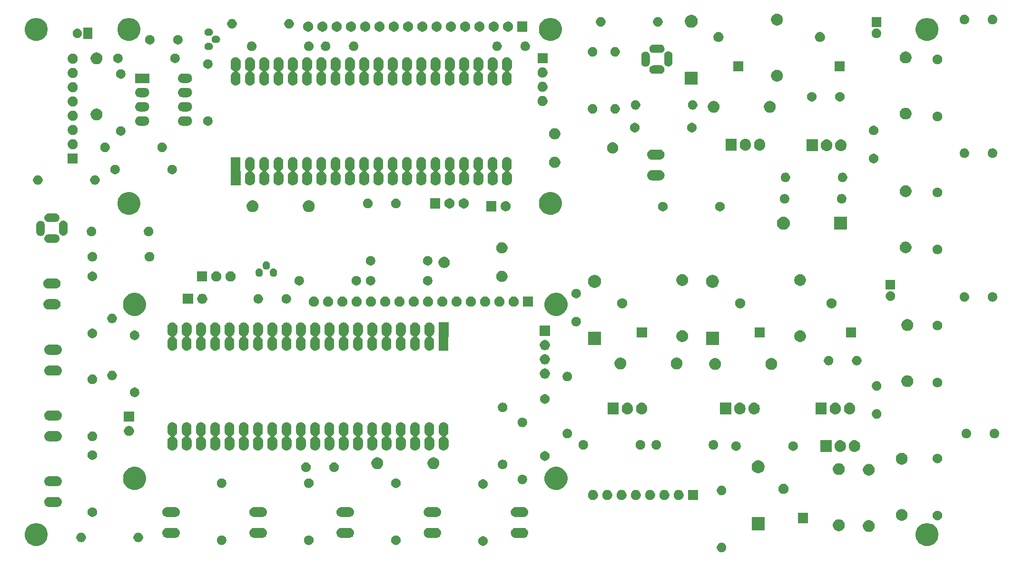
<source format=gbr>
G04 #@! TF.GenerationSoftware,KiCad,Pcbnew,(5.1.5-0-10_14)*
G04 #@! TF.CreationDate,2020-05-11T12:12:49+02:00*
G04 #@! TF.ProjectId,Main_Board_v1_2,4d61696e-5f42-46f6-9172-645f76315f32,rev?*
G04 #@! TF.SameCoordinates,Original*
G04 #@! TF.FileFunction,Soldermask,Bot*
G04 #@! TF.FilePolarity,Negative*
%FSLAX46Y46*%
G04 Gerber Fmt 4.6, Leading zero omitted, Abs format (unit mm)*
G04 Created by KiCad (PCBNEW (5.1.5-0-10_14)) date 2020-05-11 12:12:49*
%MOMM*%
%LPD*%
G04 APERTURE LIST*
%ADD10C,0.100000*%
G04 APERTURE END LIST*
D10*
G36*
X153556082Y-128351086D02*
G01*
X153710954Y-128415236D01*
X153850335Y-128508368D01*
X153968869Y-128626902D01*
X154062001Y-128766283D01*
X154126151Y-128921155D01*
X154158854Y-129085567D01*
X154158854Y-129253199D01*
X154126151Y-129417611D01*
X154062001Y-129572483D01*
X153968869Y-129711864D01*
X153850335Y-129830398D01*
X153710954Y-129923530D01*
X153556082Y-129987680D01*
X153391670Y-130020383D01*
X153224038Y-130020383D01*
X153059626Y-129987680D01*
X152904754Y-129923530D01*
X152765373Y-129830398D01*
X152646839Y-129711864D01*
X152553707Y-129572483D01*
X152489557Y-129417611D01*
X152456854Y-129253199D01*
X152456854Y-129085567D01*
X152489557Y-128921155D01*
X152553707Y-128766283D01*
X152646839Y-128626902D01*
X152765373Y-128508368D01*
X152904754Y-128415236D01*
X153059626Y-128351086D01*
X153224038Y-128318383D01*
X153391670Y-128318383D01*
X153556082Y-128351086D01*
G37*
G36*
X190456108Y-124897201D02*
G01*
X190829365Y-125051809D01*
X190829367Y-125051810D01*
X191165290Y-125276267D01*
X191450970Y-125561947D01*
X191625545Y-125823216D01*
X191675428Y-125897872D01*
X191830036Y-126271129D01*
X191908854Y-126667376D01*
X191908854Y-127071390D01*
X191830036Y-127467637D01*
X191698345Y-127785567D01*
X191675427Y-127840896D01*
X191450970Y-128176819D01*
X191165290Y-128462499D01*
X190829367Y-128686956D01*
X190829366Y-128686957D01*
X190829365Y-128686957D01*
X190456108Y-128841565D01*
X190059861Y-128920383D01*
X189655847Y-128920383D01*
X189259600Y-128841565D01*
X188886343Y-128686957D01*
X188886342Y-128686957D01*
X188886341Y-128686956D01*
X188550418Y-128462499D01*
X188264738Y-128176819D01*
X188040281Y-127840896D01*
X188017363Y-127785567D01*
X187885672Y-127467637D01*
X187806854Y-127071390D01*
X187806854Y-126667376D01*
X187885672Y-126271129D01*
X188040280Y-125897872D01*
X188090164Y-125823216D01*
X188264738Y-125561947D01*
X188550418Y-125276267D01*
X188886341Y-125051810D01*
X188886343Y-125051809D01*
X189259600Y-124897201D01*
X189655847Y-124818383D01*
X190059861Y-124818383D01*
X190456108Y-124897201D01*
G37*
G36*
X31956108Y-124897201D02*
G01*
X32329365Y-125051809D01*
X32329367Y-125051810D01*
X32665290Y-125276267D01*
X32950970Y-125561947D01*
X33125545Y-125823216D01*
X33175428Y-125897872D01*
X33330036Y-126271129D01*
X33408854Y-126667376D01*
X33408854Y-127071390D01*
X33330036Y-127467637D01*
X33198345Y-127785567D01*
X33175427Y-127840896D01*
X32950970Y-128176819D01*
X32665290Y-128462499D01*
X32329367Y-128686956D01*
X32329366Y-128686957D01*
X32329365Y-128686957D01*
X31956108Y-128841565D01*
X31559861Y-128920383D01*
X31155847Y-128920383D01*
X30759600Y-128841565D01*
X30386343Y-128686957D01*
X30386342Y-128686957D01*
X30386341Y-128686956D01*
X30050418Y-128462499D01*
X29764738Y-128176819D01*
X29540281Y-127840896D01*
X29517363Y-127785567D01*
X29385672Y-127467637D01*
X29306854Y-127071390D01*
X29306854Y-126667376D01*
X29385672Y-126271129D01*
X29540280Y-125897872D01*
X29590164Y-125823216D01*
X29764738Y-125561947D01*
X30050418Y-125276267D01*
X30386341Y-125051810D01*
X30386343Y-125051809D01*
X30759600Y-124897201D01*
X31155847Y-124818383D01*
X31559861Y-124818383D01*
X31956108Y-124897201D01*
G37*
G36*
X111106082Y-127211086D02*
G01*
X111260954Y-127275236D01*
X111400335Y-127368368D01*
X111518869Y-127486902D01*
X111612001Y-127626283D01*
X111676151Y-127781155D01*
X111708854Y-127945567D01*
X111708854Y-128113199D01*
X111676151Y-128277611D01*
X111612001Y-128432483D01*
X111518869Y-128571864D01*
X111400335Y-128690398D01*
X111260954Y-128783530D01*
X111106082Y-128847680D01*
X110941670Y-128880383D01*
X110774038Y-128880383D01*
X110609626Y-128847680D01*
X110454754Y-128783530D01*
X110315373Y-128690398D01*
X110196839Y-128571864D01*
X110103707Y-128432483D01*
X110039557Y-128277611D01*
X110006854Y-128113199D01*
X110006854Y-127945567D01*
X110039557Y-127781155D01*
X110103707Y-127626283D01*
X110196839Y-127486902D01*
X110315373Y-127368368D01*
X110454754Y-127275236D01*
X110609626Y-127211086D01*
X110774038Y-127178383D01*
X110941670Y-127178383D01*
X111106082Y-127211086D01*
G37*
G36*
X95606082Y-127051086D02*
G01*
X95760954Y-127115236D01*
X95900335Y-127208368D01*
X96018869Y-127326902D01*
X96112001Y-127466283D01*
X96176151Y-127621155D01*
X96208854Y-127785567D01*
X96208854Y-127953199D01*
X96176151Y-128117611D01*
X96112001Y-128272483D01*
X96018869Y-128411864D01*
X95900335Y-128530398D01*
X95760954Y-128623530D01*
X95606082Y-128687680D01*
X95441670Y-128720383D01*
X95274038Y-128720383D01*
X95109626Y-128687680D01*
X94954754Y-128623530D01*
X94815373Y-128530398D01*
X94696839Y-128411864D01*
X94603707Y-128272483D01*
X94539557Y-128117611D01*
X94506854Y-127953199D01*
X94506854Y-127785567D01*
X94539557Y-127621155D01*
X94603707Y-127466283D01*
X94696839Y-127326902D01*
X94815373Y-127208368D01*
X94954754Y-127115236D01*
X95109626Y-127051086D01*
X95274038Y-127018383D01*
X95441670Y-127018383D01*
X95606082Y-127051086D01*
G37*
G36*
X80106082Y-127051086D02*
G01*
X80260954Y-127115236D01*
X80400335Y-127208368D01*
X80518869Y-127326902D01*
X80612001Y-127466283D01*
X80676151Y-127621155D01*
X80708854Y-127785567D01*
X80708854Y-127953199D01*
X80676151Y-128117611D01*
X80612001Y-128272483D01*
X80518869Y-128411864D01*
X80400335Y-128530398D01*
X80260954Y-128623530D01*
X80106082Y-128687680D01*
X79941670Y-128720383D01*
X79774038Y-128720383D01*
X79609626Y-128687680D01*
X79454754Y-128623530D01*
X79315373Y-128530398D01*
X79196839Y-128411864D01*
X79103707Y-128272483D01*
X79039557Y-128117611D01*
X79006854Y-127953199D01*
X79006854Y-127785567D01*
X79039557Y-127621155D01*
X79103707Y-127466283D01*
X79196839Y-127326902D01*
X79315373Y-127208368D01*
X79454754Y-127115236D01*
X79609626Y-127051086D01*
X79774038Y-127018383D01*
X79941670Y-127018383D01*
X80106082Y-127051086D01*
G37*
G36*
X64606082Y-127051086D02*
G01*
X64760954Y-127115236D01*
X64900335Y-127208368D01*
X65018869Y-127326902D01*
X65112001Y-127466283D01*
X65176151Y-127621155D01*
X65208854Y-127785567D01*
X65208854Y-127953199D01*
X65176151Y-128117611D01*
X65112001Y-128272483D01*
X65018869Y-128411864D01*
X64900335Y-128530398D01*
X64760954Y-128623530D01*
X64606082Y-128687680D01*
X64441670Y-128720383D01*
X64274038Y-128720383D01*
X64109626Y-128687680D01*
X63954754Y-128623530D01*
X63815373Y-128530398D01*
X63696839Y-128411864D01*
X63603707Y-128272483D01*
X63539557Y-128117611D01*
X63506854Y-127953199D01*
X63506854Y-127785567D01*
X63539557Y-127621155D01*
X63603707Y-127466283D01*
X63696839Y-127326902D01*
X63815373Y-127208368D01*
X63954754Y-127115236D01*
X64109626Y-127051086D01*
X64274038Y-127018383D01*
X64441670Y-127018383D01*
X64606082Y-127051086D01*
G37*
G36*
X49766082Y-126551086D02*
G01*
X49920954Y-126615236D01*
X50060335Y-126708368D01*
X50178869Y-126826902D01*
X50272001Y-126966283D01*
X50336151Y-127121155D01*
X50368854Y-127285567D01*
X50368854Y-127453199D01*
X50336151Y-127617611D01*
X50272001Y-127772483D01*
X50178869Y-127911864D01*
X50060335Y-128030398D01*
X49920954Y-128123530D01*
X49766082Y-128187680D01*
X49601670Y-128220383D01*
X49434038Y-128220383D01*
X49269626Y-128187680D01*
X49114754Y-128123530D01*
X48975373Y-128030398D01*
X48856839Y-127911864D01*
X48763707Y-127772483D01*
X48699557Y-127617611D01*
X48666854Y-127453199D01*
X48666854Y-127285567D01*
X48699557Y-127121155D01*
X48763707Y-126966283D01*
X48856839Y-126826902D01*
X48975373Y-126708368D01*
X49114754Y-126615236D01*
X49269626Y-126551086D01*
X49434038Y-126518383D01*
X49601670Y-126518383D01*
X49766082Y-126551086D01*
G37*
G36*
X39606082Y-126551086D02*
G01*
X39760954Y-126615236D01*
X39900335Y-126708368D01*
X40018869Y-126826902D01*
X40112001Y-126966283D01*
X40176151Y-127121155D01*
X40208854Y-127285567D01*
X40208854Y-127453199D01*
X40176151Y-127617611D01*
X40112001Y-127772483D01*
X40018869Y-127911864D01*
X39900335Y-128030398D01*
X39760954Y-128123530D01*
X39606082Y-128187680D01*
X39441670Y-128220383D01*
X39274038Y-128220383D01*
X39109626Y-128187680D01*
X38954754Y-128123530D01*
X38815373Y-128030398D01*
X38696839Y-127911864D01*
X38603707Y-127772483D01*
X38539557Y-127617611D01*
X38506854Y-127453199D01*
X38506854Y-127285567D01*
X38539557Y-127121155D01*
X38603707Y-126966283D01*
X38696839Y-126826902D01*
X38815373Y-126708368D01*
X38954754Y-126615236D01*
X39109626Y-126551086D01*
X39274038Y-126518383D01*
X39441670Y-126518383D01*
X39606082Y-126551086D01*
G37*
G36*
X87118296Y-125674901D02*
G01*
X87184481Y-125681420D01*
X87354320Y-125732940D01*
X87510845Y-125816605D01*
X87546583Y-125845935D01*
X87648040Y-125929197D01*
X87702334Y-125995356D01*
X87760632Y-126066392D01*
X87844297Y-126222917D01*
X87895817Y-126392756D01*
X87913213Y-126569383D01*
X87895817Y-126746010D01*
X87844297Y-126915849D01*
X87760632Y-127072374D01*
X87731302Y-127108112D01*
X87648040Y-127209569D01*
X87546583Y-127292831D01*
X87510845Y-127322161D01*
X87354320Y-127405826D01*
X87184481Y-127457346D01*
X87118297Y-127463864D01*
X87052114Y-127470383D01*
X85663594Y-127470383D01*
X85597411Y-127463864D01*
X85531227Y-127457346D01*
X85361388Y-127405826D01*
X85204863Y-127322161D01*
X85169125Y-127292831D01*
X85067668Y-127209569D01*
X84984406Y-127108112D01*
X84955076Y-127072374D01*
X84871411Y-126915849D01*
X84819891Y-126746010D01*
X84802495Y-126569383D01*
X84819891Y-126392756D01*
X84871411Y-126222917D01*
X84955076Y-126066392D01*
X85013374Y-125995356D01*
X85067668Y-125929197D01*
X85169125Y-125845935D01*
X85204863Y-125816605D01*
X85361388Y-125732940D01*
X85531227Y-125681420D01*
X85597412Y-125674901D01*
X85663594Y-125668383D01*
X87052114Y-125668383D01*
X87118296Y-125674901D01*
G37*
G36*
X56118296Y-125674901D02*
G01*
X56184481Y-125681420D01*
X56354320Y-125732940D01*
X56510845Y-125816605D01*
X56546583Y-125845935D01*
X56648040Y-125929197D01*
X56702334Y-125995356D01*
X56760632Y-126066392D01*
X56844297Y-126222917D01*
X56895817Y-126392756D01*
X56913213Y-126569383D01*
X56895817Y-126746010D01*
X56844297Y-126915849D01*
X56760632Y-127072374D01*
X56731302Y-127108112D01*
X56648040Y-127209569D01*
X56546583Y-127292831D01*
X56510845Y-127322161D01*
X56354320Y-127405826D01*
X56184481Y-127457346D01*
X56118297Y-127463864D01*
X56052114Y-127470383D01*
X54663594Y-127470383D01*
X54597411Y-127463864D01*
X54531227Y-127457346D01*
X54361388Y-127405826D01*
X54204863Y-127322161D01*
X54169125Y-127292831D01*
X54067668Y-127209569D01*
X53984406Y-127108112D01*
X53955076Y-127072374D01*
X53871411Y-126915849D01*
X53819891Y-126746010D01*
X53802495Y-126569383D01*
X53819891Y-126392756D01*
X53871411Y-126222917D01*
X53955076Y-126066392D01*
X54013374Y-125995356D01*
X54067668Y-125929197D01*
X54169125Y-125845935D01*
X54204863Y-125816605D01*
X54361388Y-125732940D01*
X54531227Y-125681420D01*
X54597412Y-125674901D01*
X54663594Y-125668383D01*
X56052114Y-125668383D01*
X56118296Y-125674901D01*
G37*
G36*
X71618296Y-125674901D02*
G01*
X71684481Y-125681420D01*
X71854320Y-125732940D01*
X72010845Y-125816605D01*
X72046583Y-125845935D01*
X72148040Y-125929197D01*
X72202334Y-125995356D01*
X72260632Y-126066392D01*
X72344297Y-126222917D01*
X72395817Y-126392756D01*
X72413213Y-126569383D01*
X72395817Y-126746010D01*
X72344297Y-126915849D01*
X72260632Y-127072374D01*
X72231302Y-127108112D01*
X72148040Y-127209569D01*
X72046583Y-127292831D01*
X72010845Y-127322161D01*
X71854320Y-127405826D01*
X71684481Y-127457346D01*
X71618297Y-127463864D01*
X71552114Y-127470383D01*
X70163594Y-127470383D01*
X70097411Y-127463864D01*
X70031227Y-127457346D01*
X69861388Y-127405826D01*
X69704863Y-127322161D01*
X69669125Y-127292831D01*
X69567668Y-127209569D01*
X69484406Y-127108112D01*
X69455076Y-127072374D01*
X69371411Y-126915849D01*
X69319891Y-126746010D01*
X69302495Y-126569383D01*
X69319891Y-126392756D01*
X69371411Y-126222917D01*
X69455076Y-126066392D01*
X69513374Y-125995356D01*
X69567668Y-125929197D01*
X69669125Y-125845935D01*
X69704863Y-125816605D01*
X69861388Y-125732940D01*
X70031227Y-125681420D01*
X70097412Y-125674901D01*
X70163594Y-125668383D01*
X71552114Y-125668383D01*
X71618296Y-125674901D01*
G37*
G36*
X102618296Y-125674901D02*
G01*
X102684481Y-125681420D01*
X102854320Y-125732940D01*
X103010845Y-125816605D01*
X103046583Y-125845935D01*
X103148040Y-125929197D01*
X103202334Y-125995356D01*
X103260632Y-126066392D01*
X103344297Y-126222917D01*
X103395817Y-126392756D01*
X103413213Y-126569383D01*
X103395817Y-126746010D01*
X103344297Y-126915849D01*
X103260632Y-127072374D01*
X103231302Y-127108112D01*
X103148040Y-127209569D01*
X103046583Y-127292831D01*
X103010845Y-127322161D01*
X102854320Y-127405826D01*
X102684481Y-127457346D01*
X102618297Y-127463864D01*
X102552114Y-127470383D01*
X101163594Y-127470383D01*
X101097411Y-127463864D01*
X101031227Y-127457346D01*
X100861388Y-127405826D01*
X100704863Y-127322161D01*
X100669125Y-127292831D01*
X100567668Y-127209569D01*
X100484406Y-127108112D01*
X100455076Y-127072374D01*
X100371411Y-126915849D01*
X100319891Y-126746010D01*
X100302495Y-126569383D01*
X100319891Y-126392756D01*
X100371411Y-126222917D01*
X100455076Y-126066392D01*
X100513374Y-125995356D01*
X100567668Y-125929197D01*
X100669125Y-125845935D01*
X100704863Y-125816605D01*
X100861388Y-125732940D01*
X101031227Y-125681420D01*
X101097412Y-125674901D01*
X101163594Y-125668383D01*
X102552114Y-125668383D01*
X102618296Y-125674901D01*
G37*
G36*
X118118296Y-125674901D02*
G01*
X118184481Y-125681420D01*
X118354320Y-125732940D01*
X118510845Y-125816605D01*
X118546583Y-125845935D01*
X118648040Y-125929197D01*
X118702334Y-125995356D01*
X118760632Y-126066392D01*
X118844297Y-126222917D01*
X118895817Y-126392756D01*
X118913213Y-126569383D01*
X118895817Y-126746010D01*
X118844297Y-126915849D01*
X118760632Y-127072374D01*
X118731302Y-127108112D01*
X118648040Y-127209569D01*
X118546583Y-127292831D01*
X118510845Y-127322161D01*
X118354320Y-127405826D01*
X118184481Y-127457346D01*
X118118297Y-127463864D01*
X118052114Y-127470383D01*
X116663594Y-127470383D01*
X116597411Y-127463864D01*
X116531227Y-127457346D01*
X116361388Y-127405826D01*
X116204863Y-127322161D01*
X116169125Y-127292831D01*
X116067668Y-127209569D01*
X115984406Y-127108112D01*
X115955076Y-127072374D01*
X115871411Y-126915849D01*
X115819891Y-126746010D01*
X115802495Y-126569383D01*
X115819891Y-126392756D01*
X115871411Y-126222917D01*
X115955076Y-126066392D01*
X116013374Y-125995356D01*
X116067668Y-125929197D01*
X116169125Y-125845935D01*
X116204863Y-125816605D01*
X116361388Y-125732940D01*
X116531227Y-125681420D01*
X116597412Y-125674901D01*
X116663594Y-125668383D01*
X118052114Y-125668383D01*
X118118296Y-125674901D01*
G37*
G36*
X179810418Y-124314772D02*
G01*
X180001687Y-124393998D01*
X180001689Y-124393999D01*
X180041175Y-124420383D01*
X180173827Y-124509018D01*
X180320219Y-124655410D01*
X180435239Y-124827550D01*
X180514465Y-125018819D01*
X180554854Y-125221867D01*
X180554854Y-125428899D01*
X180514465Y-125631947D01*
X180487844Y-125696216D01*
X180435238Y-125823218D01*
X180320219Y-125995356D01*
X180173827Y-126141748D01*
X180001689Y-126256767D01*
X180001688Y-126256768D01*
X180001687Y-126256768D01*
X179810418Y-126335994D01*
X179607370Y-126376383D01*
X179400338Y-126376383D01*
X179197290Y-126335994D01*
X179006021Y-126256768D01*
X179006020Y-126256768D01*
X179006019Y-126256767D01*
X178833881Y-126141748D01*
X178687489Y-125995356D01*
X178572470Y-125823218D01*
X178519864Y-125696216D01*
X178493243Y-125631947D01*
X178452854Y-125428899D01*
X178452854Y-125221867D01*
X178493243Y-125018819D01*
X178572469Y-124827550D01*
X178687489Y-124655410D01*
X178833881Y-124509018D01*
X178966533Y-124420383D01*
X179006019Y-124393999D01*
X179006021Y-124393998D01*
X179197290Y-124314772D01*
X179400338Y-124274383D01*
X179607370Y-124274383D01*
X179810418Y-124314772D01*
G37*
G36*
X174476418Y-124187772D02*
G01*
X174667687Y-124266998D01*
X174667689Y-124266999D01*
X174839827Y-124382018D01*
X174986219Y-124528410D01*
X175071078Y-124655410D01*
X175101239Y-124700550D01*
X175180465Y-124891819D01*
X175220854Y-125094867D01*
X175220854Y-125301899D01*
X175180465Y-125504947D01*
X175101239Y-125696216D01*
X175101238Y-125696218D01*
X174986219Y-125868356D01*
X174839827Y-126014748D01*
X174667689Y-126129767D01*
X174667688Y-126129768D01*
X174667687Y-126129768D01*
X174476418Y-126208994D01*
X174273370Y-126249383D01*
X174066338Y-126249383D01*
X173863290Y-126208994D01*
X173672021Y-126129768D01*
X173672020Y-126129768D01*
X173672019Y-126129767D01*
X173499881Y-126014748D01*
X173353489Y-125868356D01*
X173238470Y-125696218D01*
X173238469Y-125696216D01*
X173159243Y-125504947D01*
X173118854Y-125301899D01*
X173118854Y-125094867D01*
X173159243Y-124891819D01*
X173238469Y-124700550D01*
X173268631Y-124655410D01*
X173353489Y-124528410D01*
X173499881Y-124382018D01*
X173672019Y-124266999D01*
X173672021Y-124266998D01*
X173863290Y-124187772D01*
X174066338Y-124147383D01*
X174273370Y-124147383D01*
X174476418Y-124187772D01*
G37*
G36*
X160969854Y-126095383D02*
G01*
X158667854Y-126095383D01*
X158667854Y-123793383D01*
X160969854Y-123793383D01*
X160969854Y-126095383D01*
G37*
G36*
X168720854Y-124829383D02*
G01*
X166918854Y-124829383D01*
X166918854Y-123027383D01*
X168720854Y-123027383D01*
X168720854Y-124829383D01*
G37*
G36*
X185664418Y-122358772D02*
G01*
X185855687Y-122437998D01*
X185855689Y-122437999D01*
X185898019Y-122466283D01*
X186027827Y-122553018D01*
X186174219Y-122699410D01*
X186289239Y-122871550D01*
X186368465Y-123062819D01*
X186408854Y-123265867D01*
X186408854Y-123472899D01*
X186368465Y-123675947D01*
X186289239Y-123867216D01*
X186289238Y-123867218D01*
X186174219Y-124039356D01*
X186027827Y-124185748D01*
X185855689Y-124300767D01*
X185855688Y-124300768D01*
X185855687Y-124300768D01*
X185664418Y-124379994D01*
X185461370Y-124420383D01*
X185254338Y-124420383D01*
X185051290Y-124379994D01*
X184860021Y-124300768D01*
X184860020Y-124300768D01*
X184860019Y-124300767D01*
X184687881Y-124185748D01*
X184541489Y-124039356D01*
X184426470Y-123867218D01*
X184426469Y-123867216D01*
X184347243Y-123675947D01*
X184306854Y-123472899D01*
X184306854Y-123265867D01*
X184347243Y-123062819D01*
X184426469Y-122871550D01*
X184541489Y-122699410D01*
X184687881Y-122553018D01*
X184817689Y-122466283D01*
X184860019Y-122437999D01*
X184860021Y-122437998D01*
X185051290Y-122358772D01*
X185254338Y-122318383D01*
X185461370Y-122318383D01*
X185664418Y-122358772D01*
G37*
G36*
X191956082Y-122651086D02*
G01*
X192110954Y-122715236D01*
X192250335Y-122808368D01*
X192368869Y-122926902D01*
X192462001Y-123066283D01*
X192526151Y-123221155D01*
X192558854Y-123385567D01*
X192558854Y-123553199D01*
X192526151Y-123717611D01*
X192462001Y-123872483D01*
X192368869Y-124011864D01*
X192250335Y-124130398D01*
X192110954Y-124223530D01*
X191956082Y-124287680D01*
X191791670Y-124320383D01*
X191624038Y-124320383D01*
X191459626Y-124287680D01*
X191304754Y-124223530D01*
X191165373Y-124130398D01*
X191046839Y-124011864D01*
X190953707Y-123872483D01*
X190889557Y-123717611D01*
X190856854Y-123553199D01*
X190856854Y-123385567D01*
X190889557Y-123221155D01*
X190953707Y-123066283D01*
X191046839Y-122926902D01*
X191165373Y-122808368D01*
X191304754Y-122715236D01*
X191459626Y-122651086D01*
X191624038Y-122618383D01*
X191791670Y-122618383D01*
X191956082Y-122651086D01*
G37*
G36*
X118118296Y-121974901D02*
G01*
X118184481Y-121981420D01*
X118354320Y-122032940D01*
X118510845Y-122116605D01*
X118546583Y-122145935D01*
X118648040Y-122229197D01*
X118721232Y-122318383D01*
X118760632Y-122366392D01*
X118844297Y-122522917D01*
X118895817Y-122692756D01*
X118913213Y-122869383D01*
X118895817Y-123046010D01*
X118844297Y-123215849D01*
X118760632Y-123372374D01*
X118731302Y-123408112D01*
X118648040Y-123509569D01*
X118546583Y-123592831D01*
X118510845Y-123622161D01*
X118354320Y-123705826D01*
X118184481Y-123757346D01*
X118118297Y-123763864D01*
X118052114Y-123770383D01*
X116663594Y-123770383D01*
X116597411Y-123763864D01*
X116531227Y-123757346D01*
X116361388Y-123705826D01*
X116204863Y-123622161D01*
X116169125Y-123592831D01*
X116067668Y-123509569D01*
X115984406Y-123408112D01*
X115955076Y-123372374D01*
X115871411Y-123215849D01*
X115819891Y-123046010D01*
X115802495Y-122869383D01*
X115819891Y-122692756D01*
X115871411Y-122522917D01*
X115955076Y-122366392D01*
X115994476Y-122318383D01*
X116067668Y-122229197D01*
X116169125Y-122145935D01*
X116204863Y-122116605D01*
X116361388Y-122032940D01*
X116531227Y-121981420D01*
X116597412Y-121974901D01*
X116663594Y-121968383D01*
X118052114Y-121968383D01*
X118118296Y-121974901D01*
G37*
G36*
X102618296Y-121974901D02*
G01*
X102684481Y-121981420D01*
X102854320Y-122032940D01*
X103010845Y-122116605D01*
X103046583Y-122145935D01*
X103148040Y-122229197D01*
X103221232Y-122318383D01*
X103260632Y-122366392D01*
X103344297Y-122522917D01*
X103395817Y-122692756D01*
X103413213Y-122869383D01*
X103395817Y-123046010D01*
X103344297Y-123215849D01*
X103260632Y-123372374D01*
X103231302Y-123408112D01*
X103148040Y-123509569D01*
X103046583Y-123592831D01*
X103010845Y-123622161D01*
X102854320Y-123705826D01*
X102684481Y-123757346D01*
X102618297Y-123763864D01*
X102552114Y-123770383D01*
X101163594Y-123770383D01*
X101097411Y-123763864D01*
X101031227Y-123757346D01*
X100861388Y-123705826D01*
X100704863Y-123622161D01*
X100669125Y-123592831D01*
X100567668Y-123509569D01*
X100484406Y-123408112D01*
X100455076Y-123372374D01*
X100371411Y-123215849D01*
X100319891Y-123046010D01*
X100302495Y-122869383D01*
X100319891Y-122692756D01*
X100371411Y-122522917D01*
X100455076Y-122366392D01*
X100494476Y-122318383D01*
X100567668Y-122229197D01*
X100669125Y-122145935D01*
X100704863Y-122116605D01*
X100861388Y-122032940D01*
X101031227Y-121981420D01*
X101097412Y-121974901D01*
X101163594Y-121968383D01*
X102552114Y-121968383D01*
X102618296Y-121974901D01*
G37*
G36*
X87118296Y-121974901D02*
G01*
X87184481Y-121981420D01*
X87354320Y-122032940D01*
X87510845Y-122116605D01*
X87546583Y-122145935D01*
X87648040Y-122229197D01*
X87721232Y-122318383D01*
X87760632Y-122366392D01*
X87844297Y-122522917D01*
X87895817Y-122692756D01*
X87913213Y-122869383D01*
X87895817Y-123046010D01*
X87844297Y-123215849D01*
X87760632Y-123372374D01*
X87731302Y-123408112D01*
X87648040Y-123509569D01*
X87546583Y-123592831D01*
X87510845Y-123622161D01*
X87354320Y-123705826D01*
X87184481Y-123757346D01*
X87118297Y-123763864D01*
X87052114Y-123770383D01*
X85663594Y-123770383D01*
X85597411Y-123763864D01*
X85531227Y-123757346D01*
X85361388Y-123705826D01*
X85204863Y-123622161D01*
X85169125Y-123592831D01*
X85067668Y-123509569D01*
X84984406Y-123408112D01*
X84955076Y-123372374D01*
X84871411Y-123215849D01*
X84819891Y-123046010D01*
X84802495Y-122869383D01*
X84819891Y-122692756D01*
X84871411Y-122522917D01*
X84955076Y-122366392D01*
X84994476Y-122318383D01*
X85067668Y-122229197D01*
X85169125Y-122145935D01*
X85204863Y-122116605D01*
X85361388Y-122032940D01*
X85531227Y-121981420D01*
X85597412Y-121974901D01*
X85663594Y-121968383D01*
X87052114Y-121968383D01*
X87118296Y-121974901D01*
G37*
G36*
X71618296Y-121974901D02*
G01*
X71684481Y-121981420D01*
X71854320Y-122032940D01*
X72010845Y-122116605D01*
X72046583Y-122145935D01*
X72148040Y-122229197D01*
X72221232Y-122318383D01*
X72260632Y-122366392D01*
X72344297Y-122522917D01*
X72395817Y-122692756D01*
X72413213Y-122869383D01*
X72395817Y-123046010D01*
X72344297Y-123215849D01*
X72260632Y-123372374D01*
X72231302Y-123408112D01*
X72148040Y-123509569D01*
X72046583Y-123592831D01*
X72010845Y-123622161D01*
X71854320Y-123705826D01*
X71684481Y-123757346D01*
X71618297Y-123763864D01*
X71552114Y-123770383D01*
X70163594Y-123770383D01*
X70097411Y-123763864D01*
X70031227Y-123757346D01*
X69861388Y-123705826D01*
X69704863Y-123622161D01*
X69669125Y-123592831D01*
X69567668Y-123509569D01*
X69484406Y-123408112D01*
X69455076Y-123372374D01*
X69371411Y-123215849D01*
X69319891Y-123046010D01*
X69302495Y-122869383D01*
X69319891Y-122692756D01*
X69371411Y-122522917D01*
X69455076Y-122366392D01*
X69494476Y-122318383D01*
X69567668Y-122229197D01*
X69669125Y-122145935D01*
X69704863Y-122116605D01*
X69861388Y-122032940D01*
X70031227Y-121981420D01*
X70097412Y-121974901D01*
X70163594Y-121968383D01*
X71552114Y-121968383D01*
X71618296Y-121974901D01*
G37*
G36*
X56118296Y-121974901D02*
G01*
X56184481Y-121981420D01*
X56354320Y-122032940D01*
X56510845Y-122116605D01*
X56546583Y-122145935D01*
X56648040Y-122229197D01*
X56721232Y-122318383D01*
X56760632Y-122366392D01*
X56844297Y-122522917D01*
X56895817Y-122692756D01*
X56913213Y-122869383D01*
X56895817Y-123046010D01*
X56844297Y-123215849D01*
X56760632Y-123372374D01*
X56731302Y-123408112D01*
X56648040Y-123509569D01*
X56546583Y-123592831D01*
X56510845Y-123622161D01*
X56354320Y-123705826D01*
X56184481Y-123757346D01*
X56118297Y-123763864D01*
X56052114Y-123770383D01*
X54663594Y-123770383D01*
X54597411Y-123763864D01*
X54531227Y-123757346D01*
X54361388Y-123705826D01*
X54204863Y-123622161D01*
X54169125Y-123592831D01*
X54067668Y-123509569D01*
X53984406Y-123408112D01*
X53955076Y-123372374D01*
X53871411Y-123215849D01*
X53819891Y-123046010D01*
X53802495Y-122869383D01*
X53819891Y-122692756D01*
X53871411Y-122522917D01*
X53955076Y-122366392D01*
X53994476Y-122318383D01*
X54067668Y-122229197D01*
X54169125Y-122145935D01*
X54204863Y-122116605D01*
X54361388Y-122032940D01*
X54531227Y-121981420D01*
X54597412Y-121974901D01*
X54663594Y-121968383D01*
X56052114Y-121968383D01*
X56118296Y-121974901D01*
G37*
G36*
X41606082Y-122051086D02*
G01*
X41760954Y-122115236D01*
X41900335Y-122208368D01*
X42018869Y-122326902D01*
X42112001Y-122466283D01*
X42176151Y-122621155D01*
X42208854Y-122785567D01*
X42208854Y-122953199D01*
X42176151Y-123117611D01*
X42112001Y-123272483D01*
X42018869Y-123411864D01*
X41900335Y-123530398D01*
X41760954Y-123623530D01*
X41606082Y-123687680D01*
X41441670Y-123720383D01*
X41274038Y-123720383D01*
X41109626Y-123687680D01*
X40954754Y-123623530D01*
X40815373Y-123530398D01*
X40696839Y-123411864D01*
X40603707Y-123272483D01*
X40539557Y-123117611D01*
X40506854Y-122953199D01*
X40506854Y-122785567D01*
X40539557Y-122621155D01*
X40603707Y-122466283D01*
X40696839Y-122326902D01*
X40815373Y-122208368D01*
X40954754Y-122115236D01*
X41109626Y-122051086D01*
X41274038Y-122018383D01*
X41441670Y-122018383D01*
X41606082Y-122051086D01*
G37*
G36*
X35118297Y-120174902D02*
G01*
X35184481Y-120181420D01*
X35354320Y-120232940D01*
X35510845Y-120316605D01*
X35546583Y-120345935D01*
X35648040Y-120429197D01*
X35721931Y-120519235D01*
X35760632Y-120566392D01*
X35760633Y-120566394D01*
X35824436Y-120685759D01*
X35844297Y-120722917D01*
X35895817Y-120892756D01*
X35913213Y-121069383D01*
X35895817Y-121246010D01*
X35844297Y-121415849D01*
X35760632Y-121572374D01*
X35731302Y-121608112D01*
X35648040Y-121709569D01*
X35546583Y-121792831D01*
X35510845Y-121822161D01*
X35354320Y-121905826D01*
X35184481Y-121957346D01*
X35118296Y-121963865D01*
X35052114Y-121970383D01*
X33663594Y-121970383D01*
X33597412Y-121963865D01*
X33531227Y-121957346D01*
X33361388Y-121905826D01*
X33204863Y-121822161D01*
X33169125Y-121792831D01*
X33067668Y-121709569D01*
X32984406Y-121608112D01*
X32955076Y-121572374D01*
X32871411Y-121415849D01*
X32819891Y-121246010D01*
X32802495Y-121069383D01*
X32819891Y-120892756D01*
X32871411Y-120722917D01*
X32891273Y-120685759D01*
X32955075Y-120566394D01*
X32955076Y-120566392D01*
X32993777Y-120519235D01*
X33067668Y-120429197D01*
X33169125Y-120345935D01*
X33204863Y-120316605D01*
X33361388Y-120232940D01*
X33531227Y-120181420D01*
X33597411Y-120174902D01*
X33663594Y-120168383D01*
X35052114Y-120168383D01*
X35118297Y-120174902D01*
G37*
G36*
X149108854Y-120720383D02*
G01*
X147306854Y-120720383D01*
X147306854Y-118918383D01*
X149108854Y-118918383D01*
X149108854Y-120720383D01*
G37*
G36*
X138161366Y-118923310D02*
G01*
X138310666Y-118953007D01*
X138474638Y-119020927D01*
X138622208Y-119119530D01*
X138747707Y-119245029D01*
X138846310Y-119392599D01*
X138914230Y-119556571D01*
X138948854Y-119730642D01*
X138948854Y-119908124D01*
X138914230Y-120082195D01*
X138846310Y-120246167D01*
X138747707Y-120393737D01*
X138622208Y-120519236D01*
X138474638Y-120617839D01*
X138310666Y-120685759D01*
X138161366Y-120715456D01*
X138136596Y-120720383D01*
X137959112Y-120720383D01*
X137934342Y-120715456D01*
X137785042Y-120685759D01*
X137621070Y-120617839D01*
X137473500Y-120519236D01*
X137348001Y-120393737D01*
X137249398Y-120246167D01*
X137181478Y-120082195D01*
X137146854Y-119908124D01*
X137146854Y-119730642D01*
X137181478Y-119556571D01*
X137249398Y-119392599D01*
X137348001Y-119245029D01*
X137473500Y-119119530D01*
X137621070Y-119020927D01*
X137785042Y-118953007D01*
X137934342Y-118923310D01*
X137959112Y-118918383D01*
X138136596Y-118918383D01*
X138161366Y-118923310D01*
G37*
G36*
X130541366Y-118923310D02*
G01*
X130690666Y-118953007D01*
X130854638Y-119020927D01*
X131002208Y-119119530D01*
X131127707Y-119245029D01*
X131226310Y-119392599D01*
X131294230Y-119556571D01*
X131328854Y-119730642D01*
X131328854Y-119908124D01*
X131294230Y-120082195D01*
X131226310Y-120246167D01*
X131127707Y-120393737D01*
X131002208Y-120519236D01*
X130854638Y-120617839D01*
X130690666Y-120685759D01*
X130541366Y-120715456D01*
X130516596Y-120720383D01*
X130339112Y-120720383D01*
X130314342Y-120715456D01*
X130165042Y-120685759D01*
X130001070Y-120617839D01*
X129853500Y-120519236D01*
X129728001Y-120393737D01*
X129629398Y-120246167D01*
X129561478Y-120082195D01*
X129526854Y-119908124D01*
X129526854Y-119730642D01*
X129561478Y-119556571D01*
X129629398Y-119392599D01*
X129728001Y-119245029D01*
X129853500Y-119119530D01*
X130001070Y-119020927D01*
X130165042Y-118953007D01*
X130314342Y-118923310D01*
X130339112Y-118918383D01*
X130516596Y-118918383D01*
X130541366Y-118923310D01*
G37*
G36*
X145781366Y-118923310D02*
G01*
X145930666Y-118953007D01*
X146094638Y-119020927D01*
X146242208Y-119119530D01*
X146367707Y-119245029D01*
X146466310Y-119392599D01*
X146534230Y-119556571D01*
X146568854Y-119730642D01*
X146568854Y-119908124D01*
X146534230Y-120082195D01*
X146466310Y-120246167D01*
X146367707Y-120393737D01*
X146242208Y-120519236D01*
X146094638Y-120617839D01*
X145930666Y-120685759D01*
X145781366Y-120715456D01*
X145756596Y-120720383D01*
X145579112Y-120720383D01*
X145554342Y-120715456D01*
X145405042Y-120685759D01*
X145241070Y-120617839D01*
X145093500Y-120519236D01*
X144968001Y-120393737D01*
X144869398Y-120246167D01*
X144801478Y-120082195D01*
X144766854Y-119908124D01*
X144766854Y-119730642D01*
X144801478Y-119556571D01*
X144869398Y-119392599D01*
X144968001Y-119245029D01*
X145093500Y-119119530D01*
X145241070Y-119020927D01*
X145405042Y-118953007D01*
X145554342Y-118923310D01*
X145579112Y-118918383D01*
X145756596Y-118918383D01*
X145781366Y-118923310D01*
G37*
G36*
X143241366Y-118923310D02*
G01*
X143390666Y-118953007D01*
X143554638Y-119020927D01*
X143702208Y-119119530D01*
X143827707Y-119245029D01*
X143926310Y-119392599D01*
X143994230Y-119556571D01*
X144028854Y-119730642D01*
X144028854Y-119908124D01*
X143994230Y-120082195D01*
X143926310Y-120246167D01*
X143827707Y-120393737D01*
X143702208Y-120519236D01*
X143554638Y-120617839D01*
X143390666Y-120685759D01*
X143241366Y-120715456D01*
X143216596Y-120720383D01*
X143039112Y-120720383D01*
X143014342Y-120715456D01*
X142865042Y-120685759D01*
X142701070Y-120617839D01*
X142553500Y-120519236D01*
X142428001Y-120393737D01*
X142329398Y-120246167D01*
X142261478Y-120082195D01*
X142226854Y-119908124D01*
X142226854Y-119730642D01*
X142261478Y-119556571D01*
X142329398Y-119392599D01*
X142428001Y-119245029D01*
X142553500Y-119119530D01*
X142701070Y-119020927D01*
X142865042Y-118953007D01*
X143014342Y-118923310D01*
X143039112Y-118918383D01*
X143216596Y-118918383D01*
X143241366Y-118923310D01*
G37*
G36*
X140701366Y-118923310D02*
G01*
X140850666Y-118953007D01*
X141014638Y-119020927D01*
X141162208Y-119119530D01*
X141287707Y-119245029D01*
X141386310Y-119392599D01*
X141454230Y-119556571D01*
X141488854Y-119730642D01*
X141488854Y-119908124D01*
X141454230Y-120082195D01*
X141386310Y-120246167D01*
X141287707Y-120393737D01*
X141162208Y-120519236D01*
X141014638Y-120617839D01*
X140850666Y-120685759D01*
X140701366Y-120715456D01*
X140676596Y-120720383D01*
X140499112Y-120720383D01*
X140474342Y-120715456D01*
X140325042Y-120685759D01*
X140161070Y-120617839D01*
X140013500Y-120519236D01*
X139888001Y-120393737D01*
X139789398Y-120246167D01*
X139721478Y-120082195D01*
X139686854Y-119908124D01*
X139686854Y-119730642D01*
X139721478Y-119556571D01*
X139789398Y-119392599D01*
X139888001Y-119245029D01*
X140013500Y-119119530D01*
X140161070Y-119020927D01*
X140325042Y-118953007D01*
X140474342Y-118923310D01*
X140499112Y-118918383D01*
X140676596Y-118918383D01*
X140701366Y-118923310D01*
G37*
G36*
X135621366Y-118923310D02*
G01*
X135770666Y-118953007D01*
X135934638Y-119020927D01*
X136082208Y-119119530D01*
X136207707Y-119245029D01*
X136306310Y-119392599D01*
X136374230Y-119556571D01*
X136408854Y-119730642D01*
X136408854Y-119908124D01*
X136374230Y-120082195D01*
X136306310Y-120246167D01*
X136207707Y-120393737D01*
X136082208Y-120519236D01*
X135934638Y-120617839D01*
X135770666Y-120685759D01*
X135621366Y-120715456D01*
X135596596Y-120720383D01*
X135419112Y-120720383D01*
X135394342Y-120715456D01*
X135245042Y-120685759D01*
X135081070Y-120617839D01*
X134933500Y-120519236D01*
X134808001Y-120393737D01*
X134709398Y-120246167D01*
X134641478Y-120082195D01*
X134606854Y-119908124D01*
X134606854Y-119730642D01*
X134641478Y-119556571D01*
X134709398Y-119392599D01*
X134808001Y-119245029D01*
X134933500Y-119119530D01*
X135081070Y-119020927D01*
X135245042Y-118953007D01*
X135394342Y-118923310D01*
X135419112Y-118918383D01*
X135596596Y-118918383D01*
X135621366Y-118923310D01*
G37*
G36*
X133081366Y-118923310D02*
G01*
X133230666Y-118953007D01*
X133394638Y-119020927D01*
X133542208Y-119119530D01*
X133667707Y-119245029D01*
X133766310Y-119392599D01*
X133834230Y-119556571D01*
X133868854Y-119730642D01*
X133868854Y-119908124D01*
X133834230Y-120082195D01*
X133766310Y-120246167D01*
X133667707Y-120393737D01*
X133542208Y-120519236D01*
X133394638Y-120617839D01*
X133230666Y-120685759D01*
X133081366Y-120715456D01*
X133056596Y-120720383D01*
X132879112Y-120720383D01*
X132854342Y-120715456D01*
X132705042Y-120685759D01*
X132541070Y-120617839D01*
X132393500Y-120519236D01*
X132268001Y-120393737D01*
X132169398Y-120246167D01*
X132101478Y-120082195D01*
X132066854Y-119908124D01*
X132066854Y-119730642D01*
X132101478Y-119556571D01*
X132169398Y-119392599D01*
X132268001Y-119245029D01*
X132393500Y-119119530D01*
X132541070Y-119020927D01*
X132705042Y-118953007D01*
X132854342Y-118923310D01*
X132879112Y-118918383D01*
X133056596Y-118918383D01*
X133081366Y-118923310D01*
G37*
G36*
X153556082Y-118191086D02*
G01*
X153710954Y-118255236D01*
X153850335Y-118348368D01*
X153968869Y-118466902D01*
X154062001Y-118606283D01*
X154126151Y-118761155D01*
X154158854Y-118925567D01*
X154158854Y-119093199D01*
X154126151Y-119257611D01*
X154062001Y-119412483D01*
X153968869Y-119551864D01*
X153850335Y-119670398D01*
X153710954Y-119763530D01*
X153556082Y-119827680D01*
X153391670Y-119860383D01*
X153224038Y-119860383D01*
X153059626Y-119827680D01*
X152904754Y-119763530D01*
X152765373Y-119670398D01*
X152646839Y-119551864D01*
X152553707Y-119412483D01*
X152489557Y-119257611D01*
X152456854Y-119093199D01*
X152456854Y-118925567D01*
X152489557Y-118761155D01*
X152553707Y-118606283D01*
X152646839Y-118466902D01*
X152765373Y-118348368D01*
X152904754Y-118255236D01*
X153059626Y-118191086D01*
X153224038Y-118158383D01*
X153391670Y-118158383D01*
X153556082Y-118191086D01*
G37*
G36*
X164433366Y-117832310D02*
G01*
X164582666Y-117862007D01*
X164746638Y-117929927D01*
X164894208Y-118028530D01*
X165019707Y-118154029D01*
X165118310Y-118301599D01*
X165186230Y-118465571D01*
X165220854Y-118639642D01*
X165220854Y-118817124D01*
X165186230Y-118991195D01*
X165118310Y-119155167D01*
X165019707Y-119302737D01*
X164894208Y-119428236D01*
X164746638Y-119526839D01*
X164582666Y-119594759D01*
X164433366Y-119624456D01*
X164408596Y-119629383D01*
X164231112Y-119629383D01*
X164206342Y-119624456D01*
X164057042Y-119594759D01*
X163893070Y-119526839D01*
X163745500Y-119428236D01*
X163620001Y-119302737D01*
X163521398Y-119155167D01*
X163453478Y-118991195D01*
X163418854Y-118817124D01*
X163418854Y-118639642D01*
X163453478Y-118465571D01*
X163521398Y-118301599D01*
X163620001Y-118154029D01*
X163745500Y-118028530D01*
X163893070Y-117929927D01*
X164057042Y-117862007D01*
X164206342Y-117832310D01*
X164231112Y-117827383D01*
X164408596Y-117827383D01*
X164433366Y-117832310D01*
G37*
G36*
X124456108Y-114897201D02*
G01*
X124777674Y-115030398D01*
X124829367Y-115051810D01*
X125165290Y-115276267D01*
X125450970Y-115561947D01*
X125625545Y-115823216D01*
X125675428Y-115897872D01*
X125830036Y-116271129D01*
X125908854Y-116667376D01*
X125908854Y-117071390D01*
X125830036Y-117467637D01*
X125698345Y-117785567D01*
X125675427Y-117840896D01*
X125450970Y-118176819D01*
X125165290Y-118462499D01*
X124829367Y-118686956D01*
X124829366Y-118686957D01*
X124829365Y-118686957D01*
X124456108Y-118841565D01*
X124059861Y-118920383D01*
X123655847Y-118920383D01*
X123259600Y-118841565D01*
X122886343Y-118686957D01*
X122886342Y-118686957D01*
X122886341Y-118686956D01*
X122550418Y-118462499D01*
X122264738Y-118176819D01*
X122040281Y-117840896D01*
X122017363Y-117785567D01*
X121885672Y-117467637D01*
X121806854Y-117071390D01*
X121806854Y-116667376D01*
X121885672Y-116271129D01*
X122040280Y-115897872D01*
X122090164Y-115823216D01*
X122264738Y-115561947D01*
X122550418Y-115276267D01*
X122886341Y-115051810D01*
X122938034Y-115030398D01*
X123259600Y-114897201D01*
X123655847Y-114818383D01*
X124059861Y-114818383D01*
X124456108Y-114897201D01*
G37*
G36*
X49456108Y-114897201D02*
G01*
X49777674Y-115030398D01*
X49829367Y-115051810D01*
X50165290Y-115276267D01*
X50450970Y-115561947D01*
X50625545Y-115823216D01*
X50675428Y-115897872D01*
X50830036Y-116271129D01*
X50908854Y-116667376D01*
X50908854Y-117071390D01*
X50830036Y-117467637D01*
X50698345Y-117785567D01*
X50675427Y-117840896D01*
X50450970Y-118176819D01*
X50165290Y-118462499D01*
X49829367Y-118686956D01*
X49829366Y-118686957D01*
X49829365Y-118686957D01*
X49456108Y-118841565D01*
X49059861Y-118920383D01*
X48655847Y-118920383D01*
X48259600Y-118841565D01*
X47886343Y-118686957D01*
X47886342Y-118686957D01*
X47886341Y-118686956D01*
X47550418Y-118462499D01*
X47264738Y-118176819D01*
X47040281Y-117840896D01*
X47017363Y-117785567D01*
X46885672Y-117467637D01*
X46806854Y-117071390D01*
X46806854Y-116667376D01*
X46885672Y-116271129D01*
X47040280Y-115897872D01*
X47090164Y-115823216D01*
X47264738Y-115561947D01*
X47550418Y-115276267D01*
X47886341Y-115051810D01*
X47938034Y-115030398D01*
X48259600Y-114897201D01*
X48655847Y-114818383D01*
X49059861Y-114818383D01*
X49456108Y-114897201D01*
G37*
G36*
X111106082Y-117051086D02*
G01*
X111260954Y-117115236D01*
X111400335Y-117208368D01*
X111518869Y-117326902D01*
X111612001Y-117466283D01*
X111676151Y-117621155D01*
X111708854Y-117785567D01*
X111708854Y-117953199D01*
X111676151Y-118117611D01*
X111612001Y-118272483D01*
X111518869Y-118411864D01*
X111400335Y-118530398D01*
X111260954Y-118623530D01*
X111106082Y-118687680D01*
X110941670Y-118720383D01*
X110774038Y-118720383D01*
X110609626Y-118687680D01*
X110454754Y-118623530D01*
X110315373Y-118530398D01*
X110196839Y-118411864D01*
X110103707Y-118272483D01*
X110039557Y-118117611D01*
X110006854Y-117953199D01*
X110006854Y-117785567D01*
X110039557Y-117621155D01*
X110103707Y-117466283D01*
X110196839Y-117326902D01*
X110315373Y-117208368D01*
X110454754Y-117115236D01*
X110609626Y-117051086D01*
X110774038Y-117018383D01*
X110941670Y-117018383D01*
X111106082Y-117051086D01*
G37*
G36*
X95606082Y-116891086D02*
G01*
X95760954Y-116955236D01*
X95900335Y-117048368D01*
X96018869Y-117166902D01*
X96112001Y-117306283D01*
X96176151Y-117461155D01*
X96208854Y-117625567D01*
X96208854Y-117793199D01*
X96176151Y-117957611D01*
X96112001Y-118112483D01*
X96018869Y-118251864D01*
X95900335Y-118370398D01*
X95760954Y-118463530D01*
X95606082Y-118527680D01*
X95441670Y-118560383D01*
X95274038Y-118560383D01*
X95109626Y-118527680D01*
X94954754Y-118463530D01*
X94815373Y-118370398D01*
X94696839Y-118251864D01*
X94603707Y-118112483D01*
X94539557Y-117957611D01*
X94506854Y-117793199D01*
X94506854Y-117625567D01*
X94539557Y-117461155D01*
X94603707Y-117306283D01*
X94696839Y-117166902D01*
X94815373Y-117048368D01*
X94954754Y-116955236D01*
X95109626Y-116891086D01*
X95274038Y-116858383D01*
X95441670Y-116858383D01*
X95606082Y-116891086D01*
G37*
G36*
X80106082Y-116891086D02*
G01*
X80260954Y-116955236D01*
X80400335Y-117048368D01*
X80518869Y-117166902D01*
X80612001Y-117306283D01*
X80676151Y-117461155D01*
X80708854Y-117625567D01*
X80708854Y-117793199D01*
X80676151Y-117957611D01*
X80612001Y-118112483D01*
X80518869Y-118251864D01*
X80400335Y-118370398D01*
X80260954Y-118463530D01*
X80106082Y-118527680D01*
X79941670Y-118560383D01*
X79774038Y-118560383D01*
X79609626Y-118527680D01*
X79454754Y-118463530D01*
X79315373Y-118370398D01*
X79196839Y-118251864D01*
X79103707Y-118112483D01*
X79039557Y-117957611D01*
X79006854Y-117793199D01*
X79006854Y-117625567D01*
X79039557Y-117461155D01*
X79103707Y-117306283D01*
X79196839Y-117166902D01*
X79315373Y-117048368D01*
X79454754Y-116955236D01*
X79609626Y-116891086D01*
X79774038Y-116858383D01*
X79941670Y-116858383D01*
X80106082Y-116891086D01*
G37*
G36*
X64606082Y-116891086D02*
G01*
X64760954Y-116955236D01*
X64900335Y-117048368D01*
X65018869Y-117166902D01*
X65112001Y-117306283D01*
X65176151Y-117461155D01*
X65208854Y-117625567D01*
X65208854Y-117793199D01*
X65176151Y-117957611D01*
X65112001Y-118112483D01*
X65018869Y-118251864D01*
X64900335Y-118370398D01*
X64760954Y-118463530D01*
X64606082Y-118527680D01*
X64441670Y-118560383D01*
X64274038Y-118560383D01*
X64109626Y-118527680D01*
X63954754Y-118463530D01*
X63815373Y-118370398D01*
X63696839Y-118251864D01*
X63603707Y-118112483D01*
X63539557Y-117957611D01*
X63506854Y-117793199D01*
X63506854Y-117625567D01*
X63539557Y-117461155D01*
X63603707Y-117306283D01*
X63696839Y-117166902D01*
X63815373Y-117048368D01*
X63954754Y-116955236D01*
X64109626Y-116891086D01*
X64274038Y-116858383D01*
X64441670Y-116858383D01*
X64606082Y-116891086D01*
G37*
G36*
X35118297Y-116474902D02*
G01*
X35184481Y-116481420D01*
X35354320Y-116532940D01*
X35510845Y-116616605D01*
X35522641Y-116626286D01*
X35648040Y-116729197D01*
X35731302Y-116830654D01*
X35760632Y-116866392D01*
X35844297Y-117022917D01*
X35895817Y-117192756D01*
X35913213Y-117369383D01*
X35895817Y-117546010D01*
X35844297Y-117715849D01*
X35760632Y-117872374D01*
X35754059Y-117880383D01*
X35648040Y-118009569D01*
X35546583Y-118092831D01*
X35510845Y-118122161D01*
X35354320Y-118205826D01*
X35184481Y-118257346D01*
X35118297Y-118263864D01*
X35052114Y-118270383D01*
X33663594Y-118270383D01*
X33597411Y-118263864D01*
X33531227Y-118257346D01*
X33361388Y-118205826D01*
X33204863Y-118122161D01*
X33169125Y-118092831D01*
X33067668Y-118009569D01*
X32961649Y-117880383D01*
X32955076Y-117872374D01*
X32871411Y-117715849D01*
X32819891Y-117546010D01*
X32802495Y-117369383D01*
X32819891Y-117192756D01*
X32871411Y-117022917D01*
X32955076Y-116866392D01*
X32984406Y-116830654D01*
X33067668Y-116729197D01*
X33193067Y-116626286D01*
X33204863Y-116616605D01*
X33361388Y-116532940D01*
X33531227Y-116481420D01*
X33597411Y-116474902D01*
X33663594Y-116468383D01*
X35052114Y-116468383D01*
X35118297Y-116474902D01*
G37*
G36*
X118106082Y-116211086D02*
G01*
X118260954Y-116275236D01*
X118400335Y-116368368D01*
X118518869Y-116486902D01*
X118612001Y-116626283D01*
X118676151Y-116781155D01*
X118708854Y-116945567D01*
X118708854Y-117113199D01*
X118676151Y-117277611D01*
X118612001Y-117432483D01*
X118518869Y-117571864D01*
X118400335Y-117690398D01*
X118260954Y-117783530D01*
X118106082Y-117847680D01*
X117941670Y-117880383D01*
X117774038Y-117880383D01*
X117609626Y-117847680D01*
X117454754Y-117783530D01*
X117315373Y-117690398D01*
X117196839Y-117571864D01*
X117103707Y-117432483D01*
X117039557Y-117277611D01*
X117006854Y-117113199D01*
X117006854Y-116945567D01*
X117039557Y-116781155D01*
X117103707Y-116626283D01*
X117196839Y-116486902D01*
X117315373Y-116368368D01*
X117454754Y-116275236D01*
X117609626Y-116211086D01*
X117774038Y-116178383D01*
X117941670Y-116178383D01*
X118106082Y-116211086D01*
G37*
G36*
X179810418Y-114314772D02*
G01*
X180001687Y-114393998D01*
X180001689Y-114393999D01*
X180173827Y-114509018D01*
X180320219Y-114655410D01*
X180398445Y-114772483D01*
X180435239Y-114827550D01*
X180514465Y-115018819D01*
X180554854Y-115221867D01*
X180554854Y-115428899D01*
X180514465Y-115631947D01*
X180443038Y-115804387D01*
X180435238Y-115823218D01*
X180320219Y-115995356D01*
X180173827Y-116141748D01*
X180001689Y-116256767D01*
X180001688Y-116256768D01*
X180001687Y-116256768D01*
X179810418Y-116335994D01*
X179607370Y-116376383D01*
X179400338Y-116376383D01*
X179197290Y-116335994D01*
X179006021Y-116256768D01*
X179006020Y-116256768D01*
X179006019Y-116256767D01*
X178833881Y-116141748D01*
X178687489Y-115995356D01*
X178572470Y-115823218D01*
X178564670Y-115804387D01*
X178493243Y-115631947D01*
X178452854Y-115428899D01*
X178452854Y-115221867D01*
X178493243Y-115018819D01*
X178572469Y-114827550D01*
X178609264Y-114772483D01*
X178687489Y-114655410D01*
X178833881Y-114509018D01*
X179006019Y-114393999D01*
X179006021Y-114393998D01*
X179197290Y-114314772D01*
X179400338Y-114274383D01*
X179607370Y-114274383D01*
X179810418Y-114314772D01*
G37*
G36*
X174476418Y-114187772D02*
G01*
X174667687Y-114266998D01*
X174667689Y-114266999D01*
X174839827Y-114382018D01*
X174986219Y-114528410D01*
X175081507Y-114671018D01*
X175101239Y-114700550D01*
X175180465Y-114891819D01*
X175220854Y-115094867D01*
X175220854Y-115301899D01*
X175180465Y-115504947D01*
X175104775Y-115687680D01*
X175101238Y-115696218D01*
X174986219Y-115868356D01*
X174839827Y-116014748D01*
X174667689Y-116129767D01*
X174667688Y-116129768D01*
X174667687Y-116129768D01*
X174476418Y-116208994D01*
X174273370Y-116249383D01*
X174066338Y-116249383D01*
X173863290Y-116208994D01*
X173672021Y-116129768D01*
X173672020Y-116129768D01*
X173672019Y-116129767D01*
X173499881Y-116014748D01*
X173353489Y-115868356D01*
X173238470Y-115696218D01*
X173234933Y-115687680D01*
X173159243Y-115504947D01*
X173118854Y-115301899D01*
X173118854Y-115094867D01*
X173159243Y-114891819D01*
X173238469Y-114700550D01*
X173258202Y-114671018D01*
X173353489Y-114528410D01*
X173499881Y-114382018D01*
X173672019Y-114266999D01*
X173672021Y-114266998D01*
X173863290Y-114187772D01*
X174066338Y-114147383D01*
X174273370Y-114147383D01*
X174476418Y-114187772D01*
G37*
G36*
X160023540Y-113651548D02*
G01*
X160154588Y-113677615D01*
X160364057Y-113764380D01*
X160552574Y-113890343D01*
X160712894Y-114050663D01*
X160838857Y-114239180D01*
X160925622Y-114448649D01*
X160929130Y-114466286D01*
X160959936Y-114621155D01*
X160969854Y-114671019D01*
X160969854Y-114897747D01*
X160925622Y-115120117D01*
X160909104Y-115159994D01*
X160860943Y-115276267D01*
X160838857Y-115329586D01*
X160712894Y-115518103D01*
X160552574Y-115678423D01*
X160364057Y-115804386D01*
X160364056Y-115804387D01*
X160364055Y-115804387D01*
X160318593Y-115823218D01*
X160154588Y-115891151D01*
X160043403Y-115913267D01*
X159932219Y-115935383D01*
X159705489Y-115935383D01*
X159594305Y-115913267D01*
X159483120Y-115891151D01*
X159319115Y-115823218D01*
X159273653Y-115804387D01*
X159273652Y-115804387D01*
X159273651Y-115804386D01*
X159085134Y-115678423D01*
X158924814Y-115518103D01*
X158798851Y-115329586D01*
X158776766Y-115276267D01*
X158728604Y-115159994D01*
X158712086Y-115120117D01*
X158667854Y-114897747D01*
X158667854Y-114671019D01*
X158677773Y-114621155D01*
X158708578Y-114466286D01*
X158712086Y-114448649D01*
X158798851Y-114239180D01*
X158924814Y-114050663D01*
X159085134Y-113890343D01*
X159273651Y-113764380D01*
X159483120Y-113677615D01*
X159614168Y-113651548D01*
X159705489Y-113633383D01*
X159932219Y-113633383D01*
X160023540Y-113651548D01*
G37*
G36*
X84606082Y-114051086D02*
G01*
X84760954Y-114115236D01*
X84900335Y-114208368D01*
X85018869Y-114326902D01*
X85112001Y-114466283D01*
X85176151Y-114621155D01*
X85208854Y-114785567D01*
X85208854Y-114953199D01*
X85176151Y-115117611D01*
X85112001Y-115272483D01*
X85018869Y-115411864D01*
X84900335Y-115530398D01*
X84760954Y-115623530D01*
X84606082Y-115687680D01*
X84441670Y-115720383D01*
X84274038Y-115720383D01*
X84109626Y-115687680D01*
X83954754Y-115623530D01*
X83815373Y-115530398D01*
X83696839Y-115411864D01*
X83603707Y-115272483D01*
X83539557Y-115117611D01*
X83506854Y-114953199D01*
X83506854Y-114785567D01*
X83539557Y-114621155D01*
X83603707Y-114466283D01*
X83696839Y-114326902D01*
X83815373Y-114208368D01*
X83954754Y-114115236D01*
X84109626Y-114051086D01*
X84274038Y-114018383D01*
X84441670Y-114018383D01*
X84606082Y-114051086D01*
G37*
G36*
X79606082Y-114051086D02*
G01*
X79760954Y-114115236D01*
X79900335Y-114208368D01*
X80018869Y-114326902D01*
X80112001Y-114466283D01*
X80176151Y-114621155D01*
X80208854Y-114785567D01*
X80208854Y-114953199D01*
X80176151Y-115117611D01*
X80112001Y-115272483D01*
X80018869Y-115411864D01*
X79900335Y-115530398D01*
X79760954Y-115623530D01*
X79606082Y-115687680D01*
X79441670Y-115720383D01*
X79274038Y-115720383D01*
X79109626Y-115687680D01*
X78954754Y-115623530D01*
X78815373Y-115530398D01*
X78696839Y-115411864D01*
X78603707Y-115272483D01*
X78539557Y-115117611D01*
X78506854Y-114953199D01*
X78506854Y-114785567D01*
X78539557Y-114621155D01*
X78603707Y-114466283D01*
X78696839Y-114326902D01*
X78815373Y-114208368D01*
X78954754Y-114115236D01*
X79109626Y-114051086D01*
X79274038Y-114018383D01*
X79441670Y-114018383D01*
X79606082Y-114051086D01*
G37*
G36*
X114606082Y-113551086D02*
G01*
X114760954Y-113615236D01*
X114900335Y-113708368D01*
X115018869Y-113826902D01*
X115112001Y-113966283D01*
X115176151Y-114121155D01*
X115208854Y-114285567D01*
X115208854Y-114453199D01*
X115176151Y-114617611D01*
X115112001Y-114772483D01*
X115018869Y-114911864D01*
X114900335Y-115030398D01*
X114760954Y-115123530D01*
X114606082Y-115187680D01*
X114441670Y-115220383D01*
X114274038Y-115220383D01*
X114109626Y-115187680D01*
X113954754Y-115123530D01*
X113815373Y-115030398D01*
X113696839Y-114911864D01*
X113603707Y-114772483D01*
X113539557Y-114617611D01*
X113506854Y-114453199D01*
X113506854Y-114285567D01*
X113539557Y-114121155D01*
X113603707Y-113966283D01*
X113696839Y-113826902D01*
X113815373Y-113708368D01*
X113954754Y-113615236D01*
X114109626Y-113551086D01*
X114274038Y-113518383D01*
X114441670Y-113518383D01*
X114606082Y-113551086D01*
G37*
G36*
X92340418Y-113138772D02*
G01*
X92531687Y-113217998D01*
X92531689Y-113217999D01*
X92703827Y-113333018D01*
X92850219Y-113479410D01*
X92953101Y-113633383D01*
X92965239Y-113651550D01*
X93044465Y-113842819D01*
X93084854Y-114045867D01*
X93084854Y-114252899D01*
X93044465Y-114455947D01*
X92977502Y-114617611D01*
X92965238Y-114647218D01*
X92850219Y-114819356D01*
X92703827Y-114965748D01*
X92531689Y-115080767D01*
X92531688Y-115080768D01*
X92531687Y-115080768D01*
X92340418Y-115159994D01*
X92137370Y-115200383D01*
X91930338Y-115200383D01*
X91727290Y-115159994D01*
X91536021Y-115080768D01*
X91536020Y-115080768D01*
X91536019Y-115080767D01*
X91363881Y-114965748D01*
X91217489Y-114819356D01*
X91102470Y-114647218D01*
X91090206Y-114617611D01*
X91023243Y-114455947D01*
X90982854Y-114252899D01*
X90982854Y-114045867D01*
X91023243Y-113842819D01*
X91102469Y-113651550D01*
X91114608Y-113633383D01*
X91217489Y-113479410D01*
X91363881Y-113333018D01*
X91536019Y-113217999D01*
X91536021Y-113217998D01*
X91727290Y-113138772D01*
X91930338Y-113098383D01*
X92137370Y-113098383D01*
X92340418Y-113138772D01*
G37*
G36*
X102340418Y-113138772D02*
G01*
X102531687Y-113217998D01*
X102531689Y-113217999D01*
X102703827Y-113333018D01*
X102850219Y-113479410D01*
X102953101Y-113633383D01*
X102965239Y-113651550D01*
X103044465Y-113842819D01*
X103084854Y-114045867D01*
X103084854Y-114252899D01*
X103044465Y-114455947D01*
X102977502Y-114617611D01*
X102965238Y-114647218D01*
X102850219Y-114819356D01*
X102703827Y-114965748D01*
X102531689Y-115080767D01*
X102531688Y-115080768D01*
X102531687Y-115080768D01*
X102340418Y-115159994D01*
X102137370Y-115200383D01*
X101930338Y-115200383D01*
X101727290Y-115159994D01*
X101536021Y-115080768D01*
X101536020Y-115080768D01*
X101536019Y-115080767D01*
X101363881Y-114965748D01*
X101217489Y-114819356D01*
X101102470Y-114647218D01*
X101090206Y-114617611D01*
X101023243Y-114455947D01*
X100982854Y-114252899D01*
X100982854Y-114045867D01*
X101023243Y-113842819D01*
X101102469Y-113651550D01*
X101114608Y-113633383D01*
X101217489Y-113479410D01*
X101363881Y-113333018D01*
X101536019Y-113217999D01*
X101536021Y-113217998D01*
X101727290Y-113138772D01*
X101930338Y-113098383D01*
X102137370Y-113098383D01*
X102340418Y-113138772D01*
G37*
G36*
X185664418Y-112358772D02*
G01*
X185855687Y-112437998D01*
X185855689Y-112437999D01*
X185890344Y-112461155D01*
X186027827Y-112553018D01*
X186174219Y-112699410D01*
X186289239Y-112871550D01*
X186368465Y-113062819D01*
X186408854Y-113265867D01*
X186408854Y-113472899D01*
X186368465Y-113675947D01*
X186295598Y-113851863D01*
X186289238Y-113867218D01*
X186174219Y-114039356D01*
X186027827Y-114185748D01*
X185855689Y-114300767D01*
X185855688Y-114300768D01*
X185855687Y-114300768D01*
X185664418Y-114379994D01*
X185461370Y-114420383D01*
X185254338Y-114420383D01*
X185051290Y-114379994D01*
X184860021Y-114300768D01*
X184860020Y-114300768D01*
X184860019Y-114300767D01*
X184687881Y-114185748D01*
X184541489Y-114039356D01*
X184426470Y-113867218D01*
X184420110Y-113851863D01*
X184347243Y-113675947D01*
X184306854Y-113472899D01*
X184306854Y-113265867D01*
X184347243Y-113062819D01*
X184426469Y-112871550D01*
X184541489Y-112699410D01*
X184687881Y-112553018D01*
X184825364Y-112461155D01*
X184860019Y-112437999D01*
X184860021Y-112437998D01*
X185051290Y-112358772D01*
X185254338Y-112318383D01*
X185461370Y-112318383D01*
X185664418Y-112358772D01*
G37*
G36*
X191956082Y-112491086D02*
G01*
X192110954Y-112555236D01*
X192250335Y-112648368D01*
X192368869Y-112766902D01*
X192462001Y-112906283D01*
X192526151Y-113061155D01*
X192558854Y-113225567D01*
X192558854Y-113393199D01*
X192526151Y-113557611D01*
X192462001Y-113712483D01*
X192368869Y-113851864D01*
X192250335Y-113970398D01*
X192110954Y-114063530D01*
X191956082Y-114127680D01*
X191791670Y-114160383D01*
X191624038Y-114160383D01*
X191459626Y-114127680D01*
X191304754Y-114063530D01*
X191165373Y-113970398D01*
X191046839Y-113851864D01*
X190953707Y-113712483D01*
X190889557Y-113557611D01*
X190856854Y-113393199D01*
X190856854Y-113225567D01*
X190889557Y-113061155D01*
X190953707Y-112906283D01*
X191046839Y-112766902D01*
X191165373Y-112648368D01*
X191304754Y-112555236D01*
X191459626Y-112491086D01*
X191624038Y-112458383D01*
X191791670Y-112458383D01*
X191956082Y-112491086D01*
G37*
G36*
X122106082Y-112051086D02*
G01*
X122260954Y-112115236D01*
X122400335Y-112208368D01*
X122518869Y-112326902D01*
X122612001Y-112466283D01*
X122676151Y-112621155D01*
X122708854Y-112785567D01*
X122708854Y-112953199D01*
X122676151Y-113117611D01*
X122612001Y-113272483D01*
X122518869Y-113411864D01*
X122400335Y-113530398D01*
X122260954Y-113623530D01*
X122106082Y-113687680D01*
X121941670Y-113720383D01*
X121774038Y-113720383D01*
X121609626Y-113687680D01*
X121454754Y-113623530D01*
X121315373Y-113530398D01*
X121196839Y-113411864D01*
X121103707Y-113272483D01*
X121039557Y-113117611D01*
X121006854Y-112953199D01*
X121006854Y-112785567D01*
X121039557Y-112621155D01*
X121103707Y-112466283D01*
X121196839Y-112326902D01*
X121315373Y-112208368D01*
X121454754Y-112115236D01*
X121609626Y-112051086D01*
X121774038Y-112018383D01*
X121941670Y-112018383D01*
X122106082Y-112051086D01*
G37*
G36*
X41606082Y-111891086D02*
G01*
X41760954Y-111955236D01*
X41900335Y-112048368D01*
X42018869Y-112166902D01*
X42112001Y-112306283D01*
X42176151Y-112461155D01*
X42208854Y-112625567D01*
X42208854Y-112793199D01*
X42176151Y-112957611D01*
X42112001Y-113112483D01*
X42018869Y-113251864D01*
X41900335Y-113370398D01*
X41760954Y-113463530D01*
X41606082Y-113527680D01*
X41441670Y-113560383D01*
X41274038Y-113560383D01*
X41109626Y-113527680D01*
X40954754Y-113463530D01*
X40815373Y-113370398D01*
X40696839Y-113251864D01*
X40603707Y-113112483D01*
X40539557Y-112957611D01*
X40506854Y-112793199D01*
X40506854Y-112625567D01*
X40539557Y-112461155D01*
X40603707Y-112306283D01*
X40696839Y-112166902D01*
X40815373Y-112048368D01*
X40954754Y-111955236D01*
X41109626Y-111891086D01*
X41274038Y-111858383D01*
X41441670Y-111858383D01*
X41606082Y-111891086D01*
G37*
G36*
X174620573Y-110064903D02*
G01*
X174809734Y-110122284D01*
X174809737Y-110122285D01*
X174902187Y-110171701D01*
X174984066Y-110215466D01*
X175136869Y-110340868D01*
X175262271Y-110493671D01*
X175355453Y-110668002D01*
X175412834Y-110857163D01*
X175427354Y-111004589D01*
X175427354Y-111198176D01*
X175412834Y-111345602D01*
X175365278Y-111502373D01*
X175355452Y-111534766D01*
X175308006Y-111623530D01*
X175262271Y-111709095D01*
X175136869Y-111861898D01*
X174984066Y-111987300D01*
X174809735Y-112080482D01*
X174620574Y-112137863D01*
X174423854Y-112157238D01*
X174227135Y-112137863D01*
X174037974Y-112080482D01*
X173863642Y-111987300D01*
X173710839Y-111861898D01*
X173585437Y-111709095D01*
X173492255Y-111534764D01*
X173434874Y-111345603D01*
X173420354Y-111198177D01*
X173420354Y-111004590D01*
X173434874Y-110857164D01*
X173492255Y-110668003D01*
X173492256Y-110668000D01*
X173550570Y-110558903D01*
X173585437Y-110493671D01*
X173710839Y-110340868D01*
X173863642Y-110215466D01*
X174037973Y-110122284D01*
X174227134Y-110064903D01*
X174423854Y-110045528D01*
X174620573Y-110064903D01*
G37*
G36*
X177160573Y-110064903D02*
G01*
X177349734Y-110122284D01*
X177349737Y-110122285D01*
X177442187Y-110171701D01*
X177524066Y-110215466D01*
X177676869Y-110340868D01*
X177802271Y-110493671D01*
X177895453Y-110668002D01*
X177952834Y-110857163D01*
X177967354Y-111004589D01*
X177967354Y-111198176D01*
X177952834Y-111345602D01*
X177905278Y-111502373D01*
X177895452Y-111534766D01*
X177848006Y-111623530D01*
X177802271Y-111709095D01*
X177676869Y-111861898D01*
X177524066Y-111987300D01*
X177349735Y-112080482D01*
X177160574Y-112137863D01*
X176963854Y-112157238D01*
X176767135Y-112137863D01*
X176577974Y-112080482D01*
X176403642Y-111987300D01*
X176250839Y-111861898D01*
X176125437Y-111709095D01*
X176032255Y-111534764D01*
X175974874Y-111345603D01*
X175960354Y-111198177D01*
X175960354Y-111004590D01*
X175974874Y-110857164D01*
X176032255Y-110668003D01*
X176032256Y-110668000D01*
X176090570Y-110558903D01*
X176125437Y-110493671D01*
X176250839Y-110340868D01*
X176403642Y-110215466D01*
X176577973Y-110122284D01*
X176767134Y-110064903D01*
X176963854Y-110045528D01*
X177160573Y-110064903D01*
G37*
G36*
X172887354Y-112152383D02*
G01*
X170880354Y-112152383D01*
X170880354Y-110050383D01*
X172887354Y-110050383D01*
X172887354Y-112152383D01*
G37*
G36*
X166290082Y-110283086D02*
G01*
X166444954Y-110347236D01*
X166584335Y-110440368D01*
X166702869Y-110558902D01*
X166796001Y-110698283D01*
X166860151Y-110853155D01*
X166892854Y-111017567D01*
X166892854Y-111185199D01*
X166860151Y-111349611D01*
X166796001Y-111504483D01*
X166702869Y-111643864D01*
X166584335Y-111762398D01*
X166444954Y-111855530D01*
X166290082Y-111919680D01*
X166125670Y-111952383D01*
X165958038Y-111952383D01*
X165793626Y-111919680D01*
X165638754Y-111855530D01*
X165499373Y-111762398D01*
X165380839Y-111643864D01*
X165287707Y-111504483D01*
X165223557Y-111349611D01*
X165190854Y-111185199D01*
X165190854Y-111017567D01*
X165223557Y-110853155D01*
X165287707Y-110698283D01*
X165380839Y-110558902D01*
X165499373Y-110440368D01*
X165638754Y-110347236D01*
X165793626Y-110283086D01*
X165958038Y-110250383D01*
X166125670Y-110250383D01*
X166290082Y-110283086D01*
G37*
G36*
X156130082Y-110283086D02*
G01*
X156284954Y-110347236D01*
X156424335Y-110440368D01*
X156542869Y-110558902D01*
X156636001Y-110698283D01*
X156700151Y-110853155D01*
X156732854Y-111017567D01*
X156732854Y-111185199D01*
X156700151Y-111349611D01*
X156636001Y-111504483D01*
X156542869Y-111643864D01*
X156424335Y-111762398D01*
X156284954Y-111855530D01*
X156130082Y-111919680D01*
X155965670Y-111952383D01*
X155798038Y-111952383D01*
X155633626Y-111919680D01*
X155478754Y-111855530D01*
X155339373Y-111762398D01*
X155220839Y-111643864D01*
X155127707Y-111504483D01*
X155063557Y-111349611D01*
X155030854Y-111185199D01*
X155030854Y-111017567D01*
X155063557Y-110853155D01*
X155127707Y-110698283D01*
X155220839Y-110558902D01*
X155339373Y-110440368D01*
X155478754Y-110347236D01*
X155633626Y-110283086D01*
X155798038Y-110250383D01*
X155965670Y-110250383D01*
X156130082Y-110283086D01*
G37*
G36*
X68464677Y-106870696D02*
G01*
X68625096Y-106919359D01*
X68688404Y-106953198D01*
X68772932Y-106998379D01*
X68902513Y-107104724D01*
X69008858Y-107234305D01*
X69008859Y-107234307D01*
X69087878Y-107382141D01*
X69136541Y-107542561D01*
X69148854Y-107667580D01*
X69148854Y-108551187D01*
X69136541Y-108676206D01*
X69124258Y-108716697D01*
X69090828Y-108826902D01*
X69087878Y-108836625D01*
X69025568Y-108953198D01*
X69008858Y-108984461D01*
X68987556Y-109010417D01*
X68902513Y-109114042D01*
X68772930Y-109220388D01*
X68687976Y-109265797D01*
X68667602Y-109279410D01*
X68650275Y-109296737D01*
X68636661Y-109317112D01*
X68627283Y-109339751D01*
X68622503Y-109363784D01*
X68622503Y-109388288D01*
X68627283Y-109412321D01*
X68636661Y-109434960D01*
X68650274Y-109455334D01*
X68667601Y-109472661D01*
X68687974Y-109486274D01*
X68800845Y-109546605D01*
X68836583Y-109575935D01*
X68938040Y-109659197D01*
X68988253Y-109720383D01*
X69050632Y-109796392D01*
X69134297Y-109952917D01*
X69185817Y-110122756D01*
X69198854Y-110255125D01*
X69198854Y-111043641D01*
X69185817Y-111176010D01*
X69134297Y-111345849D01*
X69050632Y-111502374D01*
X69048901Y-111504483D01*
X68938040Y-111639569D01*
X68800843Y-111752162D01*
X68644321Y-111835825D01*
X68644319Y-111835826D01*
X68474480Y-111887346D01*
X68297854Y-111904742D01*
X68121227Y-111887346D01*
X67951388Y-111835826D01*
X67794863Y-111752161D01*
X67742386Y-111709094D01*
X67657668Y-111639569D01*
X67545075Y-111502372D01*
X67461412Y-111345850D01*
X67461337Y-111345603D01*
X67409891Y-111176009D01*
X67396854Y-111043640D01*
X67396854Y-110255125D01*
X67409891Y-110122756D01*
X67461412Y-109952917D01*
X67545077Y-109796392D01*
X67607456Y-109720383D01*
X67657669Y-109659197D01*
X67794864Y-109546605D01*
X67907733Y-109486275D01*
X67928107Y-109472661D01*
X67945434Y-109455334D01*
X67959048Y-109434960D01*
X67968425Y-109412321D01*
X67973205Y-109388288D01*
X67973205Y-109363783D01*
X67968424Y-109339750D01*
X67959047Y-109317111D01*
X67945433Y-109296737D01*
X67928106Y-109279410D01*
X67907732Y-109265797D01*
X67822778Y-109220388D01*
X67822776Y-109220387D01*
X67693195Y-109114042D01*
X67608152Y-109010417D01*
X67586849Y-108984460D01*
X67507830Y-108836624D01*
X67459167Y-108676205D01*
X67446854Y-108551186D01*
X67446854Y-107667580D01*
X67459168Y-107542560D01*
X67507831Y-107382141D01*
X67586850Y-107234307D01*
X67586851Y-107234305D01*
X67693196Y-107104724D01*
X67822777Y-106998379D01*
X67907305Y-106953198D01*
X67970613Y-106919359D01*
X68131032Y-106870696D01*
X68297854Y-106854266D01*
X68464677Y-106870696D01*
G37*
G36*
X73544677Y-106870696D02*
G01*
X73705096Y-106919359D01*
X73768404Y-106953198D01*
X73852932Y-106998379D01*
X73982513Y-107104724D01*
X74088858Y-107234305D01*
X74088859Y-107234307D01*
X74167878Y-107382141D01*
X74216541Y-107542561D01*
X74228854Y-107667580D01*
X74228854Y-108551187D01*
X74216541Y-108676206D01*
X74204258Y-108716697D01*
X74170828Y-108826902D01*
X74167878Y-108836625D01*
X74105568Y-108953198D01*
X74088858Y-108984461D01*
X74067556Y-109010417D01*
X73982513Y-109114042D01*
X73852930Y-109220388D01*
X73767976Y-109265797D01*
X73747602Y-109279410D01*
X73730275Y-109296737D01*
X73716661Y-109317112D01*
X73707283Y-109339751D01*
X73702503Y-109363784D01*
X73702503Y-109388288D01*
X73707283Y-109412321D01*
X73716661Y-109434960D01*
X73730274Y-109455334D01*
X73747601Y-109472661D01*
X73767974Y-109486274D01*
X73880845Y-109546605D01*
X73916583Y-109575935D01*
X74018040Y-109659197D01*
X74068253Y-109720383D01*
X74130632Y-109796392D01*
X74214297Y-109952917D01*
X74265817Y-110122756D01*
X74278854Y-110255125D01*
X74278854Y-111043641D01*
X74265817Y-111176010D01*
X74214297Y-111345849D01*
X74130632Y-111502374D01*
X74128901Y-111504483D01*
X74018040Y-111639569D01*
X73880843Y-111752162D01*
X73724321Y-111835825D01*
X73724319Y-111835826D01*
X73554480Y-111887346D01*
X73377854Y-111904742D01*
X73201227Y-111887346D01*
X73031388Y-111835826D01*
X72874863Y-111752161D01*
X72822386Y-111709094D01*
X72737668Y-111639569D01*
X72625075Y-111502372D01*
X72541412Y-111345850D01*
X72541337Y-111345603D01*
X72489891Y-111176009D01*
X72476854Y-111043640D01*
X72476854Y-110255125D01*
X72489891Y-110122756D01*
X72541412Y-109952917D01*
X72625077Y-109796392D01*
X72687456Y-109720383D01*
X72737669Y-109659197D01*
X72874864Y-109546605D01*
X72987733Y-109486275D01*
X73008107Y-109472661D01*
X73025434Y-109455334D01*
X73039048Y-109434960D01*
X73048425Y-109412321D01*
X73053205Y-109388288D01*
X73053205Y-109363783D01*
X73048424Y-109339750D01*
X73039047Y-109317111D01*
X73025433Y-109296737D01*
X73008106Y-109279410D01*
X72987732Y-109265797D01*
X72902778Y-109220388D01*
X72902776Y-109220387D01*
X72773195Y-109114042D01*
X72688152Y-109010417D01*
X72666849Y-108984460D01*
X72587830Y-108836624D01*
X72539167Y-108676205D01*
X72526854Y-108551186D01*
X72526854Y-107667580D01*
X72539168Y-107542560D01*
X72587831Y-107382141D01*
X72666850Y-107234307D01*
X72666851Y-107234305D01*
X72773196Y-107104724D01*
X72902777Y-106998379D01*
X72987305Y-106953198D01*
X73050613Y-106919359D01*
X73211032Y-106870696D01*
X73377854Y-106854266D01*
X73544677Y-106870696D01*
G37*
G36*
X55764677Y-106870696D02*
G01*
X55925096Y-106919359D01*
X55988404Y-106953198D01*
X56072932Y-106998379D01*
X56202513Y-107104724D01*
X56308858Y-107234305D01*
X56308859Y-107234307D01*
X56387878Y-107382141D01*
X56436541Y-107542561D01*
X56448854Y-107667580D01*
X56448854Y-108551187D01*
X56436541Y-108676206D01*
X56424258Y-108716697D01*
X56390828Y-108826902D01*
X56387878Y-108836625D01*
X56325568Y-108953198D01*
X56308858Y-108984461D01*
X56287556Y-109010417D01*
X56202513Y-109114042D01*
X56072930Y-109220388D01*
X55987976Y-109265797D01*
X55967602Y-109279410D01*
X55950275Y-109296737D01*
X55936661Y-109317112D01*
X55927283Y-109339751D01*
X55922503Y-109363784D01*
X55922503Y-109388288D01*
X55927283Y-109412321D01*
X55936661Y-109434960D01*
X55950274Y-109455334D01*
X55967601Y-109472661D01*
X55987974Y-109486274D01*
X56100845Y-109546605D01*
X56136583Y-109575935D01*
X56238040Y-109659197D01*
X56288253Y-109720383D01*
X56350632Y-109796392D01*
X56434297Y-109952917D01*
X56485817Y-110122756D01*
X56498854Y-110255125D01*
X56498854Y-111043641D01*
X56485817Y-111176010D01*
X56434297Y-111345849D01*
X56350632Y-111502374D01*
X56348901Y-111504483D01*
X56238040Y-111639569D01*
X56100843Y-111752162D01*
X55944321Y-111835825D01*
X55944319Y-111835826D01*
X55774480Y-111887346D01*
X55597854Y-111904742D01*
X55421227Y-111887346D01*
X55251388Y-111835826D01*
X55094863Y-111752161D01*
X55042386Y-111709094D01*
X54957668Y-111639569D01*
X54845075Y-111502372D01*
X54761412Y-111345850D01*
X54761337Y-111345603D01*
X54709891Y-111176009D01*
X54696854Y-111043640D01*
X54696854Y-110255125D01*
X54709891Y-110122756D01*
X54761412Y-109952917D01*
X54845077Y-109796392D01*
X54907456Y-109720383D01*
X54957669Y-109659197D01*
X55094864Y-109546605D01*
X55207733Y-109486275D01*
X55228107Y-109472661D01*
X55245434Y-109455334D01*
X55259048Y-109434960D01*
X55268425Y-109412321D01*
X55273205Y-109388288D01*
X55273205Y-109363783D01*
X55268424Y-109339750D01*
X55259047Y-109317111D01*
X55245433Y-109296737D01*
X55228106Y-109279410D01*
X55207732Y-109265797D01*
X55122778Y-109220388D01*
X55122776Y-109220387D01*
X54993195Y-109114042D01*
X54908152Y-109010417D01*
X54886849Y-108984460D01*
X54807830Y-108836624D01*
X54759167Y-108676205D01*
X54746854Y-108551186D01*
X54746854Y-107667580D01*
X54759168Y-107542560D01*
X54807831Y-107382141D01*
X54886850Y-107234307D01*
X54886851Y-107234305D01*
X54993196Y-107104724D01*
X55122777Y-106998379D01*
X55207305Y-106953198D01*
X55270613Y-106919359D01*
X55431032Y-106870696D01*
X55597854Y-106854266D01*
X55764677Y-106870696D01*
G37*
G36*
X104024677Y-106870696D02*
G01*
X104185096Y-106919359D01*
X104248404Y-106953198D01*
X104332932Y-106998379D01*
X104462513Y-107104724D01*
X104568858Y-107234305D01*
X104568859Y-107234307D01*
X104647878Y-107382141D01*
X104696541Y-107542561D01*
X104708854Y-107667580D01*
X104708854Y-108551187D01*
X104696541Y-108676206D01*
X104684258Y-108716697D01*
X104650828Y-108826902D01*
X104647878Y-108836625D01*
X104585568Y-108953198D01*
X104568858Y-108984461D01*
X104547556Y-109010417D01*
X104462513Y-109114042D01*
X104332930Y-109220388D01*
X104247976Y-109265797D01*
X104227602Y-109279410D01*
X104210275Y-109296737D01*
X104196661Y-109317112D01*
X104187283Y-109339751D01*
X104182503Y-109363784D01*
X104182503Y-109388288D01*
X104187283Y-109412321D01*
X104196661Y-109434960D01*
X104210274Y-109455334D01*
X104227601Y-109472661D01*
X104247974Y-109486274D01*
X104360845Y-109546605D01*
X104396583Y-109575935D01*
X104498040Y-109659197D01*
X104548253Y-109720383D01*
X104610632Y-109796392D01*
X104694297Y-109952917D01*
X104745817Y-110122756D01*
X104758854Y-110255125D01*
X104758854Y-111043641D01*
X104745817Y-111176010D01*
X104694297Y-111345849D01*
X104610632Y-111502374D01*
X104608901Y-111504483D01*
X104498040Y-111639569D01*
X104360843Y-111752162D01*
X104204321Y-111835825D01*
X104204319Y-111835826D01*
X104034480Y-111887346D01*
X103857854Y-111904742D01*
X103681227Y-111887346D01*
X103511388Y-111835826D01*
X103354863Y-111752161D01*
X103302386Y-111709094D01*
X103217668Y-111639569D01*
X103105075Y-111502372D01*
X103021412Y-111345850D01*
X103021337Y-111345603D01*
X102969891Y-111176009D01*
X102956854Y-111043640D01*
X102956854Y-110255125D01*
X102969891Y-110122756D01*
X103021412Y-109952917D01*
X103105077Y-109796392D01*
X103167456Y-109720383D01*
X103217669Y-109659197D01*
X103354864Y-109546605D01*
X103467733Y-109486275D01*
X103488107Y-109472661D01*
X103505434Y-109455334D01*
X103519048Y-109434960D01*
X103528425Y-109412321D01*
X103533205Y-109388288D01*
X103533205Y-109363783D01*
X103528424Y-109339750D01*
X103519047Y-109317111D01*
X103505433Y-109296737D01*
X103488106Y-109279410D01*
X103467732Y-109265797D01*
X103382778Y-109220388D01*
X103382776Y-109220387D01*
X103253195Y-109114042D01*
X103168152Y-109010417D01*
X103146849Y-108984460D01*
X103067830Y-108836624D01*
X103019167Y-108676205D01*
X103006854Y-108551186D01*
X103006854Y-107667580D01*
X103019168Y-107542560D01*
X103067831Y-107382141D01*
X103146850Y-107234307D01*
X103146851Y-107234305D01*
X103253196Y-107104724D01*
X103382777Y-106998379D01*
X103467305Y-106953198D01*
X103530613Y-106919359D01*
X103691032Y-106870696D01*
X103857854Y-106854266D01*
X104024677Y-106870696D01*
G37*
G36*
X58304677Y-106870696D02*
G01*
X58465096Y-106919359D01*
X58528404Y-106953198D01*
X58612932Y-106998379D01*
X58742513Y-107104724D01*
X58848858Y-107234305D01*
X58848859Y-107234307D01*
X58927878Y-107382141D01*
X58976541Y-107542561D01*
X58988854Y-107667580D01*
X58988854Y-108551187D01*
X58976541Y-108676206D01*
X58964258Y-108716697D01*
X58930828Y-108826902D01*
X58927878Y-108836625D01*
X58865568Y-108953198D01*
X58848858Y-108984461D01*
X58827556Y-109010417D01*
X58742513Y-109114042D01*
X58612930Y-109220388D01*
X58527976Y-109265797D01*
X58507602Y-109279410D01*
X58490275Y-109296737D01*
X58476661Y-109317112D01*
X58467283Y-109339751D01*
X58462503Y-109363784D01*
X58462503Y-109388288D01*
X58467283Y-109412321D01*
X58476661Y-109434960D01*
X58490274Y-109455334D01*
X58507601Y-109472661D01*
X58527974Y-109486274D01*
X58640845Y-109546605D01*
X58676583Y-109575935D01*
X58778040Y-109659197D01*
X58828253Y-109720383D01*
X58890632Y-109796392D01*
X58974297Y-109952917D01*
X59025817Y-110122756D01*
X59038854Y-110255125D01*
X59038854Y-111043641D01*
X59025817Y-111176010D01*
X58974297Y-111345849D01*
X58890632Y-111502374D01*
X58888901Y-111504483D01*
X58778040Y-111639569D01*
X58640843Y-111752162D01*
X58484321Y-111835825D01*
X58484319Y-111835826D01*
X58314480Y-111887346D01*
X58137854Y-111904742D01*
X57961227Y-111887346D01*
X57791388Y-111835826D01*
X57634863Y-111752161D01*
X57582386Y-111709094D01*
X57497668Y-111639569D01*
X57385075Y-111502372D01*
X57301412Y-111345850D01*
X57301337Y-111345603D01*
X57249891Y-111176009D01*
X57236854Y-111043640D01*
X57236854Y-110255125D01*
X57249891Y-110122756D01*
X57301412Y-109952917D01*
X57385077Y-109796392D01*
X57447456Y-109720383D01*
X57497669Y-109659197D01*
X57634864Y-109546605D01*
X57747733Y-109486275D01*
X57768107Y-109472661D01*
X57785434Y-109455334D01*
X57799048Y-109434960D01*
X57808425Y-109412321D01*
X57813205Y-109388288D01*
X57813205Y-109363783D01*
X57808424Y-109339750D01*
X57799047Y-109317111D01*
X57785433Y-109296737D01*
X57768106Y-109279410D01*
X57747732Y-109265797D01*
X57662778Y-109220388D01*
X57662776Y-109220387D01*
X57533195Y-109114042D01*
X57448152Y-109010417D01*
X57426849Y-108984460D01*
X57347830Y-108836624D01*
X57299167Y-108676205D01*
X57286854Y-108551186D01*
X57286854Y-107667580D01*
X57299168Y-107542560D01*
X57347831Y-107382141D01*
X57426850Y-107234307D01*
X57426851Y-107234305D01*
X57533196Y-107104724D01*
X57662777Y-106998379D01*
X57747305Y-106953198D01*
X57810613Y-106919359D01*
X57971032Y-106870696D01*
X58137854Y-106854266D01*
X58304677Y-106870696D01*
G37*
G36*
X60844677Y-106870696D02*
G01*
X61005096Y-106919359D01*
X61068404Y-106953198D01*
X61152932Y-106998379D01*
X61282513Y-107104724D01*
X61388858Y-107234305D01*
X61388859Y-107234307D01*
X61467878Y-107382141D01*
X61516541Y-107542561D01*
X61528854Y-107667580D01*
X61528854Y-108551187D01*
X61516541Y-108676206D01*
X61504258Y-108716697D01*
X61470828Y-108826902D01*
X61467878Y-108836625D01*
X61405568Y-108953198D01*
X61388858Y-108984461D01*
X61367556Y-109010417D01*
X61282513Y-109114042D01*
X61152930Y-109220388D01*
X61067976Y-109265797D01*
X61047602Y-109279410D01*
X61030275Y-109296737D01*
X61016661Y-109317112D01*
X61007283Y-109339751D01*
X61002503Y-109363784D01*
X61002503Y-109388288D01*
X61007283Y-109412321D01*
X61016661Y-109434960D01*
X61030274Y-109455334D01*
X61047601Y-109472661D01*
X61067974Y-109486274D01*
X61180845Y-109546605D01*
X61216583Y-109575935D01*
X61318040Y-109659197D01*
X61368253Y-109720383D01*
X61430632Y-109796392D01*
X61514297Y-109952917D01*
X61565817Y-110122756D01*
X61578854Y-110255125D01*
X61578854Y-111043641D01*
X61565817Y-111176010D01*
X61514297Y-111345849D01*
X61430632Y-111502374D01*
X61428901Y-111504483D01*
X61318040Y-111639569D01*
X61180843Y-111752162D01*
X61024321Y-111835825D01*
X61024319Y-111835826D01*
X60854480Y-111887346D01*
X60677854Y-111904742D01*
X60501227Y-111887346D01*
X60331388Y-111835826D01*
X60174863Y-111752161D01*
X60122386Y-111709094D01*
X60037668Y-111639569D01*
X59925075Y-111502372D01*
X59841412Y-111345850D01*
X59841337Y-111345603D01*
X59789891Y-111176009D01*
X59776854Y-111043640D01*
X59776854Y-110255125D01*
X59789891Y-110122756D01*
X59841412Y-109952917D01*
X59925077Y-109796392D01*
X59987456Y-109720383D01*
X60037669Y-109659197D01*
X60174864Y-109546605D01*
X60287733Y-109486275D01*
X60308107Y-109472661D01*
X60325434Y-109455334D01*
X60339048Y-109434960D01*
X60348425Y-109412321D01*
X60353205Y-109388288D01*
X60353205Y-109363783D01*
X60348424Y-109339750D01*
X60339047Y-109317111D01*
X60325433Y-109296737D01*
X60308106Y-109279410D01*
X60287732Y-109265797D01*
X60202778Y-109220388D01*
X60202776Y-109220387D01*
X60073195Y-109114042D01*
X59988152Y-109010417D01*
X59966849Y-108984460D01*
X59887830Y-108836624D01*
X59839167Y-108676205D01*
X59826854Y-108551186D01*
X59826854Y-107667580D01*
X59839168Y-107542560D01*
X59887831Y-107382141D01*
X59966850Y-107234307D01*
X59966851Y-107234305D01*
X60073196Y-107104724D01*
X60202777Y-106998379D01*
X60287305Y-106953198D01*
X60350613Y-106919359D01*
X60511032Y-106870696D01*
X60677854Y-106854266D01*
X60844677Y-106870696D01*
G37*
G36*
X63384677Y-106870696D02*
G01*
X63545096Y-106919359D01*
X63608404Y-106953198D01*
X63692932Y-106998379D01*
X63822513Y-107104724D01*
X63928858Y-107234305D01*
X63928859Y-107234307D01*
X64007878Y-107382141D01*
X64056541Y-107542561D01*
X64068854Y-107667580D01*
X64068854Y-108551187D01*
X64056541Y-108676206D01*
X64044258Y-108716697D01*
X64010828Y-108826902D01*
X64007878Y-108836625D01*
X63945568Y-108953198D01*
X63928858Y-108984461D01*
X63907556Y-109010417D01*
X63822513Y-109114042D01*
X63692930Y-109220388D01*
X63607976Y-109265797D01*
X63587602Y-109279410D01*
X63570275Y-109296737D01*
X63556661Y-109317112D01*
X63547283Y-109339751D01*
X63542503Y-109363784D01*
X63542503Y-109388288D01*
X63547283Y-109412321D01*
X63556661Y-109434960D01*
X63570274Y-109455334D01*
X63587601Y-109472661D01*
X63607974Y-109486274D01*
X63720845Y-109546605D01*
X63756583Y-109575935D01*
X63858040Y-109659197D01*
X63908253Y-109720383D01*
X63970632Y-109796392D01*
X64054297Y-109952917D01*
X64105817Y-110122756D01*
X64118854Y-110255125D01*
X64118854Y-111043641D01*
X64105817Y-111176010D01*
X64054297Y-111345849D01*
X63970632Y-111502374D01*
X63968901Y-111504483D01*
X63858040Y-111639569D01*
X63720843Y-111752162D01*
X63564321Y-111835825D01*
X63564319Y-111835826D01*
X63394480Y-111887346D01*
X63217854Y-111904742D01*
X63041227Y-111887346D01*
X62871388Y-111835826D01*
X62714863Y-111752161D01*
X62662386Y-111709094D01*
X62577668Y-111639569D01*
X62465075Y-111502372D01*
X62381412Y-111345850D01*
X62381337Y-111345603D01*
X62329891Y-111176009D01*
X62316854Y-111043640D01*
X62316854Y-110255125D01*
X62329891Y-110122756D01*
X62381412Y-109952917D01*
X62465077Y-109796392D01*
X62527456Y-109720383D01*
X62577669Y-109659197D01*
X62714864Y-109546605D01*
X62827733Y-109486275D01*
X62848107Y-109472661D01*
X62865434Y-109455334D01*
X62879048Y-109434960D01*
X62888425Y-109412321D01*
X62893205Y-109388288D01*
X62893205Y-109363783D01*
X62888424Y-109339750D01*
X62879047Y-109317111D01*
X62865433Y-109296737D01*
X62848106Y-109279410D01*
X62827732Y-109265797D01*
X62742778Y-109220388D01*
X62742776Y-109220387D01*
X62613195Y-109114042D01*
X62528152Y-109010417D01*
X62506849Y-108984460D01*
X62427830Y-108836624D01*
X62379167Y-108676205D01*
X62366854Y-108551186D01*
X62366854Y-107667580D01*
X62379168Y-107542560D01*
X62427831Y-107382141D01*
X62506850Y-107234307D01*
X62506851Y-107234305D01*
X62613196Y-107104724D01*
X62742777Y-106998379D01*
X62827305Y-106953198D01*
X62890613Y-106919359D01*
X63051032Y-106870696D01*
X63217854Y-106854266D01*
X63384677Y-106870696D01*
G37*
G36*
X65924677Y-106870696D02*
G01*
X66085096Y-106919359D01*
X66148404Y-106953198D01*
X66232932Y-106998379D01*
X66362513Y-107104724D01*
X66468858Y-107234305D01*
X66468859Y-107234307D01*
X66547878Y-107382141D01*
X66596541Y-107542561D01*
X66608854Y-107667580D01*
X66608854Y-108551187D01*
X66596541Y-108676206D01*
X66584258Y-108716697D01*
X66550828Y-108826902D01*
X66547878Y-108836625D01*
X66485568Y-108953198D01*
X66468858Y-108984461D01*
X66447556Y-109010417D01*
X66362513Y-109114042D01*
X66232930Y-109220388D01*
X66147976Y-109265797D01*
X66127602Y-109279410D01*
X66110275Y-109296737D01*
X66096661Y-109317112D01*
X66087283Y-109339751D01*
X66082503Y-109363784D01*
X66082503Y-109388288D01*
X66087283Y-109412321D01*
X66096661Y-109434960D01*
X66110274Y-109455334D01*
X66127601Y-109472661D01*
X66147974Y-109486274D01*
X66260845Y-109546605D01*
X66296583Y-109575935D01*
X66398040Y-109659197D01*
X66448253Y-109720383D01*
X66510632Y-109796392D01*
X66594297Y-109952917D01*
X66645817Y-110122756D01*
X66658854Y-110255125D01*
X66658854Y-111043641D01*
X66645817Y-111176010D01*
X66594297Y-111345849D01*
X66510632Y-111502374D01*
X66508901Y-111504483D01*
X66398040Y-111639569D01*
X66260843Y-111752162D01*
X66104321Y-111835825D01*
X66104319Y-111835826D01*
X65934480Y-111887346D01*
X65757854Y-111904742D01*
X65581227Y-111887346D01*
X65411388Y-111835826D01*
X65254863Y-111752161D01*
X65202386Y-111709094D01*
X65117668Y-111639569D01*
X65005075Y-111502372D01*
X64921412Y-111345850D01*
X64921337Y-111345603D01*
X64869891Y-111176009D01*
X64856854Y-111043640D01*
X64856854Y-110255125D01*
X64869891Y-110122756D01*
X64921412Y-109952917D01*
X65005077Y-109796392D01*
X65067456Y-109720383D01*
X65117669Y-109659197D01*
X65254864Y-109546605D01*
X65367733Y-109486275D01*
X65388107Y-109472661D01*
X65405434Y-109455334D01*
X65419048Y-109434960D01*
X65428425Y-109412321D01*
X65433205Y-109388288D01*
X65433205Y-109363783D01*
X65428424Y-109339750D01*
X65419047Y-109317111D01*
X65405433Y-109296737D01*
X65388106Y-109279410D01*
X65367732Y-109265797D01*
X65282778Y-109220388D01*
X65282776Y-109220387D01*
X65153195Y-109114042D01*
X65068152Y-109010417D01*
X65046849Y-108984460D01*
X64967830Y-108836624D01*
X64919167Y-108676205D01*
X64906854Y-108551186D01*
X64906854Y-107667580D01*
X64919168Y-107542560D01*
X64967831Y-107382141D01*
X65046850Y-107234307D01*
X65046851Y-107234305D01*
X65153196Y-107104724D01*
X65282777Y-106998379D01*
X65367305Y-106953198D01*
X65430613Y-106919359D01*
X65591032Y-106870696D01*
X65757854Y-106854266D01*
X65924677Y-106870696D01*
G37*
G36*
X71004677Y-106870696D02*
G01*
X71165096Y-106919359D01*
X71228404Y-106953198D01*
X71312932Y-106998379D01*
X71442513Y-107104724D01*
X71548858Y-107234305D01*
X71548859Y-107234307D01*
X71627878Y-107382141D01*
X71676541Y-107542561D01*
X71688854Y-107667580D01*
X71688854Y-108551187D01*
X71676541Y-108676206D01*
X71664258Y-108716697D01*
X71630828Y-108826902D01*
X71627878Y-108836625D01*
X71565568Y-108953198D01*
X71548858Y-108984461D01*
X71527556Y-109010417D01*
X71442513Y-109114042D01*
X71312930Y-109220388D01*
X71227976Y-109265797D01*
X71207602Y-109279410D01*
X71190275Y-109296737D01*
X71176661Y-109317112D01*
X71167283Y-109339751D01*
X71162503Y-109363784D01*
X71162503Y-109388288D01*
X71167283Y-109412321D01*
X71176661Y-109434960D01*
X71190274Y-109455334D01*
X71207601Y-109472661D01*
X71227974Y-109486274D01*
X71340845Y-109546605D01*
X71376583Y-109575935D01*
X71478040Y-109659197D01*
X71528253Y-109720383D01*
X71590632Y-109796392D01*
X71674297Y-109952917D01*
X71725817Y-110122756D01*
X71738854Y-110255125D01*
X71738854Y-111043641D01*
X71725817Y-111176010D01*
X71674297Y-111345849D01*
X71590632Y-111502374D01*
X71588901Y-111504483D01*
X71478040Y-111639569D01*
X71340843Y-111752162D01*
X71184321Y-111835825D01*
X71184319Y-111835826D01*
X71014480Y-111887346D01*
X70837854Y-111904742D01*
X70661227Y-111887346D01*
X70491388Y-111835826D01*
X70334863Y-111752161D01*
X70282386Y-111709094D01*
X70197668Y-111639569D01*
X70085075Y-111502372D01*
X70001412Y-111345850D01*
X70001337Y-111345603D01*
X69949891Y-111176009D01*
X69936854Y-111043640D01*
X69936854Y-110255125D01*
X69949891Y-110122756D01*
X70001412Y-109952917D01*
X70085077Y-109796392D01*
X70147456Y-109720383D01*
X70197669Y-109659197D01*
X70334864Y-109546605D01*
X70447733Y-109486275D01*
X70468107Y-109472661D01*
X70485434Y-109455334D01*
X70499048Y-109434960D01*
X70508425Y-109412321D01*
X70513205Y-109388288D01*
X70513205Y-109363783D01*
X70508424Y-109339750D01*
X70499047Y-109317111D01*
X70485433Y-109296737D01*
X70468106Y-109279410D01*
X70447732Y-109265797D01*
X70362778Y-109220388D01*
X70362776Y-109220387D01*
X70233195Y-109114042D01*
X70148152Y-109010417D01*
X70126849Y-108984460D01*
X70047830Y-108836624D01*
X69999167Y-108676205D01*
X69986854Y-108551186D01*
X69986854Y-107667580D01*
X69999168Y-107542560D01*
X70047831Y-107382141D01*
X70126850Y-107234307D01*
X70126851Y-107234305D01*
X70233196Y-107104724D01*
X70362777Y-106998379D01*
X70447305Y-106953198D01*
X70510613Y-106919359D01*
X70671032Y-106870696D01*
X70837854Y-106854266D01*
X71004677Y-106870696D01*
G37*
G36*
X76084677Y-106870696D02*
G01*
X76245096Y-106919359D01*
X76308404Y-106953198D01*
X76392932Y-106998379D01*
X76522513Y-107104724D01*
X76628858Y-107234305D01*
X76628859Y-107234307D01*
X76707878Y-107382141D01*
X76756541Y-107542561D01*
X76768854Y-107667580D01*
X76768854Y-108551187D01*
X76756541Y-108676206D01*
X76744258Y-108716697D01*
X76710828Y-108826902D01*
X76707878Y-108836625D01*
X76645568Y-108953198D01*
X76628858Y-108984461D01*
X76607556Y-109010417D01*
X76522513Y-109114042D01*
X76392930Y-109220388D01*
X76307976Y-109265797D01*
X76287602Y-109279410D01*
X76270275Y-109296737D01*
X76256661Y-109317112D01*
X76247283Y-109339751D01*
X76242503Y-109363784D01*
X76242503Y-109388288D01*
X76247283Y-109412321D01*
X76256661Y-109434960D01*
X76270274Y-109455334D01*
X76287601Y-109472661D01*
X76307974Y-109486274D01*
X76420845Y-109546605D01*
X76456583Y-109575935D01*
X76558040Y-109659197D01*
X76608253Y-109720383D01*
X76670632Y-109796392D01*
X76754297Y-109952917D01*
X76805817Y-110122756D01*
X76818854Y-110255125D01*
X76818854Y-111043641D01*
X76805817Y-111176010D01*
X76754297Y-111345849D01*
X76670632Y-111502374D01*
X76668901Y-111504483D01*
X76558040Y-111639569D01*
X76420843Y-111752162D01*
X76264321Y-111835825D01*
X76264319Y-111835826D01*
X76094480Y-111887346D01*
X75917854Y-111904742D01*
X75741227Y-111887346D01*
X75571388Y-111835826D01*
X75414863Y-111752161D01*
X75362386Y-111709094D01*
X75277668Y-111639569D01*
X75165075Y-111502372D01*
X75081412Y-111345850D01*
X75081337Y-111345603D01*
X75029891Y-111176009D01*
X75016854Y-111043640D01*
X75016854Y-110255125D01*
X75029891Y-110122756D01*
X75081412Y-109952917D01*
X75165077Y-109796392D01*
X75227456Y-109720383D01*
X75277669Y-109659197D01*
X75414864Y-109546605D01*
X75527733Y-109486275D01*
X75548107Y-109472661D01*
X75565434Y-109455334D01*
X75579048Y-109434960D01*
X75588425Y-109412321D01*
X75593205Y-109388288D01*
X75593205Y-109363783D01*
X75588424Y-109339750D01*
X75579047Y-109317111D01*
X75565433Y-109296737D01*
X75548106Y-109279410D01*
X75527732Y-109265797D01*
X75442778Y-109220388D01*
X75442776Y-109220387D01*
X75313195Y-109114042D01*
X75228152Y-109010417D01*
X75206849Y-108984460D01*
X75127830Y-108836624D01*
X75079167Y-108676205D01*
X75066854Y-108551186D01*
X75066854Y-107667580D01*
X75079168Y-107542560D01*
X75127831Y-107382141D01*
X75206850Y-107234307D01*
X75206851Y-107234305D01*
X75313196Y-107104724D01*
X75442777Y-106998379D01*
X75527305Y-106953198D01*
X75590613Y-106919359D01*
X75751032Y-106870696D01*
X75917854Y-106854266D01*
X76084677Y-106870696D01*
G37*
G36*
X101484677Y-106870696D02*
G01*
X101645096Y-106919359D01*
X101708404Y-106953198D01*
X101792932Y-106998379D01*
X101922513Y-107104724D01*
X102028858Y-107234305D01*
X102028859Y-107234307D01*
X102107878Y-107382141D01*
X102156541Y-107542561D01*
X102168854Y-107667580D01*
X102168854Y-108551187D01*
X102156541Y-108676206D01*
X102144258Y-108716697D01*
X102110828Y-108826902D01*
X102107878Y-108836625D01*
X102045568Y-108953198D01*
X102028858Y-108984461D01*
X102007556Y-109010417D01*
X101922513Y-109114042D01*
X101792930Y-109220388D01*
X101707976Y-109265797D01*
X101687602Y-109279410D01*
X101670275Y-109296737D01*
X101656661Y-109317112D01*
X101647283Y-109339751D01*
X101642503Y-109363784D01*
X101642503Y-109388288D01*
X101647283Y-109412321D01*
X101656661Y-109434960D01*
X101670274Y-109455334D01*
X101687601Y-109472661D01*
X101707974Y-109486274D01*
X101820845Y-109546605D01*
X101856583Y-109575935D01*
X101958040Y-109659197D01*
X102008253Y-109720383D01*
X102070632Y-109796392D01*
X102154297Y-109952917D01*
X102205817Y-110122756D01*
X102218854Y-110255125D01*
X102218854Y-111043641D01*
X102205817Y-111176010D01*
X102154297Y-111345849D01*
X102070632Y-111502374D01*
X102068901Y-111504483D01*
X101958040Y-111639569D01*
X101820843Y-111752162D01*
X101664321Y-111835825D01*
X101664319Y-111835826D01*
X101494480Y-111887346D01*
X101317854Y-111904742D01*
X101141227Y-111887346D01*
X100971388Y-111835826D01*
X100814863Y-111752161D01*
X100762386Y-111709094D01*
X100677668Y-111639569D01*
X100565075Y-111502372D01*
X100481412Y-111345850D01*
X100481337Y-111345603D01*
X100429891Y-111176009D01*
X100416854Y-111043640D01*
X100416854Y-110255125D01*
X100429891Y-110122756D01*
X100481412Y-109952917D01*
X100565077Y-109796392D01*
X100627456Y-109720383D01*
X100677669Y-109659197D01*
X100814864Y-109546605D01*
X100927733Y-109486275D01*
X100948107Y-109472661D01*
X100965434Y-109455334D01*
X100979048Y-109434960D01*
X100988425Y-109412321D01*
X100993205Y-109388288D01*
X100993205Y-109363783D01*
X100988424Y-109339750D01*
X100979047Y-109317111D01*
X100965433Y-109296737D01*
X100948106Y-109279410D01*
X100927732Y-109265797D01*
X100842778Y-109220388D01*
X100842776Y-109220387D01*
X100713195Y-109114042D01*
X100628152Y-109010417D01*
X100606849Y-108984460D01*
X100527830Y-108836624D01*
X100479167Y-108676205D01*
X100466854Y-108551186D01*
X100466854Y-107667580D01*
X100479168Y-107542560D01*
X100527831Y-107382141D01*
X100606850Y-107234307D01*
X100606851Y-107234305D01*
X100713196Y-107104724D01*
X100842777Y-106998379D01*
X100927305Y-106953198D01*
X100990613Y-106919359D01*
X101151032Y-106870696D01*
X101317854Y-106854266D01*
X101484677Y-106870696D01*
G37*
G36*
X98944677Y-106870696D02*
G01*
X99105096Y-106919359D01*
X99168404Y-106953198D01*
X99252932Y-106998379D01*
X99382513Y-107104724D01*
X99488858Y-107234305D01*
X99488859Y-107234307D01*
X99567878Y-107382141D01*
X99616541Y-107542561D01*
X99628854Y-107667580D01*
X99628854Y-108551187D01*
X99616541Y-108676206D01*
X99604258Y-108716697D01*
X99570828Y-108826902D01*
X99567878Y-108836625D01*
X99505568Y-108953198D01*
X99488858Y-108984461D01*
X99467556Y-109010417D01*
X99382513Y-109114042D01*
X99252930Y-109220388D01*
X99167976Y-109265797D01*
X99147602Y-109279410D01*
X99130275Y-109296737D01*
X99116661Y-109317112D01*
X99107283Y-109339751D01*
X99102503Y-109363784D01*
X99102503Y-109388288D01*
X99107283Y-109412321D01*
X99116661Y-109434960D01*
X99130274Y-109455334D01*
X99147601Y-109472661D01*
X99167974Y-109486274D01*
X99280845Y-109546605D01*
X99316583Y-109575935D01*
X99418040Y-109659197D01*
X99468253Y-109720383D01*
X99530632Y-109796392D01*
X99614297Y-109952917D01*
X99665817Y-110122756D01*
X99678854Y-110255125D01*
X99678854Y-111043641D01*
X99665817Y-111176010D01*
X99614297Y-111345849D01*
X99530632Y-111502374D01*
X99528901Y-111504483D01*
X99418040Y-111639569D01*
X99280843Y-111752162D01*
X99124321Y-111835825D01*
X99124319Y-111835826D01*
X98954480Y-111887346D01*
X98777854Y-111904742D01*
X98601227Y-111887346D01*
X98431388Y-111835826D01*
X98274863Y-111752161D01*
X98222386Y-111709094D01*
X98137668Y-111639569D01*
X98025075Y-111502372D01*
X97941412Y-111345850D01*
X97941337Y-111345603D01*
X97889891Y-111176009D01*
X97876854Y-111043640D01*
X97876854Y-110255125D01*
X97889891Y-110122756D01*
X97941412Y-109952917D01*
X98025077Y-109796392D01*
X98087456Y-109720383D01*
X98137669Y-109659197D01*
X98274864Y-109546605D01*
X98387733Y-109486275D01*
X98408107Y-109472661D01*
X98425434Y-109455334D01*
X98439048Y-109434960D01*
X98448425Y-109412321D01*
X98453205Y-109388288D01*
X98453205Y-109363783D01*
X98448424Y-109339750D01*
X98439047Y-109317111D01*
X98425433Y-109296737D01*
X98408106Y-109279410D01*
X98387732Y-109265797D01*
X98302778Y-109220388D01*
X98302776Y-109220387D01*
X98173195Y-109114042D01*
X98088152Y-109010417D01*
X98066849Y-108984460D01*
X97987830Y-108836624D01*
X97939167Y-108676205D01*
X97926854Y-108551186D01*
X97926854Y-107667580D01*
X97939168Y-107542560D01*
X97987831Y-107382141D01*
X98066850Y-107234307D01*
X98066851Y-107234305D01*
X98173196Y-107104724D01*
X98302777Y-106998379D01*
X98387305Y-106953198D01*
X98450613Y-106919359D01*
X98611032Y-106870696D01*
X98777854Y-106854266D01*
X98944677Y-106870696D01*
G37*
G36*
X96404677Y-106870696D02*
G01*
X96565096Y-106919359D01*
X96628404Y-106953198D01*
X96712932Y-106998379D01*
X96842513Y-107104724D01*
X96948858Y-107234305D01*
X96948859Y-107234307D01*
X97027878Y-107382141D01*
X97076541Y-107542561D01*
X97088854Y-107667580D01*
X97088854Y-108551187D01*
X97076541Y-108676206D01*
X97064258Y-108716697D01*
X97030828Y-108826902D01*
X97027878Y-108836625D01*
X96965568Y-108953198D01*
X96948858Y-108984461D01*
X96927556Y-109010417D01*
X96842513Y-109114042D01*
X96712930Y-109220388D01*
X96627976Y-109265797D01*
X96607602Y-109279410D01*
X96590275Y-109296737D01*
X96576661Y-109317112D01*
X96567283Y-109339751D01*
X96562503Y-109363784D01*
X96562503Y-109388288D01*
X96567283Y-109412321D01*
X96576661Y-109434960D01*
X96590274Y-109455334D01*
X96607601Y-109472661D01*
X96627974Y-109486274D01*
X96740845Y-109546605D01*
X96776583Y-109575935D01*
X96878040Y-109659197D01*
X96928253Y-109720383D01*
X96990632Y-109796392D01*
X97074297Y-109952917D01*
X97125817Y-110122756D01*
X97138854Y-110255125D01*
X97138854Y-111043641D01*
X97125817Y-111176010D01*
X97074297Y-111345849D01*
X96990632Y-111502374D01*
X96988901Y-111504483D01*
X96878040Y-111639569D01*
X96740843Y-111752162D01*
X96584321Y-111835825D01*
X96584319Y-111835826D01*
X96414480Y-111887346D01*
X96237854Y-111904742D01*
X96061227Y-111887346D01*
X95891388Y-111835826D01*
X95734863Y-111752161D01*
X95682386Y-111709094D01*
X95597668Y-111639569D01*
X95485075Y-111502372D01*
X95401412Y-111345850D01*
X95401337Y-111345603D01*
X95349891Y-111176009D01*
X95336854Y-111043640D01*
X95336854Y-110255125D01*
X95349891Y-110122756D01*
X95401412Y-109952917D01*
X95485077Y-109796392D01*
X95547456Y-109720383D01*
X95597669Y-109659197D01*
X95734864Y-109546605D01*
X95847733Y-109486275D01*
X95868107Y-109472661D01*
X95885434Y-109455334D01*
X95899048Y-109434960D01*
X95908425Y-109412321D01*
X95913205Y-109388288D01*
X95913205Y-109363783D01*
X95908424Y-109339750D01*
X95899047Y-109317111D01*
X95885433Y-109296737D01*
X95868106Y-109279410D01*
X95847732Y-109265797D01*
X95762778Y-109220388D01*
X95762776Y-109220387D01*
X95633195Y-109114042D01*
X95548152Y-109010417D01*
X95526849Y-108984460D01*
X95447830Y-108836624D01*
X95399167Y-108676205D01*
X95386854Y-108551186D01*
X95386854Y-107667580D01*
X95399168Y-107542560D01*
X95447831Y-107382141D01*
X95526850Y-107234307D01*
X95526851Y-107234305D01*
X95633196Y-107104724D01*
X95762777Y-106998379D01*
X95847305Y-106953198D01*
X95910613Y-106919359D01*
X96071032Y-106870696D01*
X96237854Y-106854266D01*
X96404677Y-106870696D01*
G37*
G36*
X78624677Y-106870696D02*
G01*
X78785096Y-106919359D01*
X78848404Y-106953198D01*
X78932932Y-106998379D01*
X79062513Y-107104724D01*
X79168858Y-107234305D01*
X79168859Y-107234307D01*
X79247878Y-107382141D01*
X79296541Y-107542561D01*
X79308854Y-107667580D01*
X79308854Y-108551187D01*
X79296541Y-108676206D01*
X79284258Y-108716697D01*
X79250828Y-108826902D01*
X79247878Y-108836625D01*
X79185568Y-108953198D01*
X79168858Y-108984461D01*
X79147556Y-109010417D01*
X79062513Y-109114042D01*
X78932930Y-109220388D01*
X78847976Y-109265797D01*
X78827602Y-109279410D01*
X78810275Y-109296737D01*
X78796661Y-109317112D01*
X78787283Y-109339751D01*
X78782503Y-109363784D01*
X78782503Y-109388288D01*
X78787283Y-109412321D01*
X78796661Y-109434960D01*
X78810274Y-109455334D01*
X78827601Y-109472661D01*
X78847974Y-109486274D01*
X78960845Y-109546605D01*
X78996583Y-109575935D01*
X79098040Y-109659197D01*
X79148253Y-109720383D01*
X79210632Y-109796392D01*
X79294297Y-109952917D01*
X79345817Y-110122756D01*
X79358854Y-110255125D01*
X79358854Y-111043641D01*
X79345817Y-111176010D01*
X79294297Y-111345849D01*
X79210632Y-111502374D01*
X79208901Y-111504483D01*
X79098040Y-111639569D01*
X78960843Y-111752162D01*
X78804321Y-111835825D01*
X78804319Y-111835826D01*
X78634480Y-111887346D01*
X78457854Y-111904742D01*
X78281227Y-111887346D01*
X78111388Y-111835826D01*
X77954863Y-111752161D01*
X77902386Y-111709094D01*
X77817668Y-111639569D01*
X77705075Y-111502372D01*
X77621412Y-111345850D01*
X77621337Y-111345603D01*
X77569891Y-111176009D01*
X77556854Y-111043640D01*
X77556854Y-110255125D01*
X77569891Y-110122756D01*
X77621412Y-109952917D01*
X77705077Y-109796392D01*
X77767456Y-109720383D01*
X77817669Y-109659197D01*
X77954864Y-109546605D01*
X78067733Y-109486275D01*
X78088107Y-109472661D01*
X78105434Y-109455334D01*
X78119048Y-109434960D01*
X78128425Y-109412321D01*
X78133205Y-109388288D01*
X78133205Y-109363783D01*
X78128424Y-109339750D01*
X78119047Y-109317111D01*
X78105433Y-109296737D01*
X78088106Y-109279410D01*
X78067732Y-109265797D01*
X77982778Y-109220388D01*
X77982776Y-109220387D01*
X77853195Y-109114042D01*
X77768152Y-109010417D01*
X77746849Y-108984460D01*
X77667830Y-108836624D01*
X77619167Y-108676205D01*
X77606854Y-108551186D01*
X77606854Y-107667580D01*
X77619168Y-107542560D01*
X77667831Y-107382141D01*
X77746850Y-107234307D01*
X77746851Y-107234305D01*
X77853196Y-107104724D01*
X77982777Y-106998379D01*
X78067305Y-106953198D01*
X78130613Y-106919359D01*
X78291032Y-106870696D01*
X78457854Y-106854266D01*
X78624677Y-106870696D01*
G37*
G36*
X81164677Y-106870696D02*
G01*
X81325096Y-106919359D01*
X81388404Y-106953198D01*
X81472932Y-106998379D01*
X81602513Y-107104724D01*
X81708858Y-107234305D01*
X81708859Y-107234307D01*
X81787878Y-107382141D01*
X81836541Y-107542561D01*
X81848854Y-107667580D01*
X81848854Y-108551187D01*
X81836541Y-108676206D01*
X81824258Y-108716697D01*
X81790828Y-108826902D01*
X81787878Y-108836625D01*
X81725568Y-108953198D01*
X81708858Y-108984461D01*
X81687556Y-109010417D01*
X81602513Y-109114042D01*
X81472930Y-109220388D01*
X81387976Y-109265797D01*
X81367602Y-109279410D01*
X81350275Y-109296737D01*
X81336661Y-109317112D01*
X81327283Y-109339751D01*
X81322503Y-109363784D01*
X81322503Y-109388288D01*
X81327283Y-109412321D01*
X81336661Y-109434960D01*
X81350274Y-109455334D01*
X81367601Y-109472661D01*
X81387974Y-109486274D01*
X81500845Y-109546605D01*
X81536583Y-109575935D01*
X81638040Y-109659197D01*
X81688253Y-109720383D01*
X81750632Y-109796392D01*
X81834297Y-109952917D01*
X81885817Y-110122756D01*
X81898854Y-110255125D01*
X81898854Y-111043641D01*
X81885817Y-111176010D01*
X81834297Y-111345849D01*
X81750632Y-111502374D01*
X81748901Y-111504483D01*
X81638040Y-111639569D01*
X81500843Y-111752162D01*
X81344321Y-111835825D01*
X81344319Y-111835826D01*
X81174480Y-111887346D01*
X80997854Y-111904742D01*
X80821227Y-111887346D01*
X80651388Y-111835826D01*
X80494863Y-111752161D01*
X80442386Y-111709094D01*
X80357668Y-111639569D01*
X80245075Y-111502372D01*
X80161412Y-111345850D01*
X80161337Y-111345603D01*
X80109891Y-111176009D01*
X80096854Y-111043640D01*
X80096854Y-110255125D01*
X80109891Y-110122756D01*
X80161412Y-109952917D01*
X80245077Y-109796392D01*
X80307456Y-109720383D01*
X80357669Y-109659197D01*
X80494864Y-109546605D01*
X80607733Y-109486275D01*
X80628107Y-109472661D01*
X80645434Y-109455334D01*
X80659048Y-109434960D01*
X80668425Y-109412321D01*
X80673205Y-109388288D01*
X80673205Y-109363783D01*
X80668424Y-109339750D01*
X80659047Y-109317111D01*
X80645433Y-109296737D01*
X80628106Y-109279410D01*
X80607732Y-109265797D01*
X80522778Y-109220388D01*
X80522776Y-109220387D01*
X80393195Y-109114042D01*
X80308152Y-109010417D01*
X80286849Y-108984460D01*
X80207830Y-108836624D01*
X80159167Y-108676205D01*
X80146854Y-108551186D01*
X80146854Y-107667580D01*
X80159168Y-107542560D01*
X80207831Y-107382141D01*
X80286850Y-107234307D01*
X80286851Y-107234305D01*
X80393196Y-107104724D01*
X80522777Y-106998379D01*
X80607305Y-106953198D01*
X80670613Y-106919359D01*
X80831032Y-106870696D01*
X80997854Y-106854266D01*
X81164677Y-106870696D01*
G37*
G36*
X83704677Y-106870696D02*
G01*
X83865096Y-106919359D01*
X83928404Y-106953198D01*
X84012932Y-106998379D01*
X84142513Y-107104724D01*
X84248858Y-107234305D01*
X84248859Y-107234307D01*
X84327878Y-107382141D01*
X84376541Y-107542561D01*
X84388854Y-107667580D01*
X84388854Y-108551187D01*
X84376541Y-108676206D01*
X84364258Y-108716697D01*
X84330828Y-108826902D01*
X84327878Y-108836625D01*
X84265568Y-108953198D01*
X84248858Y-108984461D01*
X84227556Y-109010417D01*
X84142513Y-109114042D01*
X84012930Y-109220388D01*
X83927976Y-109265797D01*
X83907602Y-109279410D01*
X83890275Y-109296737D01*
X83876661Y-109317112D01*
X83867283Y-109339751D01*
X83862503Y-109363784D01*
X83862503Y-109388288D01*
X83867283Y-109412321D01*
X83876661Y-109434960D01*
X83890274Y-109455334D01*
X83907601Y-109472661D01*
X83927974Y-109486274D01*
X84040845Y-109546605D01*
X84076583Y-109575935D01*
X84178040Y-109659197D01*
X84228253Y-109720383D01*
X84290632Y-109796392D01*
X84374297Y-109952917D01*
X84425817Y-110122756D01*
X84438854Y-110255125D01*
X84438854Y-111043641D01*
X84425817Y-111176010D01*
X84374297Y-111345849D01*
X84290632Y-111502374D01*
X84288901Y-111504483D01*
X84178040Y-111639569D01*
X84040843Y-111752162D01*
X83884321Y-111835825D01*
X83884319Y-111835826D01*
X83714480Y-111887346D01*
X83537854Y-111904742D01*
X83361227Y-111887346D01*
X83191388Y-111835826D01*
X83034863Y-111752161D01*
X82982386Y-111709094D01*
X82897668Y-111639569D01*
X82785075Y-111502372D01*
X82701412Y-111345850D01*
X82701337Y-111345603D01*
X82649891Y-111176009D01*
X82636854Y-111043640D01*
X82636854Y-110255125D01*
X82649891Y-110122756D01*
X82701412Y-109952917D01*
X82785077Y-109796392D01*
X82847456Y-109720383D01*
X82897669Y-109659197D01*
X83034864Y-109546605D01*
X83147733Y-109486275D01*
X83168107Y-109472661D01*
X83185434Y-109455334D01*
X83199048Y-109434960D01*
X83208425Y-109412321D01*
X83213205Y-109388288D01*
X83213205Y-109363783D01*
X83208424Y-109339750D01*
X83199047Y-109317111D01*
X83185433Y-109296737D01*
X83168106Y-109279410D01*
X83147732Y-109265797D01*
X83062778Y-109220388D01*
X83062776Y-109220387D01*
X82933195Y-109114042D01*
X82848152Y-109010417D01*
X82826849Y-108984460D01*
X82747830Y-108836624D01*
X82699167Y-108676205D01*
X82686854Y-108551186D01*
X82686854Y-107667580D01*
X82699168Y-107542560D01*
X82747831Y-107382141D01*
X82826850Y-107234307D01*
X82826851Y-107234305D01*
X82933196Y-107104724D01*
X83062777Y-106998379D01*
X83147305Y-106953198D01*
X83210613Y-106919359D01*
X83371032Y-106870696D01*
X83537854Y-106854266D01*
X83704677Y-106870696D01*
G37*
G36*
X86244677Y-106870696D02*
G01*
X86405096Y-106919359D01*
X86468404Y-106953198D01*
X86552932Y-106998379D01*
X86682513Y-107104724D01*
X86788858Y-107234305D01*
X86788859Y-107234307D01*
X86867878Y-107382141D01*
X86916541Y-107542561D01*
X86928854Y-107667580D01*
X86928854Y-108551187D01*
X86916541Y-108676206D01*
X86904258Y-108716697D01*
X86870828Y-108826902D01*
X86867878Y-108836625D01*
X86805568Y-108953198D01*
X86788858Y-108984461D01*
X86767556Y-109010417D01*
X86682513Y-109114042D01*
X86552930Y-109220388D01*
X86467976Y-109265797D01*
X86447602Y-109279410D01*
X86430275Y-109296737D01*
X86416661Y-109317112D01*
X86407283Y-109339751D01*
X86402503Y-109363784D01*
X86402503Y-109388288D01*
X86407283Y-109412321D01*
X86416661Y-109434960D01*
X86430274Y-109455334D01*
X86447601Y-109472661D01*
X86467974Y-109486274D01*
X86580845Y-109546605D01*
X86616583Y-109575935D01*
X86718040Y-109659197D01*
X86768253Y-109720383D01*
X86830632Y-109796392D01*
X86914297Y-109952917D01*
X86965817Y-110122756D01*
X86978854Y-110255125D01*
X86978854Y-111043641D01*
X86965817Y-111176010D01*
X86914297Y-111345849D01*
X86830632Y-111502374D01*
X86828901Y-111504483D01*
X86718040Y-111639569D01*
X86580843Y-111752162D01*
X86424321Y-111835825D01*
X86424319Y-111835826D01*
X86254480Y-111887346D01*
X86077854Y-111904742D01*
X85901227Y-111887346D01*
X85731388Y-111835826D01*
X85574863Y-111752161D01*
X85522386Y-111709094D01*
X85437668Y-111639569D01*
X85325075Y-111502372D01*
X85241412Y-111345850D01*
X85241337Y-111345603D01*
X85189891Y-111176009D01*
X85176854Y-111043640D01*
X85176854Y-110255125D01*
X85189891Y-110122756D01*
X85241412Y-109952917D01*
X85325077Y-109796392D01*
X85387456Y-109720383D01*
X85437669Y-109659197D01*
X85574864Y-109546605D01*
X85687733Y-109486275D01*
X85708107Y-109472661D01*
X85725434Y-109455334D01*
X85739048Y-109434960D01*
X85748425Y-109412321D01*
X85753205Y-109388288D01*
X85753205Y-109363783D01*
X85748424Y-109339750D01*
X85739047Y-109317111D01*
X85725433Y-109296737D01*
X85708106Y-109279410D01*
X85687732Y-109265797D01*
X85602778Y-109220388D01*
X85602776Y-109220387D01*
X85473195Y-109114042D01*
X85388152Y-109010417D01*
X85366849Y-108984460D01*
X85287830Y-108836624D01*
X85239167Y-108676205D01*
X85226854Y-108551186D01*
X85226854Y-107667580D01*
X85239168Y-107542560D01*
X85287831Y-107382141D01*
X85366850Y-107234307D01*
X85366851Y-107234305D01*
X85473196Y-107104724D01*
X85602777Y-106998379D01*
X85687305Y-106953198D01*
X85750613Y-106919359D01*
X85911032Y-106870696D01*
X86077854Y-106854266D01*
X86244677Y-106870696D01*
G37*
G36*
X93864677Y-106870696D02*
G01*
X94025096Y-106919359D01*
X94088404Y-106953198D01*
X94172932Y-106998379D01*
X94302513Y-107104724D01*
X94408858Y-107234305D01*
X94408859Y-107234307D01*
X94487878Y-107382141D01*
X94536541Y-107542561D01*
X94548854Y-107667580D01*
X94548854Y-108551187D01*
X94536541Y-108676206D01*
X94524258Y-108716697D01*
X94490828Y-108826902D01*
X94487878Y-108836625D01*
X94425568Y-108953198D01*
X94408858Y-108984461D01*
X94387556Y-109010417D01*
X94302513Y-109114042D01*
X94172930Y-109220388D01*
X94087976Y-109265797D01*
X94067602Y-109279410D01*
X94050275Y-109296737D01*
X94036661Y-109317112D01*
X94027283Y-109339751D01*
X94022503Y-109363784D01*
X94022503Y-109388288D01*
X94027283Y-109412321D01*
X94036661Y-109434960D01*
X94050274Y-109455334D01*
X94067601Y-109472661D01*
X94087974Y-109486274D01*
X94200845Y-109546605D01*
X94236583Y-109575935D01*
X94338040Y-109659197D01*
X94388253Y-109720383D01*
X94450632Y-109796392D01*
X94534297Y-109952917D01*
X94585817Y-110122756D01*
X94598854Y-110255125D01*
X94598854Y-111043641D01*
X94585817Y-111176010D01*
X94534297Y-111345849D01*
X94450632Y-111502374D01*
X94448901Y-111504483D01*
X94338040Y-111639569D01*
X94200843Y-111752162D01*
X94044321Y-111835825D01*
X94044319Y-111835826D01*
X93874480Y-111887346D01*
X93697854Y-111904742D01*
X93521227Y-111887346D01*
X93351388Y-111835826D01*
X93194863Y-111752161D01*
X93142386Y-111709094D01*
X93057668Y-111639569D01*
X92945075Y-111502372D01*
X92861412Y-111345850D01*
X92861337Y-111345603D01*
X92809891Y-111176009D01*
X92796854Y-111043640D01*
X92796854Y-110255125D01*
X92809891Y-110122756D01*
X92861412Y-109952917D01*
X92945077Y-109796392D01*
X93007456Y-109720383D01*
X93057669Y-109659197D01*
X93194864Y-109546605D01*
X93307733Y-109486275D01*
X93328107Y-109472661D01*
X93345434Y-109455334D01*
X93359048Y-109434960D01*
X93368425Y-109412321D01*
X93373205Y-109388288D01*
X93373205Y-109363783D01*
X93368424Y-109339750D01*
X93359047Y-109317111D01*
X93345433Y-109296737D01*
X93328106Y-109279410D01*
X93307732Y-109265797D01*
X93222778Y-109220388D01*
X93222776Y-109220387D01*
X93093195Y-109114042D01*
X93008152Y-109010417D01*
X92986849Y-108984460D01*
X92907830Y-108836624D01*
X92859167Y-108676205D01*
X92846854Y-108551186D01*
X92846854Y-107667580D01*
X92859168Y-107542560D01*
X92907831Y-107382141D01*
X92986850Y-107234307D01*
X92986851Y-107234305D01*
X93093196Y-107104724D01*
X93222777Y-106998379D01*
X93307305Y-106953198D01*
X93370613Y-106919359D01*
X93531032Y-106870696D01*
X93697854Y-106854266D01*
X93864677Y-106870696D01*
G37*
G36*
X88784677Y-106870696D02*
G01*
X88945096Y-106919359D01*
X89008404Y-106953198D01*
X89092932Y-106998379D01*
X89222513Y-107104724D01*
X89328858Y-107234305D01*
X89328859Y-107234307D01*
X89407878Y-107382141D01*
X89456541Y-107542561D01*
X89468854Y-107667580D01*
X89468854Y-108551187D01*
X89456541Y-108676206D01*
X89444258Y-108716697D01*
X89410828Y-108826902D01*
X89407878Y-108836625D01*
X89345568Y-108953198D01*
X89328858Y-108984461D01*
X89307556Y-109010417D01*
X89222513Y-109114042D01*
X89092930Y-109220388D01*
X89007976Y-109265797D01*
X88987602Y-109279410D01*
X88970275Y-109296737D01*
X88956661Y-109317112D01*
X88947283Y-109339751D01*
X88942503Y-109363784D01*
X88942503Y-109388288D01*
X88947283Y-109412321D01*
X88956661Y-109434960D01*
X88970274Y-109455334D01*
X88987601Y-109472661D01*
X89007974Y-109486274D01*
X89120845Y-109546605D01*
X89156583Y-109575935D01*
X89258040Y-109659197D01*
X89308253Y-109720383D01*
X89370632Y-109796392D01*
X89454297Y-109952917D01*
X89505817Y-110122756D01*
X89518854Y-110255125D01*
X89518854Y-111043641D01*
X89505817Y-111176010D01*
X89454297Y-111345849D01*
X89370632Y-111502374D01*
X89368901Y-111504483D01*
X89258040Y-111639569D01*
X89120843Y-111752162D01*
X88964321Y-111835825D01*
X88964319Y-111835826D01*
X88794480Y-111887346D01*
X88617854Y-111904742D01*
X88441227Y-111887346D01*
X88271388Y-111835826D01*
X88114863Y-111752161D01*
X88062386Y-111709094D01*
X87977668Y-111639569D01*
X87865075Y-111502372D01*
X87781412Y-111345850D01*
X87781337Y-111345603D01*
X87729891Y-111176009D01*
X87716854Y-111043640D01*
X87716854Y-110255125D01*
X87729891Y-110122756D01*
X87781412Y-109952917D01*
X87865077Y-109796392D01*
X87927456Y-109720383D01*
X87977669Y-109659197D01*
X88114864Y-109546605D01*
X88227733Y-109486275D01*
X88248107Y-109472661D01*
X88265434Y-109455334D01*
X88279048Y-109434960D01*
X88288425Y-109412321D01*
X88293205Y-109388288D01*
X88293205Y-109363783D01*
X88288424Y-109339750D01*
X88279047Y-109317111D01*
X88265433Y-109296737D01*
X88248106Y-109279410D01*
X88227732Y-109265797D01*
X88142778Y-109220388D01*
X88142776Y-109220387D01*
X88013195Y-109114042D01*
X87928152Y-109010417D01*
X87906849Y-108984460D01*
X87827830Y-108836624D01*
X87779167Y-108676205D01*
X87766854Y-108551186D01*
X87766854Y-107667580D01*
X87779168Y-107542560D01*
X87827831Y-107382141D01*
X87906850Y-107234307D01*
X87906851Y-107234305D01*
X88013196Y-107104724D01*
X88142777Y-106998379D01*
X88227305Y-106953198D01*
X88290613Y-106919359D01*
X88451032Y-106870696D01*
X88617854Y-106854266D01*
X88784677Y-106870696D01*
G37*
G36*
X91324677Y-106870696D02*
G01*
X91485096Y-106919359D01*
X91548404Y-106953198D01*
X91632932Y-106998379D01*
X91762513Y-107104724D01*
X91868858Y-107234305D01*
X91868859Y-107234307D01*
X91947878Y-107382141D01*
X91996541Y-107542561D01*
X92008854Y-107667580D01*
X92008854Y-108551187D01*
X91996541Y-108676206D01*
X91984258Y-108716697D01*
X91950828Y-108826902D01*
X91947878Y-108836625D01*
X91885568Y-108953198D01*
X91868858Y-108984461D01*
X91847556Y-109010417D01*
X91762513Y-109114042D01*
X91632930Y-109220388D01*
X91547976Y-109265797D01*
X91527602Y-109279410D01*
X91510275Y-109296737D01*
X91496661Y-109317112D01*
X91487283Y-109339751D01*
X91482503Y-109363784D01*
X91482503Y-109388288D01*
X91487283Y-109412321D01*
X91496661Y-109434960D01*
X91510274Y-109455334D01*
X91527601Y-109472661D01*
X91547974Y-109486274D01*
X91660845Y-109546605D01*
X91696583Y-109575935D01*
X91798040Y-109659197D01*
X91848253Y-109720383D01*
X91910632Y-109796392D01*
X91994297Y-109952917D01*
X92045817Y-110122756D01*
X92058854Y-110255125D01*
X92058854Y-111043641D01*
X92045817Y-111176010D01*
X91994297Y-111345849D01*
X91910632Y-111502374D01*
X91908901Y-111504483D01*
X91798040Y-111639569D01*
X91660843Y-111752162D01*
X91504321Y-111835825D01*
X91504319Y-111835826D01*
X91334480Y-111887346D01*
X91157854Y-111904742D01*
X90981227Y-111887346D01*
X90811388Y-111835826D01*
X90654863Y-111752161D01*
X90602386Y-111709094D01*
X90517668Y-111639569D01*
X90405075Y-111502372D01*
X90321412Y-111345850D01*
X90321337Y-111345603D01*
X90269891Y-111176009D01*
X90256854Y-111043640D01*
X90256854Y-110255125D01*
X90269891Y-110122756D01*
X90321412Y-109952917D01*
X90405077Y-109796392D01*
X90467456Y-109720383D01*
X90517669Y-109659197D01*
X90654864Y-109546605D01*
X90767733Y-109486275D01*
X90788107Y-109472661D01*
X90805434Y-109455334D01*
X90819048Y-109434960D01*
X90828425Y-109412321D01*
X90833205Y-109388288D01*
X90833205Y-109363783D01*
X90828424Y-109339750D01*
X90819047Y-109317111D01*
X90805433Y-109296737D01*
X90788106Y-109279410D01*
X90767732Y-109265797D01*
X90682778Y-109220388D01*
X90682776Y-109220387D01*
X90553195Y-109114042D01*
X90468152Y-109010417D01*
X90446849Y-108984460D01*
X90367830Y-108836624D01*
X90319167Y-108676205D01*
X90306854Y-108551186D01*
X90306854Y-107667580D01*
X90319168Y-107542560D01*
X90367831Y-107382141D01*
X90446850Y-107234307D01*
X90446851Y-107234305D01*
X90553196Y-107104724D01*
X90682777Y-106998379D01*
X90767305Y-106953198D01*
X90830613Y-106919359D01*
X90991032Y-106870696D01*
X91157854Y-106854266D01*
X91324677Y-106870696D01*
G37*
G36*
X141946082Y-110051086D02*
G01*
X142100954Y-110115236D01*
X142240335Y-110208368D01*
X142358869Y-110326902D01*
X142452001Y-110466283D01*
X142516151Y-110621155D01*
X142548854Y-110785567D01*
X142548854Y-110953199D01*
X142516151Y-111117611D01*
X142452001Y-111272483D01*
X142358869Y-111411864D01*
X142240335Y-111530398D01*
X142100954Y-111623530D01*
X141946082Y-111687680D01*
X141781670Y-111720383D01*
X141614038Y-111720383D01*
X141449626Y-111687680D01*
X141294754Y-111623530D01*
X141155373Y-111530398D01*
X141036839Y-111411864D01*
X140943707Y-111272483D01*
X140879557Y-111117611D01*
X140846854Y-110953199D01*
X140846854Y-110785567D01*
X140879557Y-110621155D01*
X140943707Y-110466283D01*
X141036839Y-110326902D01*
X141155373Y-110208368D01*
X141294754Y-110115236D01*
X141449626Y-110051086D01*
X141614038Y-110018383D01*
X141781670Y-110018383D01*
X141946082Y-110051086D01*
G37*
G36*
X152106082Y-110051086D02*
G01*
X152260954Y-110115236D01*
X152400335Y-110208368D01*
X152518869Y-110326902D01*
X152612001Y-110466283D01*
X152676151Y-110621155D01*
X152708854Y-110785567D01*
X152708854Y-110953199D01*
X152676151Y-111117611D01*
X152612001Y-111272483D01*
X152518869Y-111411864D01*
X152400335Y-111530398D01*
X152260954Y-111623530D01*
X152106082Y-111687680D01*
X151941670Y-111720383D01*
X151774038Y-111720383D01*
X151609626Y-111687680D01*
X151454754Y-111623530D01*
X151315373Y-111530398D01*
X151196839Y-111411864D01*
X151103707Y-111272483D01*
X151039557Y-111117611D01*
X151006854Y-110953199D01*
X151006854Y-110785567D01*
X151039557Y-110621155D01*
X151103707Y-110466283D01*
X151196839Y-110326902D01*
X151315373Y-110208368D01*
X151454754Y-110115236D01*
X151609626Y-110051086D01*
X151774038Y-110018383D01*
X151941670Y-110018383D01*
X152106082Y-110051086D01*
G37*
G36*
X139106082Y-110051086D02*
G01*
X139260954Y-110115236D01*
X139400335Y-110208368D01*
X139518869Y-110326902D01*
X139612001Y-110466283D01*
X139676151Y-110621155D01*
X139708854Y-110785567D01*
X139708854Y-110953199D01*
X139676151Y-111117611D01*
X139612001Y-111272483D01*
X139518869Y-111411864D01*
X139400335Y-111530398D01*
X139260954Y-111623530D01*
X139106082Y-111687680D01*
X138941670Y-111720383D01*
X138774038Y-111720383D01*
X138609626Y-111687680D01*
X138454754Y-111623530D01*
X138315373Y-111530398D01*
X138196839Y-111411864D01*
X138103707Y-111272483D01*
X138039557Y-111117611D01*
X138006854Y-110953199D01*
X138006854Y-110785567D01*
X138039557Y-110621155D01*
X138103707Y-110466283D01*
X138196839Y-110326902D01*
X138315373Y-110208368D01*
X138454754Y-110115236D01*
X138609626Y-110051086D01*
X138774038Y-110018383D01*
X138941670Y-110018383D01*
X139106082Y-110051086D01*
G37*
G36*
X128946082Y-110051086D02*
G01*
X129100954Y-110115236D01*
X129240335Y-110208368D01*
X129358869Y-110326902D01*
X129452001Y-110466283D01*
X129516151Y-110621155D01*
X129548854Y-110785567D01*
X129548854Y-110953199D01*
X129516151Y-111117611D01*
X129452001Y-111272483D01*
X129358869Y-111411864D01*
X129240335Y-111530398D01*
X129100954Y-111623530D01*
X128946082Y-111687680D01*
X128781670Y-111720383D01*
X128614038Y-111720383D01*
X128449626Y-111687680D01*
X128294754Y-111623530D01*
X128155373Y-111530398D01*
X128036839Y-111411864D01*
X127943707Y-111272483D01*
X127879557Y-111117611D01*
X127846854Y-110953199D01*
X127846854Y-110785567D01*
X127879557Y-110621155D01*
X127943707Y-110466283D01*
X128036839Y-110326902D01*
X128155373Y-110208368D01*
X128294754Y-110115236D01*
X128449626Y-110051086D01*
X128614038Y-110018383D01*
X128781670Y-110018383D01*
X128946082Y-110051086D01*
G37*
G36*
X35118296Y-108462401D02*
G01*
X35184481Y-108468920D01*
X35354320Y-108520440D01*
X35510845Y-108604105D01*
X35524408Y-108615236D01*
X35648040Y-108716697D01*
X35704559Y-108785567D01*
X35760632Y-108853892D01*
X35844297Y-109010417D01*
X35895817Y-109180256D01*
X35913213Y-109356883D01*
X35895817Y-109533510D01*
X35844297Y-109703349D01*
X35760632Y-109859874D01*
X35731302Y-109895612D01*
X35648040Y-109997069D01*
X35546583Y-110080331D01*
X35510845Y-110109661D01*
X35354320Y-110193326D01*
X35184481Y-110244846D01*
X35128262Y-110250383D01*
X35052114Y-110257883D01*
X33663594Y-110257883D01*
X33587446Y-110250383D01*
X33531227Y-110244846D01*
X33361388Y-110193326D01*
X33204863Y-110109661D01*
X33169125Y-110080331D01*
X33067668Y-109997069D01*
X32984406Y-109895612D01*
X32955076Y-109859874D01*
X32871411Y-109703349D01*
X32819891Y-109533510D01*
X32802495Y-109356883D01*
X32819891Y-109180256D01*
X32871411Y-109010417D01*
X32955076Y-108853892D01*
X33011149Y-108785567D01*
X33067668Y-108716697D01*
X33191300Y-108615236D01*
X33204863Y-108604105D01*
X33361388Y-108520440D01*
X33531227Y-108468920D01*
X33597412Y-108462401D01*
X33663594Y-108455883D01*
X35052114Y-108455883D01*
X35118296Y-108462401D01*
G37*
G36*
X41606082Y-108551086D02*
G01*
X41760954Y-108615236D01*
X41900335Y-108708368D01*
X42018869Y-108826902D01*
X42112001Y-108966283D01*
X42176151Y-109121155D01*
X42208854Y-109285567D01*
X42208854Y-109453199D01*
X42176151Y-109617611D01*
X42112001Y-109772483D01*
X42018869Y-109911864D01*
X41900335Y-110030398D01*
X41760954Y-110123530D01*
X41606082Y-110187680D01*
X41441670Y-110220383D01*
X41274038Y-110220383D01*
X41109626Y-110187680D01*
X40954754Y-110123530D01*
X40815373Y-110030398D01*
X40696839Y-109911864D01*
X40603707Y-109772483D01*
X40539557Y-109617611D01*
X40506854Y-109453199D01*
X40506854Y-109285567D01*
X40539557Y-109121155D01*
X40603707Y-108966283D01*
X40696839Y-108826902D01*
X40815373Y-108708368D01*
X40954754Y-108615236D01*
X41109626Y-108551086D01*
X41274038Y-108518383D01*
X41441670Y-108518383D01*
X41606082Y-108551086D01*
G37*
G36*
X197106082Y-108051086D02*
G01*
X197260954Y-108115236D01*
X197400335Y-108208368D01*
X197518869Y-108326902D01*
X197612001Y-108466283D01*
X197676151Y-108621155D01*
X197708854Y-108785567D01*
X197708854Y-108953199D01*
X197676151Y-109117611D01*
X197612001Y-109272483D01*
X197518869Y-109411864D01*
X197400335Y-109530398D01*
X197260954Y-109623530D01*
X197106082Y-109687680D01*
X196941670Y-109720383D01*
X196774038Y-109720383D01*
X196609626Y-109687680D01*
X196454754Y-109623530D01*
X196315373Y-109530398D01*
X196196839Y-109411864D01*
X196103707Y-109272483D01*
X196039557Y-109117611D01*
X196006854Y-108953199D01*
X196006854Y-108785567D01*
X196039557Y-108621155D01*
X196103707Y-108466283D01*
X196196839Y-108326902D01*
X196315373Y-108208368D01*
X196454754Y-108115236D01*
X196609626Y-108051086D01*
X196774038Y-108018383D01*
X196941670Y-108018383D01*
X197106082Y-108051086D01*
G37*
G36*
X202106082Y-108051086D02*
G01*
X202260954Y-108115236D01*
X202400335Y-108208368D01*
X202518869Y-108326902D01*
X202612001Y-108466283D01*
X202676151Y-108621155D01*
X202708854Y-108785567D01*
X202708854Y-108953199D01*
X202676151Y-109117611D01*
X202612001Y-109272483D01*
X202518869Y-109411864D01*
X202400335Y-109530398D01*
X202260954Y-109623530D01*
X202106082Y-109687680D01*
X201941670Y-109720383D01*
X201774038Y-109720383D01*
X201609626Y-109687680D01*
X201454754Y-109623530D01*
X201315373Y-109530398D01*
X201196839Y-109411864D01*
X201103707Y-109272483D01*
X201039557Y-109117611D01*
X201006854Y-108953199D01*
X201006854Y-108785567D01*
X201039557Y-108621155D01*
X201103707Y-108466283D01*
X201196839Y-108326902D01*
X201315373Y-108208368D01*
X201454754Y-108115236D01*
X201609626Y-108051086D01*
X201774038Y-108018383D01*
X201941670Y-108018383D01*
X202106082Y-108051086D01*
G37*
G36*
X126106082Y-108051086D02*
G01*
X126260954Y-108115236D01*
X126400335Y-108208368D01*
X126518869Y-108326902D01*
X126612001Y-108466283D01*
X126676151Y-108621155D01*
X126708854Y-108785567D01*
X126708854Y-108953199D01*
X126676151Y-109117611D01*
X126612001Y-109272483D01*
X126518869Y-109411864D01*
X126400335Y-109530398D01*
X126260954Y-109623530D01*
X126106082Y-109687680D01*
X125941670Y-109720383D01*
X125774038Y-109720383D01*
X125609626Y-109687680D01*
X125454754Y-109623530D01*
X125315373Y-109530398D01*
X125196839Y-109411864D01*
X125103707Y-109272483D01*
X125039557Y-109117611D01*
X125006854Y-108953199D01*
X125006854Y-108785567D01*
X125039557Y-108621155D01*
X125103707Y-108466283D01*
X125196839Y-108326902D01*
X125315373Y-108208368D01*
X125454754Y-108115236D01*
X125609626Y-108051086D01*
X125774038Y-108018383D01*
X125941670Y-108018383D01*
X126106082Y-108051086D01*
G37*
G36*
X47971366Y-107513310D02*
G01*
X48120666Y-107543007D01*
X48284638Y-107610927D01*
X48432208Y-107709530D01*
X48557707Y-107835029D01*
X48656310Y-107982599D01*
X48724230Y-108146571D01*
X48758854Y-108320642D01*
X48758854Y-108498124D01*
X48724230Y-108672195D01*
X48656310Y-108836167D01*
X48557707Y-108983737D01*
X48432208Y-109109236D01*
X48284638Y-109207839D01*
X48120666Y-109275759D01*
X47971366Y-109305456D01*
X47946596Y-109310383D01*
X47769112Y-109310383D01*
X47744342Y-109305456D01*
X47595042Y-109275759D01*
X47431070Y-109207839D01*
X47283500Y-109109236D01*
X47158001Y-108983737D01*
X47059398Y-108836167D01*
X46991478Y-108672195D01*
X46956854Y-108498124D01*
X46956854Y-108320642D01*
X46991478Y-108146571D01*
X47059398Y-107982599D01*
X47158001Y-107835029D01*
X47283500Y-107709530D01*
X47431070Y-107610927D01*
X47595042Y-107543007D01*
X47744342Y-107513310D01*
X47769112Y-107508383D01*
X47946596Y-107508383D01*
X47971366Y-107513310D01*
G37*
G36*
X118106082Y-106051086D02*
G01*
X118260954Y-106115236D01*
X118400335Y-106208368D01*
X118518869Y-106326902D01*
X118612001Y-106466283D01*
X118676151Y-106621155D01*
X118708854Y-106785567D01*
X118708854Y-106953199D01*
X118676151Y-107117611D01*
X118612001Y-107272483D01*
X118518869Y-107411864D01*
X118400335Y-107530398D01*
X118260954Y-107623530D01*
X118106082Y-107687680D01*
X117941670Y-107720383D01*
X117774038Y-107720383D01*
X117609626Y-107687680D01*
X117454754Y-107623530D01*
X117315373Y-107530398D01*
X117196839Y-107411864D01*
X117103707Y-107272483D01*
X117039557Y-107117611D01*
X117006854Y-106953199D01*
X117006854Y-106785567D01*
X117039557Y-106621155D01*
X117103707Y-106466283D01*
X117196839Y-106326902D01*
X117315373Y-106208368D01*
X117454754Y-106115236D01*
X117609626Y-106051086D01*
X117774038Y-106018383D01*
X117941670Y-106018383D01*
X118106082Y-106051086D01*
G37*
G36*
X48758854Y-106770383D02*
G01*
X46956854Y-106770383D01*
X46956854Y-104968383D01*
X48758854Y-104968383D01*
X48758854Y-106770383D01*
G37*
G36*
X35118296Y-104762401D02*
G01*
X35184481Y-104768920D01*
X35354320Y-104820440D01*
X35510845Y-104904105D01*
X35546583Y-104933435D01*
X35648040Y-105016697D01*
X35731302Y-105118154D01*
X35760632Y-105153892D01*
X35844297Y-105310417D01*
X35895817Y-105480256D01*
X35913213Y-105656883D01*
X35895817Y-105833510D01*
X35844297Y-106003349D01*
X35760632Y-106159874D01*
X35731302Y-106195612D01*
X35648040Y-106297069D01*
X35546583Y-106380331D01*
X35510845Y-106409661D01*
X35354320Y-106493326D01*
X35184481Y-106544846D01*
X35118296Y-106551365D01*
X35052114Y-106557883D01*
X33663594Y-106557883D01*
X33597412Y-106551365D01*
X33531227Y-106544846D01*
X33361388Y-106493326D01*
X33204863Y-106409661D01*
X33169125Y-106380331D01*
X33067668Y-106297069D01*
X32984406Y-106195612D01*
X32955076Y-106159874D01*
X32871411Y-106003349D01*
X32819891Y-105833510D01*
X32802495Y-105656883D01*
X32819891Y-105480256D01*
X32871411Y-105310417D01*
X32955076Y-105153892D01*
X32984406Y-105118154D01*
X33067668Y-105016697D01*
X33169125Y-104933435D01*
X33204863Y-104904105D01*
X33361388Y-104820440D01*
X33531227Y-104768920D01*
X33597412Y-104762401D01*
X33663594Y-104755883D01*
X35052114Y-104755883D01*
X35118296Y-104762401D01*
G37*
G36*
X181149082Y-104568086D02*
G01*
X181303954Y-104632236D01*
X181443335Y-104725368D01*
X181561869Y-104843902D01*
X181655001Y-104983283D01*
X181719151Y-105138155D01*
X181751854Y-105302567D01*
X181751854Y-105470199D01*
X181719151Y-105634611D01*
X181655001Y-105789483D01*
X181561869Y-105928864D01*
X181443335Y-106047398D01*
X181303954Y-106140530D01*
X181149082Y-106204680D01*
X180984670Y-106237383D01*
X180817038Y-106237383D01*
X180652626Y-106204680D01*
X180497754Y-106140530D01*
X180358373Y-106047398D01*
X180239839Y-105928864D01*
X180146707Y-105789483D01*
X180082557Y-105634611D01*
X180049854Y-105470199D01*
X180049854Y-105302567D01*
X180082557Y-105138155D01*
X180146707Y-104983283D01*
X180239839Y-104843902D01*
X180358373Y-104725368D01*
X180497754Y-104632236D01*
X180652626Y-104568086D01*
X180817038Y-104535383D01*
X180984670Y-104535383D01*
X181149082Y-104568086D01*
G37*
G36*
X139284573Y-103372903D02*
G01*
X139473734Y-103430284D01*
X139473737Y-103430285D01*
X139535935Y-103463531D01*
X139648066Y-103523466D01*
X139800869Y-103648868D01*
X139926271Y-103801671D01*
X140019453Y-103976002D01*
X140076834Y-104165163D01*
X140091354Y-104312589D01*
X140091354Y-104506176D01*
X140076834Y-104653602D01*
X140026224Y-104820441D01*
X140019452Y-104842766D01*
X140018844Y-104843903D01*
X139926271Y-105017095D01*
X139800869Y-105169898D01*
X139648066Y-105295300D01*
X139473735Y-105388482D01*
X139284574Y-105445863D01*
X139087854Y-105465238D01*
X138891135Y-105445863D01*
X138701974Y-105388482D01*
X138527642Y-105295300D01*
X138374839Y-105169898D01*
X138249437Y-105017095D01*
X138156255Y-104842764D01*
X138098874Y-104653603D01*
X138089194Y-104555319D01*
X138084354Y-104506178D01*
X138084354Y-104312589D01*
X138098874Y-104165166D01*
X138098874Y-104165164D01*
X138156255Y-103976003D01*
X138156256Y-103976000D01*
X138205672Y-103883550D01*
X138249437Y-103801671D01*
X138374839Y-103648868D01*
X138527642Y-103523466D01*
X138701973Y-103430284D01*
X138891134Y-103372903D01*
X139087854Y-103353528D01*
X139284573Y-103372903D01*
G37*
G36*
X136744573Y-103372903D02*
G01*
X136933734Y-103430284D01*
X136933737Y-103430285D01*
X136995935Y-103463531D01*
X137108066Y-103523466D01*
X137260869Y-103648868D01*
X137386271Y-103801671D01*
X137479453Y-103976002D01*
X137536834Y-104165163D01*
X137551354Y-104312589D01*
X137551354Y-104506176D01*
X137536834Y-104653602D01*
X137486224Y-104820441D01*
X137479452Y-104842766D01*
X137478844Y-104843903D01*
X137386271Y-105017095D01*
X137260869Y-105169898D01*
X137108066Y-105295300D01*
X136933735Y-105388482D01*
X136744574Y-105445863D01*
X136547854Y-105465238D01*
X136351135Y-105445863D01*
X136161974Y-105388482D01*
X135987642Y-105295300D01*
X135834839Y-105169898D01*
X135709437Y-105017095D01*
X135616255Y-104842764D01*
X135558874Y-104653603D01*
X135549194Y-104555319D01*
X135544354Y-104506178D01*
X135544354Y-104312589D01*
X135558874Y-104165166D01*
X135558874Y-104165164D01*
X135616255Y-103976003D01*
X135616256Y-103976000D01*
X135665672Y-103883550D01*
X135709437Y-103801671D01*
X135834839Y-103648868D01*
X135987642Y-103523466D01*
X136161973Y-103430284D01*
X136351134Y-103372903D01*
X136547854Y-103353528D01*
X136744573Y-103372903D01*
G37*
G36*
X156744573Y-103372903D02*
G01*
X156933734Y-103430284D01*
X156933737Y-103430285D01*
X156995935Y-103463531D01*
X157108066Y-103523466D01*
X157260869Y-103648868D01*
X157386271Y-103801671D01*
X157479453Y-103976002D01*
X157536834Y-104165163D01*
X157551354Y-104312589D01*
X157551354Y-104506176D01*
X157536834Y-104653602D01*
X157486224Y-104820441D01*
X157479452Y-104842766D01*
X157478844Y-104843903D01*
X157386271Y-105017095D01*
X157260869Y-105169898D01*
X157108066Y-105295300D01*
X156933735Y-105388482D01*
X156744574Y-105445863D01*
X156547854Y-105465238D01*
X156351135Y-105445863D01*
X156161974Y-105388482D01*
X155987642Y-105295300D01*
X155834839Y-105169898D01*
X155709437Y-105017095D01*
X155616255Y-104842764D01*
X155558874Y-104653603D01*
X155549194Y-104555319D01*
X155544354Y-104506178D01*
X155544354Y-104312589D01*
X155558874Y-104165166D01*
X155558874Y-104165164D01*
X155616255Y-103976003D01*
X155616256Y-103976000D01*
X155665672Y-103883550D01*
X155709437Y-103801671D01*
X155834839Y-103648868D01*
X155987642Y-103523466D01*
X156161973Y-103430284D01*
X156351134Y-103372903D01*
X156547854Y-103353528D01*
X156744573Y-103372903D01*
G37*
G36*
X159284573Y-103372903D02*
G01*
X159473734Y-103430284D01*
X159473737Y-103430285D01*
X159535935Y-103463531D01*
X159648066Y-103523466D01*
X159800869Y-103648868D01*
X159926271Y-103801671D01*
X160019453Y-103976002D01*
X160076834Y-104165163D01*
X160091354Y-104312589D01*
X160091354Y-104506176D01*
X160076834Y-104653602D01*
X160026224Y-104820441D01*
X160019452Y-104842766D01*
X160018844Y-104843903D01*
X159926271Y-105017095D01*
X159800869Y-105169898D01*
X159648066Y-105295300D01*
X159473735Y-105388482D01*
X159284574Y-105445863D01*
X159087854Y-105465238D01*
X158891135Y-105445863D01*
X158701974Y-105388482D01*
X158527642Y-105295300D01*
X158374839Y-105169898D01*
X158249437Y-105017095D01*
X158156255Y-104842764D01*
X158098874Y-104653603D01*
X158089194Y-104555319D01*
X158084354Y-104506178D01*
X158084354Y-104312589D01*
X158098874Y-104165166D01*
X158098874Y-104165164D01*
X158156255Y-103976003D01*
X158156256Y-103976000D01*
X158205672Y-103883550D01*
X158249437Y-103801671D01*
X158374839Y-103648868D01*
X158527642Y-103523466D01*
X158701973Y-103430284D01*
X158891134Y-103372903D01*
X159087854Y-103353528D01*
X159284573Y-103372903D01*
G37*
G36*
X173744573Y-103372903D02*
G01*
X173933734Y-103430284D01*
X173933737Y-103430285D01*
X173995935Y-103463531D01*
X174108066Y-103523466D01*
X174260869Y-103648868D01*
X174386271Y-103801671D01*
X174479453Y-103976002D01*
X174536834Y-104165163D01*
X174551354Y-104312589D01*
X174551354Y-104506176D01*
X174536834Y-104653602D01*
X174486224Y-104820441D01*
X174479452Y-104842766D01*
X174478844Y-104843903D01*
X174386271Y-105017095D01*
X174260869Y-105169898D01*
X174108066Y-105295300D01*
X173933735Y-105388482D01*
X173744574Y-105445863D01*
X173547854Y-105465238D01*
X173351135Y-105445863D01*
X173161974Y-105388482D01*
X172987642Y-105295300D01*
X172834839Y-105169898D01*
X172709437Y-105017095D01*
X172616255Y-104842764D01*
X172558874Y-104653603D01*
X172549194Y-104555319D01*
X172544354Y-104506178D01*
X172544354Y-104312589D01*
X172558874Y-104165166D01*
X172558874Y-104165164D01*
X172616255Y-103976003D01*
X172616256Y-103976000D01*
X172665672Y-103883550D01*
X172709437Y-103801671D01*
X172834839Y-103648868D01*
X172987642Y-103523466D01*
X173161973Y-103430284D01*
X173351134Y-103372903D01*
X173547854Y-103353528D01*
X173744573Y-103372903D01*
G37*
G36*
X176284573Y-103372903D02*
G01*
X176473734Y-103430284D01*
X176473737Y-103430285D01*
X176535935Y-103463531D01*
X176648066Y-103523466D01*
X176800869Y-103648868D01*
X176926271Y-103801671D01*
X177019453Y-103976002D01*
X177076834Y-104165163D01*
X177091354Y-104312589D01*
X177091354Y-104506176D01*
X177076834Y-104653602D01*
X177026224Y-104820441D01*
X177019452Y-104842766D01*
X177018844Y-104843903D01*
X176926271Y-105017095D01*
X176800869Y-105169898D01*
X176648066Y-105295300D01*
X176473735Y-105388482D01*
X176284574Y-105445863D01*
X176087854Y-105465238D01*
X175891135Y-105445863D01*
X175701974Y-105388482D01*
X175527642Y-105295300D01*
X175374839Y-105169898D01*
X175249437Y-105017095D01*
X175156255Y-104842764D01*
X175098874Y-104653603D01*
X175089194Y-104555319D01*
X175084354Y-104506178D01*
X175084354Y-104312589D01*
X175098874Y-104165166D01*
X175098874Y-104165164D01*
X175156255Y-103976003D01*
X175156256Y-103976000D01*
X175205672Y-103883550D01*
X175249437Y-103801671D01*
X175374839Y-103648868D01*
X175527642Y-103523466D01*
X175701973Y-103430284D01*
X175891134Y-103372903D01*
X176087854Y-103353528D01*
X176284573Y-103372903D01*
G37*
G36*
X135011354Y-105460383D02*
G01*
X133004354Y-105460383D01*
X133004354Y-103358383D01*
X135011354Y-103358383D01*
X135011354Y-105460383D01*
G37*
G36*
X155011354Y-105460383D02*
G01*
X153004354Y-105460383D01*
X153004354Y-103358383D01*
X155011354Y-103358383D01*
X155011354Y-105460383D01*
G37*
G36*
X172011354Y-105460383D02*
G01*
X170004354Y-105460383D01*
X170004354Y-103358383D01*
X172011354Y-103358383D01*
X172011354Y-105460383D01*
G37*
G36*
X114606082Y-103391086D02*
G01*
X114760954Y-103455236D01*
X114900335Y-103548368D01*
X115018869Y-103666902D01*
X115112001Y-103806283D01*
X115176151Y-103961155D01*
X115208854Y-104125567D01*
X115208854Y-104293199D01*
X115176151Y-104457611D01*
X115112001Y-104612483D01*
X115018869Y-104751864D01*
X114900335Y-104870398D01*
X114760954Y-104963530D01*
X114606082Y-105027680D01*
X114441670Y-105060383D01*
X114274038Y-105060383D01*
X114109626Y-105027680D01*
X113954754Y-104963530D01*
X113815373Y-104870398D01*
X113696839Y-104751864D01*
X113603707Y-104612483D01*
X113539557Y-104457611D01*
X113506854Y-104293199D01*
X113506854Y-104125567D01*
X113539557Y-103961155D01*
X113603707Y-103806283D01*
X113696839Y-103666902D01*
X113815373Y-103548368D01*
X113954754Y-103455236D01*
X114109626Y-103391086D01*
X114274038Y-103358383D01*
X114441670Y-103358383D01*
X114606082Y-103391086D01*
G37*
G36*
X122106082Y-101891086D02*
G01*
X122260954Y-101955236D01*
X122400335Y-102048368D01*
X122518869Y-102166902D01*
X122612001Y-102306283D01*
X122676151Y-102461155D01*
X122708854Y-102625567D01*
X122708854Y-102793199D01*
X122676151Y-102957611D01*
X122612001Y-103112483D01*
X122518869Y-103251864D01*
X122400335Y-103370398D01*
X122260954Y-103463530D01*
X122106082Y-103527680D01*
X121941670Y-103560383D01*
X121774038Y-103560383D01*
X121609626Y-103527680D01*
X121454754Y-103463530D01*
X121315373Y-103370398D01*
X121196839Y-103251864D01*
X121103707Y-103112483D01*
X121039557Y-102957611D01*
X121006854Y-102793199D01*
X121006854Y-102625567D01*
X121039557Y-102461155D01*
X121103707Y-102306283D01*
X121196839Y-102166902D01*
X121315373Y-102048368D01*
X121454754Y-101955236D01*
X121609626Y-101891086D01*
X121774038Y-101858383D01*
X121941670Y-101858383D01*
X122106082Y-101891086D01*
G37*
G36*
X49106082Y-100711086D02*
G01*
X49260954Y-100775236D01*
X49400335Y-100868368D01*
X49518869Y-100986902D01*
X49612001Y-101126283D01*
X49676151Y-101281155D01*
X49708854Y-101445567D01*
X49708854Y-101613199D01*
X49676151Y-101777611D01*
X49612001Y-101932483D01*
X49518869Y-102071864D01*
X49400335Y-102190398D01*
X49260954Y-102283530D01*
X49106082Y-102347680D01*
X48941670Y-102380383D01*
X48774038Y-102380383D01*
X48609626Y-102347680D01*
X48454754Y-102283530D01*
X48315373Y-102190398D01*
X48196839Y-102071864D01*
X48103707Y-101932483D01*
X48039557Y-101777611D01*
X48006854Y-101613199D01*
X48006854Y-101445567D01*
X48039557Y-101281155D01*
X48103707Y-101126283D01*
X48196839Y-100986902D01*
X48315373Y-100868368D01*
X48454754Y-100775236D01*
X48609626Y-100711086D01*
X48774038Y-100678383D01*
X48941670Y-100678383D01*
X49106082Y-100711086D01*
G37*
G36*
X181149082Y-99568086D02*
G01*
X181303954Y-99632236D01*
X181443335Y-99725368D01*
X181561869Y-99843902D01*
X181655001Y-99983283D01*
X181719151Y-100138155D01*
X181751854Y-100302567D01*
X181751854Y-100470199D01*
X181719151Y-100634611D01*
X181655001Y-100789483D01*
X181561869Y-100928864D01*
X181443335Y-101047398D01*
X181303954Y-101140530D01*
X181149082Y-101204680D01*
X180984670Y-101237383D01*
X180817038Y-101237383D01*
X180652626Y-101204680D01*
X180497754Y-101140530D01*
X180358373Y-101047398D01*
X180239839Y-100928864D01*
X180146707Y-100789483D01*
X180082557Y-100634611D01*
X180049854Y-100470199D01*
X180049854Y-100302567D01*
X180082557Y-100138155D01*
X180146707Y-99983283D01*
X180239839Y-99843902D01*
X180358373Y-99725368D01*
X180497754Y-99632236D01*
X180652626Y-99568086D01*
X180817038Y-99535383D01*
X180984670Y-99535383D01*
X181149082Y-99568086D01*
G37*
G36*
X191956082Y-98951086D02*
G01*
X192110954Y-99015236D01*
X192250335Y-99108368D01*
X192368869Y-99226902D01*
X192462001Y-99366283D01*
X192526151Y-99521155D01*
X192558854Y-99685567D01*
X192558854Y-99853199D01*
X192526151Y-100017611D01*
X192462001Y-100172483D01*
X192368869Y-100311864D01*
X192250335Y-100430398D01*
X192110954Y-100523530D01*
X191956082Y-100587680D01*
X191791670Y-100620383D01*
X191624038Y-100620383D01*
X191459626Y-100587680D01*
X191304754Y-100523530D01*
X191165373Y-100430398D01*
X191046839Y-100311864D01*
X190953707Y-100172483D01*
X190889557Y-100017611D01*
X190856854Y-99853199D01*
X190856854Y-99685567D01*
X190889557Y-99521155D01*
X190953707Y-99366283D01*
X191046839Y-99226902D01*
X191165373Y-99108368D01*
X191304754Y-99015236D01*
X191459626Y-98951086D01*
X191624038Y-98918383D01*
X191791670Y-98918383D01*
X191956082Y-98951086D01*
G37*
G36*
X186664418Y-98525438D02*
G01*
X186855687Y-98604664D01*
X186855689Y-98604665D01*
X187027827Y-98719684D01*
X187174219Y-98866076D01*
X187273885Y-99015236D01*
X187289239Y-99038216D01*
X187368465Y-99229485D01*
X187408854Y-99432533D01*
X187408854Y-99639565D01*
X187368465Y-99842613D01*
X187295978Y-100017612D01*
X187289238Y-100033884D01*
X187174219Y-100206022D01*
X187027827Y-100352414D01*
X186855689Y-100467433D01*
X186855688Y-100467434D01*
X186855687Y-100467434D01*
X186664418Y-100546660D01*
X186461370Y-100587049D01*
X186254338Y-100587049D01*
X186051290Y-100546660D01*
X185860021Y-100467434D01*
X185860020Y-100467434D01*
X185860019Y-100467433D01*
X185687881Y-100352414D01*
X185541489Y-100206022D01*
X185426470Y-100033884D01*
X185419730Y-100017612D01*
X185347243Y-99842613D01*
X185306854Y-99639565D01*
X185306854Y-99432533D01*
X185347243Y-99229485D01*
X185426469Y-99038216D01*
X185441824Y-99015236D01*
X185541489Y-98866076D01*
X185687881Y-98719684D01*
X185860019Y-98604665D01*
X185860021Y-98604664D01*
X186051290Y-98525438D01*
X186254338Y-98485049D01*
X186461370Y-98485049D01*
X186664418Y-98525438D01*
G37*
G36*
X41606082Y-98391086D02*
G01*
X41760954Y-98455236D01*
X41900335Y-98548368D01*
X42018869Y-98666902D01*
X42112001Y-98806283D01*
X42176151Y-98961155D01*
X42208854Y-99125567D01*
X42208854Y-99293199D01*
X42176151Y-99457611D01*
X42112001Y-99612483D01*
X42018869Y-99751864D01*
X41900335Y-99870398D01*
X41760954Y-99963530D01*
X41606082Y-100027680D01*
X41441670Y-100060383D01*
X41274038Y-100060383D01*
X41109626Y-100027680D01*
X40954754Y-99963530D01*
X40815373Y-99870398D01*
X40696839Y-99751864D01*
X40603707Y-99612483D01*
X40539557Y-99457611D01*
X40506854Y-99293199D01*
X40506854Y-99125567D01*
X40539557Y-98961155D01*
X40603707Y-98806283D01*
X40696839Y-98666902D01*
X40815373Y-98548368D01*
X40954754Y-98455236D01*
X41109626Y-98391086D01*
X41274038Y-98358383D01*
X41441670Y-98358383D01*
X41606082Y-98391086D01*
G37*
G36*
X126106082Y-97891086D02*
G01*
X126260954Y-97955236D01*
X126400335Y-98048368D01*
X126518869Y-98166902D01*
X126612001Y-98306283D01*
X126676151Y-98461155D01*
X126708854Y-98625567D01*
X126708854Y-98793199D01*
X126676151Y-98957611D01*
X126612001Y-99112483D01*
X126518869Y-99251864D01*
X126400335Y-99370398D01*
X126260954Y-99463530D01*
X126106082Y-99527680D01*
X125941670Y-99560383D01*
X125774038Y-99560383D01*
X125609626Y-99527680D01*
X125454754Y-99463530D01*
X125315373Y-99370398D01*
X125196839Y-99251864D01*
X125103707Y-99112483D01*
X125039557Y-98957611D01*
X125006854Y-98793199D01*
X125006854Y-98625567D01*
X125039557Y-98461155D01*
X125103707Y-98306283D01*
X125196839Y-98166902D01*
X125315373Y-98048368D01*
X125454754Y-97955236D01*
X125609626Y-97891086D01*
X125774038Y-97858383D01*
X125941670Y-97858383D01*
X126106082Y-97891086D01*
G37*
G36*
X45106082Y-97711086D02*
G01*
X45260954Y-97775236D01*
X45400335Y-97868368D01*
X45518869Y-97986902D01*
X45612001Y-98126283D01*
X45676151Y-98281155D01*
X45708854Y-98445567D01*
X45708854Y-98613199D01*
X45676151Y-98777611D01*
X45612001Y-98932483D01*
X45518869Y-99071864D01*
X45400335Y-99190398D01*
X45260954Y-99283530D01*
X45106082Y-99347680D01*
X44941670Y-99380383D01*
X44774038Y-99380383D01*
X44609626Y-99347680D01*
X44454754Y-99283530D01*
X44315373Y-99190398D01*
X44196839Y-99071864D01*
X44103707Y-98932483D01*
X44039557Y-98777611D01*
X44006854Y-98613199D01*
X44006854Y-98445567D01*
X44039557Y-98281155D01*
X44103707Y-98126283D01*
X44196839Y-97986902D01*
X44315373Y-97868368D01*
X44454754Y-97775236D01*
X44609626Y-97711086D01*
X44774038Y-97678383D01*
X44941670Y-97678383D01*
X45106082Y-97711086D01*
G37*
G36*
X121971366Y-97293310D02*
G01*
X122120666Y-97323007D01*
X122284638Y-97390927D01*
X122432208Y-97489530D01*
X122557707Y-97615029D01*
X122656310Y-97762599D01*
X122724230Y-97926571D01*
X122758854Y-98100642D01*
X122758854Y-98278124D01*
X122724230Y-98452195D01*
X122656310Y-98616167D01*
X122557707Y-98763737D01*
X122432208Y-98889236D01*
X122284638Y-98987839D01*
X122120666Y-99055759D01*
X121971366Y-99085456D01*
X121946596Y-99090383D01*
X121769112Y-99090383D01*
X121744342Y-99085456D01*
X121595042Y-99055759D01*
X121431070Y-98987839D01*
X121283500Y-98889236D01*
X121158001Y-98763737D01*
X121059398Y-98616167D01*
X120991478Y-98452195D01*
X120956854Y-98278124D01*
X120956854Y-98100642D01*
X120991478Y-97926571D01*
X121059398Y-97762599D01*
X121158001Y-97615029D01*
X121283500Y-97489530D01*
X121431070Y-97390927D01*
X121595042Y-97323007D01*
X121744342Y-97293310D01*
X121769112Y-97288383D01*
X121946596Y-97288383D01*
X121971366Y-97293310D01*
G37*
G36*
X35118297Y-96749902D02*
G01*
X35184481Y-96756420D01*
X35354320Y-96807940D01*
X35510845Y-96891605D01*
X35546583Y-96920935D01*
X35648040Y-97004197D01*
X35731302Y-97105654D01*
X35760632Y-97141392D01*
X35760633Y-97141394D01*
X35837793Y-97285748D01*
X35844297Y-97297917D01*
X35895817Y-97467756D01*
X35913213Y-97644383D01*
X35895817Y-97821010D01*
X35844297Y-97990849D01*
X35760632Y-98147374D01*
X35744605Y-98166903D01*
X35648040Y-98284569D01*
X35558096Y-98358383D01*
X35510845Y-98397161D01*
X35510843Y-98397162D01*
X35391124Y-98461154D01*
X35354320Y-98480826D01*
X35184481Y-98532346D01*
X35118297Y-98538864D01*
X35052114Y-98545383D01*
X33663594Y-98545383D01*
X33597411Y-98538864D01*
X33531227Y-98532346D01*
X33361388Y-98480826D01*
X33324585Y-98461154D01*
X33204865Y-98397162D01*
X33204863Y-98397161D01*
X33157612Y-98358383D01*
X33067668Y-98284569D01*
X32971103Y-98166903D01*
X32955076Y-98147374D01*
X32871411Y-97990849D01*
X32819891Y-97821010D01*
X32802495Y-97644383D01*
X32819891Y-97467756D01*
X32871411Y-97297917D01*
X32877916Y-97285748D01*
X32955075Y-97141394D01*
X32955076Y-97141392D01*
X32984406Y-97105654D01*
X33067668Y-97004197D01*
X33169125Y-96920935D01*
X33204863Y-96891605D01*
X33361388Y-96807940D01*
X33531227Y-96756420D01*
X33597411Y-96749902D01*
X33663594Y-96743383D01*
X35052114Y-96743383D01*
X35118297Y-96749902D01*
G37*
G36*
X152464418Y-95458772D02*
G01*
X152655687Y-95537998D01*
X152655689Y-95537999D01*
X152827827Y-95653018D01*
X152974219Y-95799410D01*
X153076978Y-95953199D01*
X153089239Y-95971550D01*
X153168465Y-96162819D01*
X153208854Y-96365867D01*
X153208854Y-96572899D01*
X153168465Y-96775947D01*
X153130660Y-96867216D01*
X153089238Y-96967218D01*
X152974219Y-97139356D01*
X152827827Y-97285748D01*
X152655689Y-97400767D01*
X152655688Y-97400768D01*
X152655687Y-97400768D01*
X152464418Y-97479994D01*
X152261370Y-97520383D01*
X152054338Y-97520383D01*
X151851290Y-97479994D01*
X151660021Y-97400768D01*
X151660020Y-97400768D01*
X151660019Y-97400767D01*
X151487881Y-97285748D01*
X151341489Y-97139356D01*
X151226470Y-96967218D01*
X151185048Y-96867216D01*
X151147243Y-96775947D01*
X151106854Y-96572899D01*
X151106854Y-96365867D01*
X151147243Y-96162819D01*
X151226469Y-95971550D01*
X151238731Y-95953199D01*
X151341489Y-95799410D01*
X151487881Y-95653018D01*
X151660019Y-95537999D01*
X151660021Y-95537998D01*
X151851290Y-95458772D01*
X152054338Y-95418383D01*
X152261370Y-95418383D01*
X152464418Y-95458772D01*
G37*
G36*
X162464418Y-95458772D02*
G01*
X162655687Y-95537998D01*
X162655689Y-95537999D01*
X162827827Y-95653018D01*
X162974219Y-95799410D01*
X163076978Y-95953199D01*
X163089239Y-95971550D01*
X163168465Y-96162819D01*
X163208854Y-96365867D01*
X163208854Y-96572899D01*
X163168465Y-96775947D01*
X163130660Y-96867216D01*
X163089238Y-96967218D01*
X162974219Y-97139356D01*
X162827827Y-97285748D01*
X162655689Y-97400767D01*
X162655688Y-97400768D01*
X162655687Y-97400768D01*
X162464418Y-97479994D01*
X162261370Y-97520383D01*
X162054338Y-97520383D01*
X161851290Y-97479994D01*
X161660021Y-97400768D01*
X161660020Y-97400768D01*
X161660019Y-97400767D01*
X161487881Y-97285748D01*
X161341489Y-97139356D01*
X161226470Y-96967218D01*
X161185048Y-96867216D01*
X161147243Y-96775947D01*
X161106854Y-96572899D01*
X161106854Y-96365867D01*
X161147243Y-96162819D01*
X161226469Y-95971550D01*
X161238731Y-95953199D01*
X161341489Y-95799410D01*
X161487881Y-95653018D01*
X161660019Y-95537999D01*
X161660021Y-95537998D01*
X161851290Y-95458772D01*
X162054338Y-95418383D01*
X162261370Y-95418383D01*
X162464418Y-95458772D01*
G37*
G36*
X145614418Y-95358772D02*
G01*
X145805687Y-95437998D01*
X145805689Y-95437999D01*
X145977827Y-95553018D01*
X146124219Y-95699410D01*
X146150088Y-95738125D01*
X146239239Y-95871550D01*
X146318465Y-96062819D01*
X146358854Y-96265867D01*
X146358854Y-96472899D01*
X146318465Y-96675947D01*
X146277043Y-96775948D01*
X146239238Y-96867218D01*
X146124219Y-97039356D01*
X145977827Y-97185748D01*
X145805689Y-97300767D01*
X145805688Y-97300768D01*
X145805687Y-97300768D01*
X145614418Y-97379994D01*
X145411370Y-97420383D01*
X145204338Y-97420383D01*
X145001290Y-97379994D01*
X144810021Y-97300768D01*
X144810020Y-97300768D01*
X144810019Y-97300767D01*
X144637881Y-97185748D01*
X144491489Y-97039356D01*
X144376470Y-96867218D01*
X144338665Y-96775948D01*
X144297243Y-96675947D01*
X144256854Y-96472899D01*
X144256854Y-96265867D01*
X144297243Y-96062819D01*
X144376469Y-95871550D01*
X144465621Y-95738125D01*
X144491489Y-95699410D01*
X144637881Y-95553018D01*
X144810019Y-95437999D01*
X144810021Y-95437998D01*
X145001290Y-95358772D01*
X145204338Y-95318383D01*
X145411370Y-95318383D01*
X145614418Y-95358772D01*
G37*
G36*
X135614418Y-95358772D02*
G01*
X135805687Y-95437998D01*
X135805689Y-95437999D01*
X135977827Y-95553018D01*
X136124219Y-95699410D01*
X136150088Y-95738125D01*
X136239239Y-95871550D01*
X136318465Y-96062819D01*
X136358854Y-96265867D01*
X136358854Y-96472899D01*
X136318465Y-96675947D01*
X136277043Y-96775948D01*
X136239238Y-96867218D01*
X136124219Y-97039356D01*
X135977827Y-97185748D01*
X135805689Y-97300767D01*
X135805688Y-97300768D01*
X135805687Y-97300768D01*
X135614418Y-97379994D01*
X135411370Y-97420383D01*
X135204338Y-97420383D01*
X135001290Y-97379994D01*
X134810021Y-97300768D01*
X134810020Y-97300768D01*
X134810019Y-97300767D01*
X134637881Y-97185748D01*
X134491489Y-97039356D01*
X134376470Y-96867218D01*
X134338665Y-96775948D01*
X134297243Y-96675947D01*
X134256854Y-96472899D01*
X134256854Y-96265867D01*
X134297243Y-96062819D01*
X134376469Y-95871550D01*
X134465621Y-95738125D01*
X134491489Y-95699410D01*
X134637881Y-95553018D01*
X134810019Y-95437999D01*
X134810021Y-95437998D01*
X135001290Y-95358772D01*
X135204338Y-95318383D01*
X135411370Y-95318383D01*
X135614418Y-95358772D01*
G37*
G36*
X172606082Y-95051086D02*
G01*
X172760954Y-95115236D01*
X172900335Y-95208368D01*
X173018869Y-95326902D01*
X173112001Y-95466283D01*
X173176151Y-95621155D01*
X173208854Y-95785567D01*
X173208854Y-95953199D01*
X173176151Y-96117611D01*
X173112001Y-96272483D01*
X173018869Y-96411864D01*
X172900335Y-96530398D01*
X172760954Y-96623530D01*
X172606082Y-96687680D01*
X172441670Y-96720383D01*
X172274038Y-96720383D01*
X172109626Y-96687680D01*
X171954754Y-96623530D01*
X171815373Y-96530398D01*
X171696839Y-96411864D01*
X171603707Y-96272483D01*
X171539557Y-96117611D01*
X171506854Y-95953199D01*
X171506854Y-95785567D01*
X171539557Y-95621155D01*
X171603707Y-95466283D01*
X171696839Y-95326902D01*
X171815373Y-95208368D01*
X171954754Y-95115236D01*
X172109626Y-95051086D01*
X172274038Y-95018383D01*
X172441670Y-95018383D01*
X172606082Y-95051086D01*
G37*
G36*
X177606082Y-95051086D02*
G01*
X177760954Y-95115236D01*
X177900335Y-95208368D01*
X178018869Y-95326902D01*
X178112001Y-95466283D01*
X178176151Y-95621155D01*
X178208854Y-95785567D01*
X178208854Y-95953199D01*
X178176151Y-96117611D01*
X178112001Y-96272483D01*
X178018869Y-96411864D01*
X177900335Y-96530398D01*
X177760954Y-96623530D01*
X177606082Y-96687680D01*
X177441670Y-96720383D01*
X177274038Y-96720383D01*
X177109626Y-96687680D01*
X176954754Y-96623530D01*
X176815373Y-96530398D01*
X176696839Y-96411864D01*
X176603707Y-96272483D01*
X176539557Y-96117611D01*
X176506854Y-95953199D01*
X176506854Y-95785567D01*
X176539557Y-95621155D01*
X176603707Y-95466283D01*
X176696839Y-95326902D01*
X176815373Y-95208368D01*
X176954754Y-95115236D01*
X177109626Y-95051086D01*
X177274038Y-95018383D01*
X177441670Y-95018383D01*
X177606082Y-95051086D01*
G37*
G36*
X121971366Y-94753310D02*
G01*
X122120666Y-94783007D01*
X122284638Y-94850927D01*
X122432208Y-94949530D01*
X122557707Y-95075029D01*
X122656310Y-95222599D01*
X122724230Y-95386571D01*
X122758854Y-95560642D01*
X122758854Y-95738124D01*
X122724230Y-95912195D01*
X122656310Y-96076167D01*
X122557707Y-96223737D01*
X122432208Y-96349236D01*
X122284638Y-96447839D01*
X122120666Y-96515759D01*
X121971366Y-96545456D01*
X121946596Y-96550383D01*
X121769112Y-96550383D01*
X121744342Y-96545456D01*
X121595042Y-96515759D01*
X121431070Y-96447839D01*
X121283500Y-96349236D01*
X121158001Y-96223737D01*
X121059398Y-96076167D01*
X120991478Y-95912195D01*
X120956854Y-95738124D01*
X120956854Y-95560642D01*
X120991478Y-95386571D01*
X121059398Y-95222599D01*
X121158001Y-95075029D01*
X121283500Y-94949530D01*
X121431070Y-94850927D01*
X121595042Y-94783007D01*
X121744342Y-94753310D01*
X121769112Y-94748383D01*
X121946596Y-94748383D01*
X121971366Y-94753310D01*
G37*
G36*
X35118297Y-93049902D02*
G01*
X35184481Y-93056420D01*
X35354320Y-93107940D01*
X35510845Y-93191605D01*
X35546583Y-93220935D01*
X35648040Y-93304197D01*
X35731302Y-93405654D01*
X35760632Y-93441392D01*
X35844297Y-93597917D01*
X35895817Y-93767756D01*
X35913213Y-93944383D01*
X35895817Y-94121010D01*
X35844297Y-94290849D01*
X35760632Y-94447374D01*
X35731302Y-94483112D01*
X35648040Y-94584569D01*
X35546583Y-94667831D01*
X35510845Y-94697161D01*
X35354320Y-94780826D01*
X35184481Y-94832346D01*
X35118297Y-94838864D01*
X35052114Y-94845383D01*
X33663594Y-94845383D01*
X33597411Y-94838864D01*
X33531227Y-94832346D01*
X33361388Y-94780826D01*
X33204863Y-94697161D01*
X33169125Y-94667831D01*
X33067668Y-94584569D01*
X32984406Y-94483112D01*
X32955076Y-94447374D01*
X32871411Y-94290849D01*
X32819891Y-94121010D01*
X32802495Y-93944383D01*
X32819891Y-93767756D01*
X32871411Y-93597917D01*
X32955076Y-93441392D01*
X32984406Y-93405654D01*
X33067668Y-93304197D01*
X33169125Y-93220935D01*
X33204863Y-93191605D01*
X33361388Y-93107940D01*
X33531227Y-93056420D01*
X33597411Y-93049902D01*
X33663594Y-93043383D01*
X35052114Y-93043383D01*
X35118297Y-93049902D01*
G37*
G36*
X78634481Y-89091420D02*
G01*
X78804320Y-89142940D01*
X78960845Y-89226605D01*
X78964354Y-89229485D01*
X79098040Y-89339197D01*
X79174638Y-89432533D01*
X79210632Y-89476392D01*
X79294297Y-89632917D01*
X79345817Y-89802756D01*
X79358854Y-89935125D01*
X79358854Y-90723641D01*
X79345817Y-90856010D01*
X79294297Y-91025849D01*
X79210632Y-91182374D01*
X79185647Y-91212818D01*
X79098040Y-91319569D01*
X78960843Y-91432162D01*
X78847976Y-91492491D01*
X78827601Y-91506105D01*
X78810274Y-91523432D01*
X78796661Y-91543806D01*
X78787283Y-91566445D01*
X78782503Y-91590478D01*
X78782503Y-91614982D01*
X78787283Y-91639015D01*
X78796661Y-91661654D01*
X78810275Y-91682029D01*
X78827602Y-91699356D01*
X78847976Y-91712969D01*
X78920742Y-91751863D01*
X78932932Y-91758379D01*
X79062513Y-91864724D01*
X79168858Y-91994305D01*
X79168859Y-91994307D01*
X79247878Y-92142141D01*
X79296541Y-92302561D01*
X79308854Y-92427580D01*
X79308854Y-93311187D01*
X79296541Y-93436206D01*
X79247878Y-93596625D01*
X79176968Y-93729289D01*
X79168858Y-93744461D01*
X79115699Y-93809235D01*
X79062513Y-93874042D01*
X78932931Y-93980388D01*
X78785095Y-94059407D01*
X78624676Y-94108070D01*
X78457854Y-94124500D01*
X78291031Y-94108070D01*
X78130612Y-94059407D01*
X77982778Y-93980388D01*
X77982776Y-93980387D01*
X77853195Y-93874042D01*
X77800009Y-93809235D01*
X77746849Y-93744460D01*
X77667830Y-93596624D01*
X77619167Y-93436205D01*
X77606854Y-93311186D01*
X77606854Y-92427580D01*
X77619168Y-92302560D01*
X77667831Y-92142141D01*
X77746850Y-91994307D01*
X77746851Y-91994305D01*
X77853196Y-91864724D01*
X77982777Y-91758379D01*
X77988552Y-91755292D01*
X78067732Y-91712969D01*
X78088107Y-91699355D01*
X78105434Y-91682028D01*
X78119047Y-91661654D01*
X78128425Y-91639015D01*
X78133205Y-91614982D01*
X78133205Y-91590478D01*
X78128424Y-91566444D01*
X78119047Y-91543806D01*
X78105433Y-91523431D01*
X78088106Y-91506104D01*
X78067732Y-91492491D01*
X77955466Y-91432483D01*
X77954863Y-91432161D01*
X77919125Y-91402831D01*
X77817668Y-91319569D01*
X77705075Y-91182372D01*
X77621412Y-91025850D01*
X77621411Y-91025848D01*
X77569891Y-90856009D01*
X77556854Y-90723640D01*
X77556854Y-89935125D01*
X77569891Y-89802756D01*
X77621412Y-89632917D01*
X77705077Y-89476392D01*
X77741071Y-89432533D01*
X77817669Y-89339197D01*
X77951355Y-89229485D01*
X77954864Y-89226605D01*
X78111389Y-89142940D01*
X78281228Y-89091420D01*
X78457854Y-89074024D01*
X78634481Y-89091420D01*
G37*
G36*
X76094481Y-89091420D02*
G01*
X76264320Y-89142940D01*
X76420845Y-89226605D01*
X76424354Y-89229485D01*
X76558040Y-89339197D01*
X76634638Y-89432533D01*
X76670632Y-89476392D01*
X76754297Y-89632917D01*
X76805817Y-89802756D01*
X76818854Y-89935125D01*
X76818854Y-90723641D01*
X76805817Y-90856010D01*
X76754297Y-91025849D01*
X76670632Y-91182374D01*
X76645647Y-91212818D01*
X76558040Y-91319569D01*
X76420843Y-91432162D01*
X76307976Y-91492491D01*
X76287601Y-91506105D01*
X76270274Y-91523432D01*
X76256661Y-91543806D01*
X76247283Y-91566445D01*
X76242503Y-91590478D01*
X76242503Y-91614982D01*
X76247283Y-91639015D01*
X76256661Y-91661654D01*
X76270275Y-91682029D01*
X76287602Y-91699356D01*
X76307976Y-91712969D01*
X76380742Y-91751863D01*
X76392932Y-91758379D01*
X76522513Y-91864724D01*
X76628858Y-91994305D01*
X76628859Y-91994307D01*
X76707878Y-92142141D01*
X76756541Y-92302561D01*
X76768854Y-92427580D01*
X76768854Y-93311187D01*
X76756541Y-93436206D01*
X76707878Y-93596625D01*
X76636968Y-93729289D01*
X76628858Y-93744461D01*
X76575699Y-93809235D01*
X76522513Y-93874042D01*
X76392931Y-93980388D01*
X76245095Y-94059407D01*
X76084676Y-94108070D01*
X75917854Y-94124500D01*
X75751031Y-94108070D01*
X75590612Y-94059407D01*
X75442778Y-93980388D01*
X75442776Y-93980387D01*
X75313195Y-93874042D01*
X75260009Y-93809235D01*
X75206849Y-93744460D01*
X75127830Y-93596624D01*
X75079167Y-93436205D01*
X75066854Y-93311186D01*
X75066854Y-92427580D01*
X75079168Y-92302560D01*
X75127831Y-92142141D01*
X75206850Y-91994307D01*
X75206851Y-91994305D01*
X75313196Y-91864724D01*
X75442777Y-91758379D01*
X75448552Y-91755292D01*
X75527732Y-91712969D01*
X75548107Y-91699355D01*
X75565434Y-91682028D01*
X75579047Y-91661654D01*
X75588425Y-91639015D01*
X75593205Y-91614982D01*
X75593205Y-91590478D01*
X75588424Y-91566444D01*
X75579047Y-91543806D01*
X75565433Y-91523431D01*
X75548106Y-91506104D01*
X75527732Y-91492491D01*
X75415466Y-91432483D01*
X75414863Y-91432161D01*
X75379125Y-91402831D01*
X75277668Y-91319569D01*
X75165075Y-91182372D01*
X75081412Y-91025850D01*
X75081411Y-91025848D01*
X75029891Y-90856009D01*
X75016854Y-90723640D01*
X75016854Y-89935125D01*
X75029891Y-89802756D01*
X75081412Y-89632917D01*
X75165077Y-89476392D01*
X75201071Y-89432533D01*
X75277669Y-89339197D01*
X75411355Y-89229485D01*
X75414864Y-89226605D01*
X75571389Y-89142940D01*
X75741228Y-89091420D01*
X75917854Y-89074024D01*
X76094481Y-89091420D01*
G37*
G36*
X60854481Y-89091420D02*
G01*
X61024320Y-89142940D01*
X61180845Y-89226605D01*
X61184354Y-89229485D01*
X61318040Y-89339197D01*
X61394638Y-89432533D01*
X61430632Y-89476392D01*
X61514297Y-89632917D01*
X61565817Y-89802756D01*
X61578854Y-89935125D01*
X61578854Y-90723641D01*
X61565817Y-90856010D01*
X61514297Y-91025849D01*
X61430632Y-91182374D01*
X61405647Y-91212818D01*
X61318040Y-91319569D01*
X61180843Y-91432162D01*
X61067976Y-91492491D01*
X61047601Y-91506105D01*
X61030274Y-91523432D01*
X61016661Y-91543806D01*
X61007283Y-91566445D01*
X61002503Y-91590478D01*
X61002503Y-91614982D01*
X61007283Y-91639015D01*
X61016661Y-91661654D01*
X61030275Y-91682029D01*
X61047602Y-91699356D01*
X61067976Y-91712969D01*
X61140742Y-91751863D01*
X61152932Y-91758379D01*
X61282513Y-91864724D01*
X61388858Y-91994305D01*
X61388859Y-91994307D01*
X61467878Y-92142141D01*
X61516541Y-92302561D01*
X61528854Y-92427580D01*
X61528854Y-93311187D01*
X61516541Y-93436206D01*
X61467878Y-93596625D01*
X61396968Y-93729289D01*
X61388858Y-93744461D01*
X61335699Y-93809235D01*
X61282513Y-93874042D01*
X61152931Y-93980388D01*
X61005095Y-94059407D01*
X60844676Y-94108070D01*
X60677854Y-94124500D01*
X60511031Y-94108070D01*
X60350612Y-94059407D01*
X60202778Y-93980388D01*
X60202776Y-93980387D01*
X60073195Y-93874042D01*
X60020009Y-93809235D01*
X59966849Y-93744460D01*
X59887830Y-93596624D01*
X59839167Y-93436205D01*
X59826854Y-93311186D01*
X59826854Y-92427580D01*
X59839168Y-92302560D01*
X59887831Y-92142141D01*
X59966850Y-91994307D01*
X59966851Y-91994305D01*
X60073196Y-91864724D01*
X60202777Y-91758379D01*
X60208552Y-91755292D01*
X60287732Y-91712969D01*
X60308107Y-91699355D01*
X60325434Y-91682028D01*
X60339047Y-91661654D01*
X60348425Y-91639015D01*
X60353205Y-91614982D01*
X60353205Y-91590478D01*
X60348424Y-91566444D01*
X60339047Y-91543806D01*
X60325433Y-91523431D01*
X60308106Y-91506104D01*
X60287732Y-91492491D01*
X60175466Y-91432483D01*
X60174863Y-91432161D01*
X60139125Y-91402831D01*
X60037668Y-91319569D01*
X59925075Y-91182372D01*
X59841412Y-91025850D01*
X59841411Y-91025848D01*
X59789891Y-90856009D01*
X59776854Y-90723640D01*
X59776854Y-89935125D01*
X59789891Y-89802756D01*
X59841412Y-89632917D01*
X59925077Y-89476392D01*
X59961071Y-89432533D01*
X60037669Y-89339197D01*
X60171355Y-89229485D01*
X60174864Y-89226605D01*
X60331389Y-89142940D01*
X60501228Y-89091420D01*
X60677854Y-89074024D01*
X60854481Y-89091420D01*
G37*
G36*
X63394481Y-89091420D02*
G01*
X63564320Y-89142940D01*
X63720845Y-89226605D01*
X63724354Y-89229485D01*
X63858040Y-89339197D01*
X63934638Y-89432533D01*
X63970632Y-89476392D01*
X64054297Y-89632917D01*
X64105817Y-89802756D01*
X64118854Y-89935125D01*
X64118854Y-90723641D01*
X64105817Y-90856010D01*
X64054297Y-91025849D01*
X63970632Y-91182374D01*
X63945647Y-91212818D01*
X63858040Y-91319569D01*
X63720843Y-91432162D01*
X63607976Y-91492491D01*
X63587601Y-91506105D01*
X63570274Y-91523432D01*
X63556661Y-91543806D01*
X63547283Y-91566445D01*
X63542503Y-91590478D01*
X63542503Y-91614982D01*
X63547283Y-91639015D01*
X63556661Y-91661654D01*
X63570275Y-91682029D01*
X63587602Y-91699356D01*
X63607976Y-91712969D01*
X63680742Y-91751863D01*
X63692932Y-91758379D01*
X63822513Y-91864724D01*
X63928858Y-91994305D01*
X63928859Y-91994307D01*
X64007878Y-92142141D01*
X64056541Y-92302561D01*
X64068854Y-92427580D01*
X64068854Y-93311187D01*
X64056541Y-93436206D01*
X64007878Y-93596625D01*
X63936968Y-93729289D01*
X63928858Y-93744461D01*
X63875699Y-93809235D01*
X63822513Y-93874042D01*
X63692931Y-93980388D01*
X63545095Y-94059407D01*
X63384676Y-94108070D01*
X63217854Y-94124500D01*
X63051031Y-94108070D01*
X62890612Y-94059407D01*
X62742778Y-93980388D01*
X62742776Y-93980387D01*
X62613195Y-93874042D01*
X62560009Y-93809235D01*
X62506849Y-93744460D01*
X62427830Y-93596624D01*
X62379167Y-93436205D01*
X62366854Y-93311186D01*
X62366854Y-92427580D01*
X62379168Y-92302560D01*
X62427831Y-92142141D01*
X62506850Y-91994307D01*
X62506851Y-91994305D01*
X62613196Y-91864724D01*
X62742777Y-91758379D01*
X62748552Y-91755292D01*
X62827732Y-91712969D01*
X62848107Y-91699355D01*
X62865434Y-91682028D01*
X62879047Y-91661654D01*
X62888425Y-91639015D01*
X62893205Y-91614982D01*
X62893205Y-91590478D01*
X62888424Y-91566444D01*
X62879047Y-91543806D01*
X62865433Y-91523431D01*
X62848106Y-91506104D01*
X62827732Y-91492491D01*
X62715466Y-91432483D01*
X62714863Y-91432161D01*
X62679125Y-91402831D01*
X62577668Y-91319569D01*
X62465075Y-91182372D01*
X62381412Y-91025850D01*
X62381411Y-91025848D01*
X62329891Y-90856009D01*
X62316854Y-90723640D01*
X62316854Y-89935125D01*
X62329891Y-89802756D01*
X62381412Y-89632917D01*
X62465077Y-89476392D01*
X62501071Y-89432533D01*
X62577669Y-89339197D01*
X62711355Y-89229485D01*
X62714864Y-89226605D01*
X62871389Y-89142940D01*
X63041228Y-89091420D01*
X63217854Y-89074024D01*
X63394481Y-89091420D01*
G37*
G36*
X101494481Y-89091420D02*
G01*
X101664320Y-89142940D01*
X101820845Y-89226605D01*
X101824354Y-89229485D01*
X101958040Y-89339197D01*
X102034638Y-89432533D01*
X102070632Y-89476392D01*
X102154297Y-89632917D01*
X102205817Y-89802756D01*
X102218854Y-89935125D01*
X102218854Y-90723641D01*
X102205817Y-90856010D01*
X102154297Y-91025849D01*
X102070632Y-91182374D01*
X102045647Y-91212818D01*
X101958040Y-91319569D01*
X101820843Y-91432162D01*
X101707976Y-91492491D01*
X101687601Y-91506105D01*
X101670274Y-91523432D01*
X101656661Y-91543806D01*
X101647283Y-91566445D01*
X101642503Y-91590478D01*
X101642503Y-91614982D01*
X101647283Y-91639015D01*
X101656661Y-91661654D01*
X101670275Y-91682029D01*
X101687602Y-91699356D01*
X101707976Y-91712969D01*
X101780742Y-91751863D01*
X101792932Y-91758379D01*
X101922513Y-91864724D01*
X102028858Y-91994305D01*
X102028859Y-91994307D01*
X102107878Y-92142141D01*
X102156541Y-92302561D01*
X102168854Y-92427580D01*
X102168854Y-93311187D01*
X102156541Y-93436206D01*
X102107878Y-93596625D01*
X102036968Y-93729289D01*
X102028858Y-93744461D01*
X101975699Y-93809235D01*
X101922513Y-93874042D01*
X101792931Y-93980388D01*
X101645095Y-94059407D01*
X101484676Y-94108070D01*
X101317854Y-94124500D01*
X101151031Y-94108070D01*
X100990612Y-94059407D01*
X100842778Y-93980388D01*
X100842776Y-93980387D01*
X100713195Y-93874042D01*
X100660009Y-93809235D01*
X100606849Y-93744460D01*
X100527830Y-93596624D01*
X100479167Y-93436205D01*
X100466854Y-93311186D01*
X100466854Y-92427580D01*
X100479168Y-92302560D01*
X100527831Y-92142141D01*
X100606850Y-91994307D01*
X100606851Y-91994305D01*
X100713196Y-91864724D01*
X100842777Y-91758379D01*
X100848552Y-91755292D01*
X100927732Y-91712969D01*
X100948107Y-91699355D01*
X100965434Y-91682028D01*
X100979047Y-91661654D01*
X100988425Y-91639015D01*
X100993205Y-91614982D01*
X100993205Y-91590478D01*
X100988424Y-91566444D01*
X100979047Y-91543806D01*
X100965433Y-91523431D01*
X100948106Y-91506104D01*
X100927732Y-91492491D01*
X100815466Y-91432483D01*
X100814863Y-91432161D01*
X100779125Y-91402831D01*
X100677668Y-91319569D01*
X100565075Y-91182372D01*
X100481412Y-91025850D01*
X100481411Y-91025848D01*
X100429891Y-90856009D01*
X100416854Y-90723640D01*
X100416854Y-89935125D01*
X100429891Y-89802756D01*
X100481412Y-89632917D01*
X100565077Y-89476392D01*
X100601071Y-89432533D01*
X100677669Y-89339197D01*
X100811355Y-89229485D01*
X100814864Y-89226605D01*
X100971389Y-89142940D01*
X101141228Y-89091420D01*
X101317854Y-89074024D01*
X101494481Y-89091420D01*
G37*
G36*
X98954481Y-89091420D02*
G01*
X99124320Y-89142940D01*
X99280845Y-89226605D01*
X99284354Y-89229485D01*
X99418040Y-89339197D01*
X99494638Y-89432533D01*
X99530632Y-89476392D01*
X99614297Y-89632917D01*
X99665817Y-89802756D01*
X99678854Y-89935125D01*
X99678854Y-90723641D01*
X99665817Y-90856010D01*
X99614297Y-91025849D01*
X99530632Y-91182374D01*
X99505647Y-91212818D01*
X99418040Y-91319569D01*
X99280843Y-91432162D01*
X99167976Y-91492491D01*
X99147601Y-91506105D01*
X99130274Y-91523432D01*
X99116661Y-91543806D01*
X99107283Y-91566445D01*
X99102503Y-91590478D01*
X99102503Y-91614982D01*
X99107283Y-91639015D01*
X99116661Y-91661654D01*
X99130275Y-91682029D01*
X99147602Y-91699356D01*
X99167976Y-91712969D01*
X99240742Y-91751863D01*
X99252932Y-91758379D01*
X99382513Y-91864724D01*
X99488858Y-91994305D01*
X99488859Y-91994307D01*
X99567878Y-92142141D01*
X99616541Y-92302561D01*
X99628854Y-92427580D01*
X99628854Y-93311187D01*
X99616541Y-93436206D01*
X99567878Y-93596625D01*
X99496968Y-93729289D01*
X99488858Y-93744461D01*
X99435699Y-93809235D01*
X99382513Y-93874042D01*
X99252931Y-93980388D01*
X99105095Y-94059407D01*
X98944676Y-94108070D01*
X98777854Y-94124500D01*
X98611031Y-94108070D01*
X98450612Y-94059407D01*
X98302778Y-93980388D01*
X98302776Y-93980387D01*
X98173195Y-93874042D01*
X98120009Y-93809235D01*
X98066849Y-93744460D01*
X97987830Y-93596624D01*
X97939167Y-93436205D01*
X97926854Y-93311186D01*
X97926854Y-92427580D01*
X97939168Y-92302560D01*
X97987831Y-92142141D01*
X98066850Y-91994307D01*
X98066851Y-91994305D01*
X98173196Y-91864724D01*
X98302777Y-91758379D01*
X98308552Y-91755292D01*
X98387732Y-91712969D01*
X98408107Y-91699355D01*
X98425434Y-91682028D01*
X98439047Y-91661654D01*
X98448425Y-91639015D01*
X98453205Y-91614982D01*
X98453205Y-91590478D01*
X98448424Y-91566444D01*
X98439047Y-91543806D01*
X98425433Y-91523431D01*
X98408106Y-91506104D01*
X98387732Y-91492491D01*
X98275466Y-91432483D01*
X98274863Y-91432161D01*
X98239125Y-91402831D01*
X98137668Y-91319569D01*
X98025075Y-91182372D01*
X97941412Y-91025850D01*
X97941411Y-91025848D01*
X97889891Y-90856009D01*
X97876854Y-90723640D01*
X97876854Y-89935125D01*
X97889891Y-89802756D01*
X97941412Y-89632917D01*
X98025077Y-89476392D01*
X98061071Y-89432533D01*
X98137669Y-89339197D01*
X98271355Y-89229485D01*
X98274864Y-89226605D01*
X98431389Y-89142940D01*
X98601228Y-89091420D01*
X98777854Y-89074024D01*
X98954481Y-89091420D01*
G37*
G36*
X55774481Y-89091420D02*
G01*
X55944320Y-89142940D01*
X56100845Y-89226605D01*
X56104354Y-89229485D01*
X56238040Y-89339197D01*
X56314638Y-89432533D01*
X56350632Y-89476392D01*
X56434297Y-89632917D01*
X56485817Y-89802756D01*
X56498854Y-89935125D01*
X56498854Y-90723641D01*
X56485817Y-90856010D01*
X56434297Y-91025849D01*
X56350632Y-91182374D01*
X56325647Y-91212818D01*
X56238040Y-91319569D01*
X56100843Y-91432162D01*
X55987976Y-91492491D01*
X55967601Y-91506105D01*
X55950274Y-91523432D01*
X55936661Y-91543806D01*
X55927283Y-91566445D01*
X55922503Y-91590478D01*
X55922503Y-91614982D01*
X55927283Y-91639015D01*
X55936661Y-91661654D01*
X55950275Y-91682029D01*
X55967602Y-91699356D01*
X55987976Y-91712969D01*
X56060742Y-91751863D01*
X56072932Y-91758379D01*
X56202513Y-91864724D01*
X56308858Y-91994305D01*
X56308859Y-91994307D01*
X56387878Y-92142141D01*
X56436541Y-92302561D01*
X56448854Y-92427580D01*
X56448854Y-93311187D01*
X56436541Y-93436206D01*
X56387878Y-93596625D01*
X56316968Y-93729289D01*
X56308858Y-93744461D01*
X56255699Y-93809235D01*
X56202513Y-93874042D01*
X56072931Y-93980388D01*
X55925095Y-94059407D01*
X55764676Y-94108070D01*
X55597854Y-94124500D01*
X55431031Y-94108070D01*
X55270612Y-94059407D01*
X55122778Y-93980388D01*
X55122776Y-93980387D01*
X54993195Y-93874042D01*
X54940009Y-93809235D01*
X54886849Y-93744460D01*
X54807830Y-93596624D01*
X54759167Y-93436205D01*
X54746854Y-93311186D01*
X54746854Y-92427580D01*
X54759168Y-92302560D01*
X54807831Y-92142141D01*
X54886850Y-91994307D01*
X54886851Y-91994305D01*
X54993196Y-91864724D01*
X55122777Y-91758379D01*
X55128552Y-91755292D01*
X55207732Y-91712969D01*
X55228107Y-91699355D01*
X55245434Y-91682028D01*
X55259047Y-91661654D01*
X55268425Y-91639015D01*
X55273205Y-91614982D01*
X55273205Y-91590478D01*
X55268424Y-91566444D01*
X55259047Y-91543806D01*
X55245433Y-91523431D01*
X55228106Y-91506104D01*
X55207732Y-91492491D01*
X55095466Y-91432483D01*
X55094863Y-91432161D01*
X55059125Y-91402831D01*
X54957668Y-91319569D01*
X54845075Y-91182372D01*
X54761412Y-91025850D01*
X54761411Y-91025848D01*
X54709891Y-90856009D01*
X54696854Y-90723640D01*
X54696854Y-89935125D01*
X54709891Y-89802756D01*
X54761412Y-89632917D01*
X54845077Y-89476392D01*
X54881071Y-89432533D01*
X54957669Y-89339197D01*
X55091355Y-89229485D01*
X55094864Y-89226605D01*
X55251389Y-89142940D01*
X55421228Y-89091420D01*
X55597854Y-89074024D01*
X55774481Y-89091420D01*
G37*
G36*
X73554481Y-89091420D02*
G01*
X73724320Y-89142940D01*
X73880845Y-89226605D01*
X73884354Y-89229485D01*
X74018040Y-89339197D01*
X74094638Y-89432533D01*
X74130632Y-89476392D01*
X74214297Y-89632917D01*
X74265817Y-89802756D01*
X74278854Y-89935125D01*
X74278854Y-90723641D01*
X74265817Y-90856010D01*
X74214297Y-91025849D01*
X74130632Y-91182374D01*
X74105647Y-91212818D01*
X74018040Y-91319569D01*
X73880843Y-91432162D01*
X73767976Y-91492491D01*
X73747601Y-91506105D01*
X73730274Y-91523432D01*
X73716661Y-91543806D01*
X73707283Y-91566445D01*
X73702503Y-91590478D01*
X73702503Y-91614982D01*
X73707283Y-91639015D01*
X73716661Y-91661654D01*
X73730275Y-91682029D01*
X73747602Y-91699356D01*
X73767976Y-91712969D01*
X73840742Y-91751863D01*
X73852932Y-91758379D01*
X73982513Y-91864724D01*
X74088858Y-91994305D01*
X74088859Y-91994307D01*
X74167878Y-92142141D01*
X74216541Y-92302561D01*
X74228854Y-92427580D01*
X74228854Y-93311187D01*
X74216541Y-93436206D01*
X74167878Y-93596625D01*
X74096968Y-93729289D01*
X74088858Y-93744461D01*
X74035699Y-93809235D01*
X73982513Y-93874042D01*
X73852931Y-93980388D01*
X73705095Y-94059407D01*
X73544676Y-94108070D01*
X73377854Y-94124500D01*
X73211031Y-94108070D01*
X73050612Y-94059407D01*
X72902778Y-93980388D01*
X72902776Y-93980387D01*
X72773195Y-93874042D01*
X72720009Y-93809235D01*
X72666849Y-93744460D01*
X72587830Y-93596624D01*
X72539167Y-93436205D01*
X72526854Y-93311186D01*
X72526854Y-92427580D01*
X72539168Y-92302560D01*
X72587831Y-92142141D01*
X72666850Y-91994307D01*
X72666851Y-91994305D01*
X72773196Y-91864724D01*
X72902777Y-91758379D01*
X72908552Y-91755292D01*
X72987732Y-91712969D01*
X73008107Y-91699355D01*
X73025434Y-91682028D01*
X73039047Y-91661654D01*
X73048425Y-91639015D01*
X73053205Y-91614982D01*
X73053205Y-91590478D01*
X73048424Y-91566444D01*
X73039047Y-91543806D01*
X73025433Y-91523431D01*
X73008106Y-91506104D01*
X72987732Y-91492491D01*
X72875466Y-91432483D01*
X72874863Y-91432161D01*
X72839125Y-91402831D01*
X72737668Y-91319569D01*
X72625075Y-91182372D01*
X72541412Y-91025850D01*
X72541411Y-91025848D01*
X72489891Y-90856009D01*
X72476854Y-90723640D01*
X72476854Y-89935125D01*
X72489891Y-89802756D01*
X72541412Y-89632917D01*
X72625077Y-89476392D01*
X72661071Y-89432533D01*
X72737669Y-89339197D01*
X72871355Y-89229485D01*
X72874864Y-89226605D01*
X73031389Y-89142940D01*
X73201228Y-89091420D01*
X73377854Y-89074024D01*
X73554481Y-89091420D01*
G37*
G36*
X58314481Y-89091420D02*
G01*
X58484320Y-89142940D01*
X58640845Y-89226605D01*
X58644354Y-89229485D01*
X58778040Y-89339197D01*
X58854638Y-89432533D01*
X58890632Y-89476392D01*
X58974297Y-89632917D01*
X59025817Y-89802756D01*
X59038854Y-89935125D01*
X59038854Y-90723641D01*
X59025817Y-90856010D01*
X58974297Y-91025849D01*
X58890632Y-91182374D01*
X58865647Y-91212818D01*
X58778040Y-91319569D01*
X58640843Y-91432162D01*
X58527976Y-91492491D01*
X58507601Y-91506105D01*
X58490274Y-91523432D01*
X58476661Y-91543806D01*
X58467283Y-91566445D01*
X58462503Y-91590478D01*
X58462503Y-91614982D01*
X58467283Y-91639015D01*
X58476661Y-91661654D01*
X58490275Y-91682029D01*
X58507602Y-91699356D01*
X58527976Y-91712969D01*
X58600742Y-91751863D01*
X58612932Y-91758379D01*
X58742513Y-91864724D01*
X58848858Y-91994305D01*
X58848859Y-91994307D01*
X58927878Y-92142141D01*
X58976541Y-92302561D01*
X58988854Y-92427580D01*
X58988854Y-93311187D01*
X58976541Y-93436206D01*
X58927878Y-93596625D01*
X58856968Y-93729289D01*
X58848858Y-93744461D01*
X58795699Y-93809235D01*
X58742513Y-93874042D01*
X58612931Y-93980388D01*
X58465095Y-94059407D01*
X58304676Y-94108070D01*
X58137854Y-94124500D01*
X57971031Y-94108070D01*
X57810612Y-94059407D01*
X57662778Y-93980388D01*
X57662776Y-93980387D01*
X57533195Y-93874042D01*
X57480009Y-93809235D01*
X57426849Y-93744460D01*
X57347830Y-93596624D01*
X57299167Y-93436205D01*
X57286854Y-93311186D01*
X57286854Y-92427580D01*
X57299168Y-92302560D01*
X57347831Y-92142141D01*
X57426850Y-91994307D01*
X57426851Y-91994305D01*
X57533196Y-91864724D01*
X57662777Y-91758379D01*
X57668552Y-91755292D01*
X57747732Y-91712969D01*
X57768107Y-91699355D01*
X57785434Y-91682028D01*
X57799047Y-91661654D01*
X57808425Y-91639015D01*
X57813205Y-91614982D01*
X57813205Y-91590478D01*
X57808424Y-91566444D01*
X57799047Y-91543806D01*
X57785433Y-91523431D01*
X57768106Y-91506104D01*
X57747732Y-91492491D01*
X57635466Y-91432483D01*
X57634863Y-91432161D01*
X57599125Y-91402831D01*
X57497668Y-91319569D01*
X57385075Y-91182372D01*
X57301412Y-91025850D01*
X57301411Y-91025848D01*
X57249891Y-90856009D01*
X57236854Y-90723640D01*
X57236854Y-89935125D01*
X57249891Y-89802756D01*
X57301412Y-89632917D01*
X57385077Y-89476392D01*
X57421071Y-89432533D01*
X57497669Y-89339197D01*
X57631355Y-89229485D01*
X57634864Y-89226605D01*
X57791389Y-89142940D01*
X57961228Y-89091420D01*
X58137854Y-89074024D01*
X58314481Y-89091420D01*
G37*
G36*
X96414481Y-89091420D02*
G01*
X96584320Y-89142940D01*
X96740845Y-89226605D01*
X96744354Y-89229485D01*
X96878040Y-89339197D01*
X96954638Y-89432533D01*
X96990632Y-89476392D01*
X97074297Y-89632917D01*
X97125817Y-89802756D01*
X97138854Y-89935125D01*
X97138854Y-90723641D01*
X97125817Y-90856010D01*
X97074297Y-91025849D01*
X96990632Y-91182374D01*
X96965647Y-91212818D01*
X96878040Y-91319569D01*
X96740843Y-91432162D01*
X96627976Y-91492491D01*
X96607601Y-91506105D01*
X96590274Y-91523432D01*
X96576661Y-91543806D01*
X96567283Y-91566445D01*
X96562503Y-91590478D01*
X96562503Y-91614982D01*
X96567283Y-91639015D01*
X96576661Y-91661654D01*
X96590275Y-91682029D01*
X96607602Y-91699356D01*
X96627976Y-91712969D01*
X96700742Y-91751863D01*
X96712932Y-91758379D01*
X96842513Y-91864724D01*
X96948858Y-91994305D01*
X96948859Y-91994307D01*
X97027878Y-92142141D01*
X97076541Y-92302561D01*
X97088854Y-92427580D01*
X97088854Y-93311187D01*
X97076541Y-93436206D01*
X97027878Y-93596625D01*
X96956968Y-93729289D01*
X96948858Y-93744461D01*
X96895699Y-93809235D01*
X96842513Y-93874042D01*
X96712931Y-93980388D01*
X96565095Y-94059407D01*
X96404676Y-94108070D01*
X96237854Y-94124500D01*
X96071031Y-94108070D01*
X95910612Y-94059407D01*
X95762778Y-93980388D01*
X95762776Y-93980387D01*
X95633195Y-93874042D01*
X95580009Y-93809235D01*
X95526849Y-93744460D01*
X95447830Y-93596624D01*
X95399167Y-93436205D01*
X95386854Y-93311186D01*
X95386854Y-92427580D01*
X95399168Y-92302560D01*
X95447831Y-92142141D01*
X95526850Y-91994307D01*
X95526851Y-91994305D01*
X95633196Y-91864724D01*
X95762777Y-91758379D01*
X95768552Y-91755292D01*
X95847732Y-91712969D01*
X95868107Y-91699355D01*
X95885434Y-91682028D01*
X95899047Y-91661654D01*
X95908425Y-91639015D01*
X95913205Y-91614982D01*
X95913205Y-91590478D01*
X95908424Y-91566444D01*
X95899047Y-91543806D01*
X95885433Y-91523431D01*
X95868106Y-91506104D01*
X95847732Y-91492491D01*
X95735466Y-91432483D01*
X95734863Y-91432161D01*
X95699125Y-91402831D01*
X95597668Y-91319569D01*
X95485075Y-91182372D01*
X95401412Y-91025850D01*
X95401411Y-91025848D01*
X95349891Y-90856009D01*
X95336854Y-90723640D01*
X95336854Y-89935125D01*
X95349891Y-89802756D01*
X95401412Y-89632917D01*
X95485077Y-89476392D01*
X95521071Y-89432533D01*
X95597669Y-89339197D01*
X95731355Y-89229485D01*
X95734864Y-89226605D01*
X95891389Y-89142940D01*
X96061228Y-89091420D01*
X96237854Y-89074024D01*
X96414481Y-89091420D01*
G37*
G36*
X81174481Y-89091420D02*
G01*
X81344320Y-89142940D01*
X81500845Y-89226605D01*
X81504354Y-89229485D01*
X81638040Y-89339197D01*
X81714638Y-89432533D01*
X81750632Y-89476392D01*
X81834297Y-89632917D01*
X81885817Y-89802756D01*
X81898854Y-89935125D01*
X81898854Y-90723641D01*
X81885817Y-90856010D01*
X81834297Y-91025849D01*
X81750632Y-91182374D01*
X81725647Y-91212818D01*
X81638040Y-91319569D01*
X81500843Y-91432162D01*
X81387976Y-91492491D01*
X81367601Y-91506105D01*
X81350274Y-91523432D01*
X81336661Y-91543806D01*
X81327283Y-91566445D01*
X81322503Y-91590478D01*
X81322503Y-91614982D01*
X81327283Y-91639015D01*
X81336661Y-91661654D01*
X81350275Y-91682029D01*
X81367602Y-91699356D01*
X81387976Y-91712969D01*
X81460742Y-91751863D01*
X81472932Y-91758379D01*
X81602513Y-91864724D01*
X81708858Y-91994305D01*
X81708859Y-91994307D01*
X81787878Y-92142141D01*
X81836541Y-92302561D01*
X81848854Y-92427580D01*
X81848854Y-93311187D01*
X81836541Y-93436206D01*
X81787878Y-93596625D01*
X81716968Y-93729289D01*
X81708858Y-93744461D01*
X81655699Y-93809235D01*
X81602513Y-93874042D01*
X81472931Y-93980388D01*
X81325095Y-94059407D01*
X81164676Y-94108070D01*
X80997854Y-94124500D01*
X80831031Y-94108070D01*
X80670612Y-94059407D01*
X80522778Y-93980388D01*
X80522776Y-93980387D01*
X80393195Y-93874042D01*
X80340009Y-93809235D01*
X80286849Y-93744460D01*
X80207830Y-93596624D01*
X80159167Y-93436205D01*
X80146854Y-93311186D01*
X80146854Y-92427580D01*
X80159168Y-92302560D01*
X80207831Y-92142141D01*
X80286850Y-91994307D01*
X80286851Y-91994305D01*
X80393196Y-91864724D01*
X80522777Y-91758379D01*
X80528552Y-91755292D01*
X80607732Y-91712969D01*
X80628107Y-91699355D01*
X80645434Y-91682028D01*
X80659047Y-91661654D01*
X80668425Y-91639015D01*
X80673205Y-91614982D01*
X80673205Y-91590478D01*
X80668424Y-91566444D01*
X80659047Y-91543806D01*
X80645433Y-91523431D01*
X80628106Y-91506104D01*
X80607732Y-91492491D01*
X80495466Y-91432483D01*
X80494863Y-91432161D01*
X80459125Y-91402831D01*
X80357668Y-91319569D01*
X80245075Y-91182372D01*
X80161412Y-91025850D01*
X80161411Y-91025848D01*
X80109891Y-90856009D01*
X80096854Y-90723640D01*
X80096854Y-89935125D01*
X80109891Y-89802756D01*
X80161412Y-89632917D01*
X80245077Y-89476392D01*
X80281071Y-89432533D01*
X80357669Y-89339197D01*
X80491355Y-89229485D01*
X80494864Y-89226605D01*
X80651389Y-89142940D01*
X80821228Y-89091420D01*
X80997854Y-89074024D01*
X81174481Y-89091420D01*
G37*
G36*
X83714481Y-89091420D02*
G01*
X83884320Y-89142940D01*
X84040845Y-89226605D01*
X84044354Y-89229485D01*
X84178040Y-89339197D01*
X84254638Y-89432533D01*
X84290632Y-89476392D01*
X84374297Y-89632917D01*
X84425817Y-89802756D01*
X84438854Y-89935125D01*
X84438854Y-90723641D01*
X84425817Y-90856010D01*
X84374297Y-91025849D01*
X84290632Y-91182374D01*
X84265647Y-91212818D01*
X84178040Y-91319569D01*
X84040843Y-91432162D01*
X83927976Y-91492491D01*
X83907601Y-91506105D01*
X83890274Y-91523432D01*
X83876661Y-91543806D01*
X83867283Y-91566445D01*
X83862503Y-91590478D01*
X83862503Y-91614982D01*
X83867283Y-91639015D01*
X83876661Y-91661654D01*
X83890275Y-91682029D01*
X83907602Y-91699356D01*
X83927976Y-91712969D01*
X84000742Y-91751863D01*
X84012932Y-91758379D01*
X84142513Y-91864724D01*
X84248858Y-91994305D01*
X84248859Y-91994307D01*
X84327878Y-92142141D01*
X84376541Y-92302561D01*
X84388854Y-92427580D01*
X84388854Y-93311187D01*
X84376541Y-93436206D01*
X84327878Y-93596625D01*
X84256968Y-93729289D01*
X84248858Y-93744461D01*
X84195699Y-93809235D01*
X84142513Y-93874042D01*
X84012931Y-93980388D01*
X83865095Y-94059407D01*
X83704676Y-94108070D01*
X83537854Y-94124500D01*
X83371031Y-94108070D01*
X83210612Y-94059407D01*
X83062778Y-93980388D01*
X83062776Y-93980387D01*
X82933195Y-93874042D01*
X82880009Y-93809235D01*
X82826849Y-93744460D01*
X82747830Y-93596624D01*
X82699167Y-93436205D01*
X82686854Y-93311186D01*
X82686854Y-92427580D01*
X82699168Y-92302560D01*
X82747831Y-92142141D01*
X82826850Y-91994307D01*
X82826851Y-91994305D01*
X82933196Y-91864724D01*
X83062777Y-91758379D01*
X83068552Y-91755292D01*
X83147732Y-91712969D01*
X83168107Y-91699355D01*
X83185434Y-91682028D01*
X83199047Y-91661654D01*
X83208425Y-91639015D01*
X83213205Y-91614982D01*
X83213205Y-91590478D01*
X83208424Y-91566444D01*
X83199047Y-91543806D01*
X83185433Y-91523431D01*
X83168106Y-91506104D01*
X83147732Y-91492491D01*
X83035466Y-91432483D01*
X83034863Y-91432161D01*
X82999125Y-91402831D01*
X82897668Y-91319569D01*
X82785075Y-91182372D01*
X82701412Y-91025850D01*
X82701411Y-91025848D01*
X82649891Y-90856009D01*
X82636854Y-90723640D01*
X82636854Y-89935125D01*
X82649891Y-89802756D01*
X82701412Y-89632917D01*
X82785077Y-89476392D01*
X82821071Y-89432533D01*
X82897669Y-89339197D01*
X83031355Y-89229485D01*
X83034864Y-89226605D01*
X83191389Y-89142940D01*
X83361228Y-89091420D01*
X83537854Y-89074024D01*
X83714481Y-89091420D01*
G37*
G36*
X86254481Y-89091420D02*
G01*
X86424320Y-89142940D01*
X86580845Y-89226605D01*
X86584354Y-89229485D01*
X86718040Y-89339197D01*
X86794638Y-89432533D01*
X86830632Y-89476392D01*
X86914297Y-89632917D01*
X86965817Y-89802756D01*
X86978854Y-89935125D01*
X86978854Y-90723641D01*
X86965817Y-90856010D01*
X86914297Y-91025849D01*
X86830632Y-91182374D01*
X86805647Y-91212818D01*
X86718040Y-91319569D01*
X86580843Y-91432162D01*
X86467976Y-91492491D01*
X86447601Y-91506105D01*
X86430274Y-91523432D01*
X86416661Y-91543806D01*
X86407283Y-91566445D01*
X86402503Y-91590478D01*
X86402503Y-91614982D01*
X86407283Y-91639015D01*
X86416661Y-91661654D01*
X86430275Y-91682029D01*
X86447602Y-91699356D01*
X86467976Y-91712969D01*
X86540742Y-91751863D01*
X86552932Y-91758379D01*
X86682513Y-91864724D01*
X86788858Y-91994305D01*
X86788859Y-91994307D01*
X86867878Y-92142141D01*
X86916541Y-92302561D01*
X86928854Y-92427580D01*
X86928854Y-93311187D01*
X86916541Y-93436206D01*
X86867878Y-93596625D01*
X86796968Y-93729289D01*
X86788858Y-93744461D01*
X86735699Y-93809235D01*
X86682513Y-93874042D01*
X86552931Y-93980388D01*
X86405095Y-94059407D01*
X86244676Y-94108070D01*
X86077854Y-94124500D01*
X85911031Y-94108070D01*
X85750612Y-94059407D01*
X85602778Y-93980388D01*
X85602776Y-93980387D01*
X85473195Y-93874042D01*
X85420009Y-93809235D01*
X85366849Y-93744460D01*
X85287830Y-93596624D01*
X85239167Y-93436205D01*
X85226854Y-93311186D01*
X85226854Y-92427580D01*
X85239168Y-92302560D01*
X85287831Y-92142141D01*
X85366850Y-91994307D01*
X85366851Y-91994305D01*
X85473196Y-91864724D01*
X85602777Y-91758379D01*
X85608552Y-91755292D01*
X85687732Y-91712969D01*
X85708107Y-91699355D01*
X85725434Y-91682028D01*
X85739047Y-91661654D01*
X85748425Y-91639015D01*
X85753205Y-91614982D01*
X85753205Y-91590478D01*
X85748424Y-91566444D01*
X85739047Y-91543806D01*
X85725433Y-91523431D01*
X85708106Y-91506104D01*
X85687732Y-91492491D01*
X85575466Y-91432483D01*
X85574863Y-91432161D01*
X85539125Y-91402831D01*
X85437668Y-91319569D01*
X85325075Y-91182372D01*
X85241412Y-91025850D01*
X85241411Y-91025848D01*
X85189891Y-90856009D01*
X85176854Y-90723640D01*
X85176854Y-89935125D01*
X85189891Y-89802756D01*
X85241412Y-89632917D01*
X85325077Y-89476392D01*
X85361071Y-89432533D01*
X85437669Y-89339197D01*
X85571355Y-89229485D01*
X85574864Y-89226605D01*
X85731389Y-89142940D01*
X85901228Y-89091420D01*
X86077854Y-89074024D01*
X86254481Y-89091420D01*
G37*
G36*
X88794481Y-89091420D02*
G01*
X88964320Y-89142940D01*
X89120845Y-89226605D01*
X89124354Y-89229485D01*
X89258040Y-89339197D01*
X89334638Y-89432533D01*
X89370632Y-89476392D01*
X89454297Y-89632917D01*
X89505817Y-89802756D01*
X89518854Y-89935125D01*
X89518854Y-90723641D01*
X89505817Y-90856010D01*
X89454297Y-91025849D01*
X89370632Y-91182374D01*
X89345647Y-91212818D01*
X89258040Y-91319569D01*
X89120843Y-91432162D01*
X89007976Y-91492491D01*
X88987601Y-91506105D01*
X88970274Y-91523432D01*
X88956661Y-91543806D01*
X88947283Y-91566445D01*
X88942503Y-91590478D01*
X88942503Y-91614982D01*
X88947283Y-91639015D01*
X88956661Y-91661654D01*
X88970275Y-91682029D01*
X88987602Y-91699356D01*
X89007976Y-91712969D01*
X89080742Y-91751863D01*
X89092932Y-91758379D01*
X89222513Y-91864724D01*
X89328858Y-91994305D01*
X89328859Y-91994307D01*
X89407878Y-92142141D01*
X89456541Y-92302561D01*
X89468854Y-92427580D01*
X89468854Y-93311187D01*
X89456541Y-93436206D01*
X89407878Y-93596625D01*
X89336968Y-93729289D01*
X89328858Y-93744461D01*
X89275699Y-93809235D01*
X89222513Y-93874042D01*
X89092931Y-93980388D01*
X88945095Y-94059407D01*
X88784676Y-94108070D01*
X88617854Y-94124500D01*
X88451031Y-94108070D01*
X88290612Y-94059407D01*
X88142778Y-93980388D01*
X88142776Y-93980387D01*
X88013195Y-93874042D01*
X87960009Y-93809235D01*
X87906849Y-93744460D01*
X87827830Y-93596624D01*
X87779167Y-93436205D01*
X87766854Y-93311186D01*
X87766854Y-92427580D01*
X87779168Y-92302560D01*
X87827831Y-92142141D01*
X87906850Y-91994307D01*
X87906851Y-91994305D01*
X88013196Y-91864724D01*
X88142777Y-91758379D01*
X88148552Y-91755292D01*
X88227732Y-91712969D01*
X88248107Y-91699355D01*
X88265434Y-91682028D01*
X88279047Y-91661654D01*
X88288425Y-91639015D01*
X88293205Y-91614982D01*
X88293205Y-91590478D01*
X88288424Y-91566444D01*
X88279047Y-91543806D01*
X88265433Y-91523431D01*
X88248106Y-91506104D01*
X88227732Y-91492491D01*
X88115466Y-91432483D01*
X88114863Y-91432161D01*
X88079125Y-91402831D01*
X87977668Y-91319569D01*
X87865075Y-91182372D01*
X87781412Y-91025850D01*
X87781411Y-91025848D01*
X87729891Y-90856009D01*
X87716854Y-90723640D01*
X87716854Y-89935125D01*
X87729891Y-89802756D01*
X87781412Y-89632917D01*
X87865077Y-89476392D01*
X87901071Y-89432533D01*
X87977669Y-89339197D01*
X88111355Y-89229485D01*
X88114864Y-89226605D01*
X88271389Y-89142940D01*
X88441228Y-89091420D01*
X88617854Y-89074024D01*
X88794481Y-89091420D01*
G37*
G36*
X91334481Y-89091420D02*
G01*
X91504320Y-89142940D01*
X91660845Y-89226605D01*
X91664354Y-89229485D01*
X91798040Y-89339197D01*
X91874638Y-89432533D01*
X91910632Y-89476392D01*
X91994297Y-89632917D01*
X92045817Y-89802756D01*
X92058854Y-89935125D01*
X92058854Y-90723641D01*
X92045817Y-90856010D01*
X91994297Y-91025849D01*
X91910632Y-91182374D01*
X91885647Y-91212818D01*
X91798040Y-91319569D01*
X91660843Y-91432162D01*
X91547976Y-91492491D01*
X91527601Y-91506105D01*
X91510274Y-91523432D01*
X91496661Y-91543806D01*
X91487283Y-91566445D01*
X91482503Y-91590478D01*
X91482503Y-91614982D01*
X91487283Y-91639015D01*
X91496661Y-91661654D01*
X91510275Y-91682029D01*
X91527602Y-91699356D01*
X91547976Y-91712969D01*
X91620742Y-91751863D01*
X91632932Y-91758379D01*
X91762513Y-91864724D01*
X91868858Y-91994305D01*
X91868859Y-91994307D01*
X91947878Y-92142141D01*
X91996541Y-92302561D01*
X92008854Y-92427580D01*
X92008854Y-93311187D01*
X91996541Y-93436206D01*
X91947878Y-93596625D01*
X91876968Y-93729289D01*
X91868858Y-93744461D01*
X91815699Y-93809235D01*
X91762513Y-93874042D01*
X91632931Y-93980388D01*
X91485095Y-94059407D01*
X91324676Y-94108070D01*
X91157854Y-94124500D01*
X90991031Y-94108070D01*
X90830612Y-94059407D01*
X90682778Y-93980388D01*
X90682776Y-93980387D01*
X90553195Y-93874042D01*
X90500009Y-93809235D01*
X90446849Y-93744460D01*
X90367830Y-93596624D01*
X90319167Y-93436205D01*
X90306854Y-93311186D01*
X90306854Y-92427580D01*
X90319168Y-92302560D01*
X90367831Y-92142141D01*
X90446850Y-91994307D01*
X90446851Y-91994305D01*
X90553196Y-91864724D01*
X90682777Y-91758379D01*
X90688552Y-91755292D01*
X90767732Y-91712969D01*
X90788107Y-91699355D01*
X90805434Y-91682028D01*
X90819047Y-91661654D01*
X90828425Y-91639015D01*
X90833205Y-91614982D01*
X90833205Y-91590478D01*
X90828424Y-91566444D01*
X90819047Y-91543806D01*
X90805433Y-91523431D01*
X90788106Y-91506104D01*
X90767732Y-91492491D01*
X90655466Y-91432483D01*
X90654863Y-91432161D01*
X90619125Y-91402831D01*
X90517668Y-91319569D01*
X90405075Y-91182372D01*
X90321412Y-91025850D01*
X90321411Y-91025848D01*
X90269891Y-90856009D01*
X90256854Y-90723640D01*
X90256854Y-89935125D01*
X90269891Y-89802756D01*
X90321412Y-89632917D01*
X90405077Y-89476392D01*
X90441071Y-89432533D01*
X90517669Y-89339197D01*
X90651355Y-89229485D01*
X90654864Y-89226605D01*
X90811389Y-89142940D01*
X90981228Y-89091420D01*
X91157854Y-89074024D01*
X91334481Y-89091420D01*
G37*
G36*
X93874481Y-89091420D02*
G01*
X94044320Y-89142940D01*
X94200845Y-89226605D01*
X94204354Y-89229485D01*
X94338040Y-89339197D01*
X94414638Y-89432533D01*
X94450632Y-89476392D01*
X94534297Y-89632917D01*
X94585817Y-89802756D01*
X94598854Y-89935125D01*
X94598854Y-90723641D01*
X94585817Y-90856010D01*
X94534297Y-91025849D01*
X94450632Y-91182374D01*
X94425647Y-91212818D01*
X94338040Y-91319569D01*
X94200843Y-91432162D01*
X94087976Y-91492491D01*
X94067601Y-91506105D01*
X94050274Y-91523432D01*
X94036661Y-91543806D01*
X94027283Y-91566445D01*
X94022503Y-91590478D01*
X94022503Y-91614982D01*
X94027283Y-91639015D01*
X94036661Y-91661654D01*
X94050275Y-91682029D01*
X94067602Y-91699356D01*
X94087976Y-91712969D01*
X94160742Y-91751863D01*
X94172932Y-91758379D01*
X94302513Y-91864724D01*
X94408858Y-91994305D01*
X94408859Y-91994307D01*
X94487878Y-92142141D01*
X94536541Y-92302561D01*
X94548854Y-92427580D01*
X94548854Y-93311187D01*
X94536541Y-93436206D01*
X94487878Y-93596625D01*
X94416968Y-93729289D01*
X94408858Y-93744461D01*
X94355699Y-93809235D01*
X94302513Y-93874042D01*
X94172931Y-93980388D01*
X94025095Y-94059407D01*
X93864676Y-94108070D01*
X93697854Y-94124500D01*
X93531031Y-94108070D01*
X93370612Y-94059407D01*
X93222778Y-93980388D01*
X93222776Y-93980387D01*
X93093195Y-93874042D01*
X93040009Y-93809235D01*
X92986849Y-93744460D01*
X92907830Y-93596624D01*
X92859167Y-93436205D01*
X92846854Y-93311186D01*
X92846854Y-92427580D01*
X92859168Y-92302560D01*
X92907831Y-92142141D01*
X92986850Y-91994307D01*
X92986851Y-91994305D01*
X93093196Y-91864724D01*
X93222777Y-91758379D01*
X93228552Y-91755292D01*
X93307732Y-91712969D01*
X93328107Y-91699355D01*
X93345434Y-91682028D01*
X93359047Y-91661654D01*
X93368425Y-91639015D01*
X93373205Y-91614982D01*
X93373205Y-91590478D01*
X93368424Y-91566444D01*
X93359047Y-91543806D01*
X93345433Y-91523431D01*
X93328106Y-91506104D01*
X93307732Y-91492491D01*
X93195466Y-91432483D01*
X93194863Y-91432161D01*
X93159125Y-91402831D01*
X93057668Y-91319569D01*
X92945075Y-91182372D01*
X92861412Y-91025850D01*
X92861411Y-91025848D01*
X92809891Y-90856009D01*
X92796854Y-90723640D01*
X92796854Y-89935125D01*
X92809891Y-89802756D01*
X92861412Y-89632917D01*
X92945077Y-89476392D01*
X92981071Y-89432533D01*
X93057669Y-89339197D01*
X93191355Y-89229485D01*
X93194864Y-89226605D01*
X93351389Y-89142940D01*
X93521228Y-89091420D01*
X93697854Y-89074024D01*
X93874481Y-89091420D01*
G37*
G36*
X65934481Y-89091420D02*
G01*
X66104320Y-89142940D01*
X66260845Y-89226605D01*
X66264354Y-89229485D01*
X66398040Y-89339197D01*
X66474638Y-89432533D01*
X66510632Y-89476392D01*
X66594297Y-89632917D01*
X66645817Y-89802756D01*
X66658854Y-89935125D01*
X66658854Y-90723641D01*
X66645817Y-90856010D01*
X66594297Y-91025849D01*
X66510632Y-91182374D01*
X66485647Y-91212818D01*
X66398040Y-91319569D01*
X66260843Y-91432162D01*
X66147976Y-91492491D01*
X66127601Y-91506105D01*
X66110274Y-91523432D01*
X66096661Y-91543806D01*
X66087283Y-91566445D01*
X66082503Y-91590478D01*
X66082503Y-91614982D01*
X66087283Y-91639015D01*
X66096661Y-91661654D01*
X66110275Y-91682029D01*
X66127602Y-91699356D01*
X66147976Y-91712969D01*
X66220742Y-91751863D01*
X66232932Y-91758379D01*
X66362513Y-91864724D01*
X66468858Y-91994305D01*
X66468859Y-91994307D01*
X66547878Y-92142141D01*
X66596541Y-92302561D01*
X66608854Y-92427580D01*
X66608854Y-93311187D01*
X66596541Y-93436206D01*
X66547878Y-93596625D01*
X66476968Y-93729289D01*
X66468858Y-93744461D01*
X66415699Y-93809235D01*
X66362513Y-93874042D01*
X66232931Y-93980388D01*
X66085095Y-94059407D01*
X65924676Y-94108070D01*
X65757854Y-94124500D01*
X65591031Y-94108070D01*
X65430612Y-94059407D01*
X65282778Y-93980388D01*
X65282776Y-93980387D01*
X65153195Y-93874042D01*
X65100009Y-93809235D01*
X65046849Y-93744460D01*
X64967830Y-93596624D01*
X64919167Y-93436205D01*
X64906854Y-93311186D01*
X64906854Y-92427580D01*
X64919168Y-92302560D01*
X64967831Y-92142141D01*
X65046850Y-91994307D01*
X65046851Y-91994305D01*
X65153196Y-91864724D01*
X65282777Y-91758379D01*
X65288552Y-91755292D01*
X65367732Y-91712969D01*
X65388107Y-91699355D01*
X65405434Y-91682028D01*
X65419047Y-91661654D01*
X65428425Y-91639015D01*
X65433205Y-91614982D01*
X65433205Y-91590478D01*
X65428424Y-91566444D01*
X65419047Y-91543806D01*
X65405433Y-91523431D01*
X65388106Y-91506104D01*
X65367732Y-91492491D01*
X65255466Y-91432483D01*
X65254863Y-91432161D01*
X65219125Y-91402831D01*
X65117668Y-91319569D01*
X65005075Y-91182372D01*
X64921412Y-91025850D01*
X64921411Y-91025848D01*
X64869891Y-90856009D01*
X64856854Y-90723640D01*
X64856854Y-89935125D01*
X64869891Y-89802756D01*
X64921412Y-89632917D01*
X65005077Y-89476392D01*
X65041071Y-89432533D01*
X65117669Y-89339197D01*
X65251355Y-89229485D01*
X65254864Y-89226605D01*
X65411389Y-89142940D01*
X65581228Y-89091420D01*
X65757854Y-89074024D01*
X65934481Y-89091420D01*
G37*
G36*
X68474481Y-89091420D02*
G01*
X68644320Y-89142940D01*
X68800845Y-89226605D01*
X68804354Y-89229485D01*
X68938040Y-89339197D01*
X69014638Y-89432533D01*
X69050632Y-89476392D01*
X69134297Y-89632917D01*
X69185817Y-89802756D01*
X69198854Y-89935125D01*
X69198854Y-90723641D01*
X69185817Y-90856010D01*
X69134297Y-91025849D01*
X69050632Y-91182374D01*
X69025647Y-91212818D01*
X68938040Y-91319569D01*
X68800843Y-91432162D01*
X68687976Y-91492491D01*
X68667601Y-91506105D01*
X68650274Y-91523432D01*
X68636661Y-91543806D01*
X68627283Y-91566445D01*
X68622503Y-91590478D01*
X68622503Y-91614982D01*
X68627283Y-91639015D01*
X68636661Y-91661654D01*
X68650275Y-91682029D01*
X68667602Y-91699356D01*
X68687976Y-91712969D01*
X68760742Y-91751863D01*
X68772932Y-91758379D01*
X68902513Y-91864724D01*
X69008858Y-91994305D01*
X69008859Y-91994307D01*
X69087878Y-92142141D01*
X69136541Y-92302561D01*
X69148854Y-92427580D01*
X69148854Y-93311187D01*
X69136541Y-93436206D01*
X69087878Y-93596625D01*
X69016968Y-93729289D01*
X69008858Y-93744461D01*
X68955699Y-93809235D01*
X68902513Y-93874042D01*
X68772931Y-93980388D01*
X68625095Y-94059407D01*
X68464676Y-94108070D01*
X68297854Y-94124500D01*
X68131031Y-94108070D01*
X67970612Y-94059407D01*
X67822778Y-93980388D01*
X67822776Y-93980387D01*
X67693195Y-93874042D01*
X67640009Y-93809235D01*
X67586849Y-93744460D01*
X67507830Y-93596624D01*
X67459167Y-93436205D01*
X67446854Y-93311186D01*
X67446854Y-92427580D01*
X67459168Y-92302560D01*
X67507831Y-92142141D01*
X67586850Y-91994307D01*
X67586851Y-91994305D01*
X67693196Y-91864724D01*
X67822777Y-91758379D01*
X67828552Y-91755292D01*
X67907732Y-91712969D01*
X67928107Y-91699355D01*
X67945434Y-91682028D01*
X67959047Y-91661654D01*
X67968425Y-91639015D01*
X67973205Y-91614982D01*
X67973205Y-91590478D01*
X67968424Y-91566444D01*
X67959047Y-91543806D01*
X67945433Y-91523431D01*
X67928106Y-91506104D01*
X67907732Y-91492491D01*
X67795466Y-91432483D01*
X67794863Y-91432161D01*
X67759125Y-91402831D01*
X67657668Y-91319569D01*
X67545075Y-91182372D01*
X67461412Y-91025850D01*
X67461411Y-91025848D01*
X67409891Y-90856009D01*
X67396854Y-90723640D01*
X67396854Y-89935125D01*
X67409891Y-89802756D01*
X67461412Y-89632917D01*
X67545077Y-89476392D01*
X67581071Y-89432533D01*
X67657669Y-89339197D01*
X67791355Y-89229485D01*
X67794864Y-89226605D01*
X67951389Y-89142940D01*
X68121228Y-89091420D01*
X68297854Y-89074024D01*
X68474481Y-89091420D01*
G37*
G36*
X71014481Y-89091420D02*
G01*
X71184320Y-89142940D01*
X71340845Y-89226605D01*
X71344354Y-89229485D01*
X71478040Y-89339197D01*
X71554638Y-89432533D01*
X71590632Y-89476392D01*
X71674297Y-89632917D01*
X71725817Y-89802756D01*
X71738854Y-89935125D01*
X71738854Y-90723641D01*
X71725817Y-90856010D01*
X71674297Y-91025849D01*
X71590632Y-91182374D01*
X71565647Y-91212818D01*
X71478040Y-91319569D01*
X71340843Y-91432162D01*
X71227976Y-91492491D01*
X71207601Y-91506105D01*
X71190274Y-91523432D01*
X71176661Y-91543806D01*
X71167283Y-91566445D01*
X71162503Y-91590478D01*
X71162503Y-91614982D01*
X71167283Y-91639015D01*
X71176661Y-91661654D01*
X71190275Y-91682029D01*
X71207602Y-91699356D01*
X71227976Y-91712969D01*
X71300742Y-91751863D01*
X71312932Y-91758379D01*
X71442513Y-91864724D01*
X71548858Y-91994305D01*
X71548859Y-91994307D01*
X71627878Y-92142141D01*
X71676541Y-92302561D01*
X71688854Y-92427580D01*
X71688854Y-93311187D01*
X71676541Y-93436206D01*
X71627878Y-93596625D01*
X71556968Y-93729289D01*
X71548858Y-93744461D01*
X71495699Y-93809235D01*
X71442513Y-93874042D01*
X71312931Y-93980388D01*
X71165095Y-94059407D01*
X71004676Y-94108070D01*
X70837854Y-94124500D01*
X70671031Y-94108070D01*
X70510612Y-94059407D01*
X70362778Y-93980388D01*
X70362776Y-93980387D01*
X70233195Y-93874042D01*
X70180009Y-93809235D01*
X70126849Y-93744460D01*
X70047830Y-93596624D01*
X69999167Y-93436205D01*
X69986854Y-93311186D01*
X69986854Y-92427580D01*
X69999168Y-92302560D01*
X70047831Y-92142141D01*
X70126850Y-91994307D01*
X70126851Y-91994305D01*
X70233196Y-91864724D01*
X70362777Y-91758379D01*
X70368552Y-91755292D01*
X70447732Y-91712969D01*
X70468107Y-91699355D01*
X70485434Y-91682028D01*
X70499047Y-91661654D01*
X70508425Y-91639015D01*
X70513205Y-91614982D01*
X70513205Y-91590478D01*
X70508424Y-91566444D01*
X70499047Y-91543806D01*
X70485433Y-91523431D01*
X70468106Y-91506104D01*
X70447732Y-91492491D01*
X70335466Y-91432483D01*
X70334863Y-91432161D01*
X70299125Y-91402831D01*
X70197668Y-91319569D01*
X70085075Y-91182372D01*
X70001412Y-91025850D01*
X70001411Y-91025848D01*
X69949891Y-90856009D01*
X69936854Y-90723640D01*
X69936854Y-89935125D01*
X69949891Y-89802756D01*
X70001412Y-89632917D01*
X70085077Y-89476392D01*
X70121071Y-89432533D01*
X70197669Y-89339197D01*
X70331355Y-89229485D01*
X70334864Y-89226605D01*
X70491389Y-89142940D01*
X70661228Y-89091420D01*
X70837854Y-89074024D01*
X71014481Y-89091420D01*
G37*
G36*
X104758854Y-91606006D02*
G01*
X104745465Y-91616994D01*
X104729920Y-91635936D01*
X104718369Y-91657547D01*
X104711256Y-91680996D01*
X104708854Y-91705382D01*
X104708854Y-94120383D01*
X103006854Y-94120383D01*
X103006854Y-91705382D01*
X103004452Y-91680996D01*
X102997339Y-91657547D01*
X102985788Y-91635936D01*
X102970243Y-91616994D01*
X102956854Y-91606006D01*
X102956854Y-89078383D01*
X104758854Y-89078383D01*
X104758854Y-91606006D01*
G37*
G36*
X121971366Y-92213310D02*
G01*
X122120666Y-92243007D01*
X122284638Y-92310927D01*
X122432208Y-92409530D01*
X122557707Y-92535029D01*
X122656310Y-92682599D01*
X122724230Y-92846571D01*
X122758854Y-93020642D01*
X122758854Y-93198124D01*
X122724230Y-93372195D01*
X122656310Y-93536167D01*
X122557707Y-93683737D01*
X122432208Y-93809236D01*
X122284638Y-93907839D01*
X122120666Y-93975759D01*
X121971366Y-94005456D01*
X121946596Y-94010383D01*
X121769112Y-94010383D01*
X121744342Y-94005456D01*
X121595042Y-93975759D01*
X121431070Y-93907839D01*
X121283500Y-93809236D01*
X121158001Y-93683737D01*
X121059398Y-93536167D01*
X120991478Y-93372195D01*
X120956854Y-93198124D01*
X120956854Y-93020642D01*
X120991478Y-92846571D01*
X121059398Y-92682599D01*
X121158001Y-92535029D01*
X121283500Y-92409530D01*
X121431070Y-92310927D01*
X121595042Y-92243007D01*
X121744342Y-92213310D01*
X121769112Y-92208383D01*
X121946596Y-92208383D01*
X121971366Y-92213310D01*
G37*
G36*
X131858854Y-93070383D02*
G01*
X129556854Y-93070383D01*
X129556854Y-90768383D01*
X131858854Y-90768383D01*
X131858854Y-93070383D01*
G37*
G36*
X152833854Y-93070383D02*
G01*
X150531854Y-93070383D01*
X150531854Y-90768383D01*
X152833854Y-90768383D01*
X152833854Y-93070383D01*
G37*
G36*
X167589418Y-90508772D02*
G01*
X167780687Y-90587998D01*
X167780689Y-90587999D01*
X167952827Y-90703018D01*
X168099219Y-90849410D01*
X168214239Y-91021550D01*
X168293465Y-91212819D01*
X168333854Y-91415867D01*
X168333854Y-91622899D01*
X168293465Y-91825947D01*
X168257877Y-91911864D01*
X168214238Y-92017218D01*
X168099219Y-92189356D01*
X167952827Y-92335748D01*
X167780689Y-92450767D01*
X167780688Y-92450768D01*
X167780687Y-92450768D01*
X167589418Y-92529994D01*
X167386370Y-92570383D01*
X167179338Y-92570383D01*
X166976290Y-92529994D01*
X166785021Y-92450768D01*
X166785020Y-92450768D01*
X166785019Y-92450767D01*
X166612881Y-92335748D01*
X166466489Y-92189356D01*
X166351470Y-92017218D01*
X166307831Y-91911864D01*
X166272243Y-91825947D01*
X166231854Y-91622899D01*
X166231854Y-91415867D01*
X166272243Y-91212819D01*
X166351469Y-91021550D01*
X166466489Y-90849410D01*
X166612881Y-90703018D01*
X166785019Y-90587999D01*
X166785021Y-90587998D01*
X166976290Y-90508772D01*
X167179338Y-90468383D01*
X167386370Y-90468383D01*
X167589418Y-90508772D01*
G37*
G36*
X146614418Y-90508772D02*
G01*
X146805687Y-90587998D01*
X146805689Y-90587999D01*
X146977827Y-90703018D01*
X147124219Y-90849410D01*
X147239239Y-91021550D01*
X147318465Y-91212819D01*
X147358854Y-91415867D01*
X147358854Y-91622899D01*
X147318465Y-91825947D01*
X147282877Y-91911864D01*
X147239238Y-92017218D01*
X147124219Y-92189356D01*
X146977827Y-92335748D01*
X146805689Y-92450767D01*
X146805688Y-92450768D01*
X146805687Y-92450768D01*
X146614418Y-92529994D01*
X146411370Y-92570383D01*
X146204338Y-92570383D01*
X146001290Y-92529994D01*
X145810021Y-92450768D01*
X145810020Y-92450768D01*
X145810019Y-92450767D01*
X145637881Y-92335748D01*
X145491489Y-92189356D01*
X145376470Y-92017218D01*
X145332831Y-91911864D01*
X145297243Y-91825947D01*
X145256854Y-91622899D01*
X145256854Y-91415867D01*
X145297243Y-91212819D01*
X145376469Y-91021550D01*
X145491489Y-90849410D01*
X145637881Y-90703018D01*
X145810019Y-90587999D01*
X145810021Y-90587998D01*
X146001290Y-90508772D01*
X146204338Y-90468383D01*
X146411370Y-90468383D01*
X146614418Y-90508772D01*
G37*
G36*
X49106082Y-90551086D02*
G01*
X49260954Y-90615236D01*
X49400335Y-90708368D01*
X49518869Y-90826902D01*
X49612001Y-90966283D01*
X49676151Y-91121155D01*
X49708854Y-91285567D01*
X49708854Y-91453199D01*
X49676151Y-91617611D01*
X49612001Y-91772483D01*
X49518869Y-91911864D01*
X49400335Y-92030398D01*
X49260954Y-92123530D01*
X49106082Y-92187680D01*
X48941670Y-92220383D01*
X48774038Y-92220383D01*
X48609626Y-92187680D01*
X48454754Y-92123530D01*
X48315373Y-92030398D01*
X48196839Y-91911864D01*
X48103707Y-91772483D01*
X48039557Y-91617611D01*
X48006854Y-91453199D01*
X48006854Y-91285567D01*
X48039557Y-91121155D01*
X48103707Y-90966283D01*
X48196839Y-90826902D01*
X48315373Y-90708368D01*
X48454754Y-90615236D01*
X48609626Y-90551086D01*
X48774038Y-90518383D01*
X48941670Y-90518383D01*
X49106082Y-90551086D01*
G37*
G36*
X41606082Y-90211086D02*
G01*
X41760954Y-90275236D01*
X41900335Y-90368368D01*
X42018869Y-90486902D01*
X42112001Y-90626283D01*
X42176151Y-90781155D01*
X42208854Y-90945567D01*
X42208854Y-91113199D01*
X42176151Y-91277611D01*
X42112001Y-91432483D01*
X42018869Y-91571864D01*
X41900335Y-91690398D01*
X41760954Y-91783530D01*
X41606082Y-91847680D01*
X41441670Y-91880383D01*
X41274038Y-91880383D01*
X41109626Y-91847680D01*
X40954754Y-91783530D01*
X40815373Y-91690398D01*
X40696839Y-91571864D01*
X40603707Y-91432483D01*
X40539557Y-91277611D01*
X40506854Y-91113199D01*
X40506854Y-90945567D01*
X40539557Y-90781155D01*
X40603707Y-90626283D01*
X40696839Y-90486902D01*
X40815373Y-90368368D01*
X40954754Y-90275236D01*
X41109626Y-90211086D01*
X41274038Y-90178383D01*
X41441670Y-90178383D01*
X41606082Y-90211086D01*
G37*
G36*
X177258854Y-91770383D02*
G01*
X175456854Y-91770383D01*
X175456854Y-89968383D01*
X177258854Y-89968383D01*
X177258854Y-91770383D01*
G37*
G36*
X161008854Y-91770383D02*
G01*
X159206854Y-91770383D01*
X159206854Y-89968383D01*
X161008854Y-89968383D01*
X161008854Y-91770383D01*
G37*
G36*
X140033854Y-91770383D02*
G01*
X138231854Y-91770383D01*
X138231854Y-89968383D01*
X140033854Y-89968383D01*
X140033854Y-91770383D01*
G37*
G36*
X122758854Y-91470383D02*
G01*
X120956854Y-91470383D01*
X120956854Y-89668383D01*
X122758854Y-89668383D01*
X122758854Y-91470383D01*
G37*
G36*
X186664418Y-88525438D02*
G01*
X186855687Y-88604664D01*
X186855689Y-88604665D01*
X187027827Y-88719684D01*
X187174219Y-88866076D01*
X187284016Y-89030398D01*
X187289239Y-89038216D01*
X187368465Y-89229485D01*
X187408854Y-89432533D01*
X187408854Y-8963956
... [279905 chars truncated]
</source>
